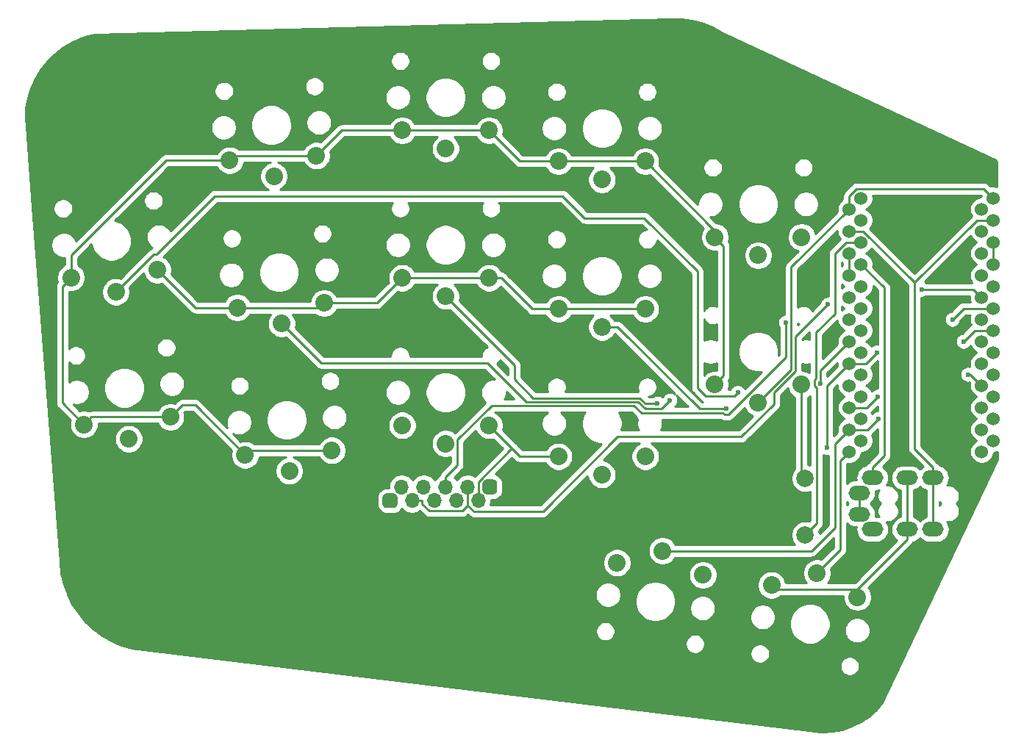
<source format=gbl>
G04 #@! TF.GenerationSoftware,KiCad,Pcbnew,5.1.8*
G04 #@! TF.CreationDate,2020-11-23T10:56:14+00:00*
G04 #@! TF.ProjectId,cradio,63726164-696f-42e6-9b69-6361645f7063,2.1*
G04 #@! TF.SameCoordinates,Original*
G04 #@! TF.FileFunction,Copper,L2,Bot*
G04 #@! TF.FilePolarity,Positive*
%FSLAX46Y46*%
G04 Gerber Fmt 4.6, Leading zero omitted, Abs format (unit mm)*
G04 Created by KiCad (PCBNEW 5.1.8) date 2020-11-23 10:56:14*
%MOMM*%
%LPD*%
G01*
G04 APERTURE LIST*
G04 #@! TA.AperFunction,ComponentPad*
%ADD10O,1.700000X1.700000*%
G04 #@! TD*
G04 #@! TA.AperFunction,ComponentPad*
%ADD11C,1.524000*%
G04 #@! TD*
G04 #@! TA.AperFunction,ComponentPad*
%ADD12C,2.032000*%
G04 #@! TD*
G04 #@! TA.AperFunction,ComponentPad*
%ADD13C,2.000000*%
G04 #@! TD*
G04 #@! TA.AperFunction,ComponentPad*
%ADD14O,2.500000X1.700000*%
G04 #@! TD*
G04 #@! TA.AperFunction,ViaPad*
%ADD15C,0.600000*%
G04 #@! TD*
G04 #@! TA.AperFunction,Conductor*
%ADD16C,0.250000*%
G04 #@! TD*
G04 #@! TA.AperFunction,NonConductor*
%ADD17C,0.254000*%
G04 #@! TD*
G04 #@! TA.AperFunction,NonConductor*
%ADD18C,0.150000*%
G04 #@! TD*
G04 APERTURE END LIST*
D10*
X81210000Y-71450000D03*
X83750000Y-71450000D03*
G04 #@! TA.AperFunction,ComponentPad*
G36*
G01*
X73165000Y-70600000D02*
X74015000Y-70600000D01*
G75*
G02*
X74440000Y-71025000I0J-425000D01*
G01*
X74440000Y-71875000D01*
G75*
G02*
X74015000Y-72300000I-425000J0D01*
G01*
X73165000Y-72300000D01*
G75*
G02*
X72740000Y-71875000I0J425000D01*
G01*
X72740000Y-71025000D01*
G75*
G02*
X73165000Y-70600000I425000J0D01*
G01*
G37*
G04 #@! TD.AperFunction*
X76130000Y-71450000D03*
X78670000Y-71450000D03*
X74930000Y-69850000D03*
X77470000Y-69850000D03*
X80010000Y-69850000D03*
X82550000Y-69850000D03*
G04 #@! TA.AperFunction,ComponentPad*
G36*
G01*
X84665000Y-69000000D02*
X85515000Y-69000000D01*
G75*
G02*
X85940000Y-69425000I0J-425000D01*
G01*
X85940000Y-70275000D01*
G75*
G02*
X85515000Y-70700000I-425000J0D01*
G01*
X84665000Y-70700000D01*
G75*
G02*
X84240000Y-70275000I0J425000D01*
G01*
X84240000Y-69425000D01*
G75*
G02*
X84665000Y-69000000I425000J0D01*
G01*
G37*
G04 #@! TD.AperFunction*
D11*
X141732000Y-37846000D03*
X141732000Y-40386000D03*
X141732000Y-42926000D03*
X141732000Y-45466000D03*
X141732000Y-48006000D03*
X141732000Y-50546000D03*
X141732000Y-53086000D03*
X141732000Y-55626000D03*
X141732000Y-58166000D03*
X141732000Y-60706000D03*
X141732000Y-63246000D03*
X141732000Y-65786000D03*
X126492000Y-65786000D03*
X126492000Y-63246000D03*
X126492000Y-60706000D03*
X126492000Y-58166000D03*
X126492000Y-55626000D03*
X126492000Y-53086000D03*
X126492000Y-50546000D03*
X126492000Y-48006000D03*
X126492000Y-45466000D03*
X126492000Y-42926000D03*
X126492000Y-40386000D03*
X126492000Y-37846000D03*
X143038400Y-36576000D03*
X143038400Y-39116000D03*
X143038400Y-41656000D03*
X143038400Y-44196000D03*
X143038400Y-46736000D03*
X143038400Y-49276000D03*
X143038400Y-51816000D03*
X143038400Y-54356000D03*
X143038400Y-56896000D03*
X143038400Y-59436000D03*
X143038400Y-61976000D03*
X143038400Y-64516000D03*
X127818400Y-64516000D03*
X127818400Y-61976000D03*
X127818400Y-59436000D03*
X127818400Y-56896000D03*
X127818400Y-54356000D03*
X127818400Y-51816000D03*
X127818400Y-49276000D03*
X127818400Y-46736000D03*
X127818400Y-44196000D03*
X127818400Y-41656000D03*
X127818400Y-39116000D03*
X127818400Y-36576000D03*
D12*
X104975121Y-77220518D03*
X99731517Y-78604216D03*
X109634198Y-79995947D03*
X122778121Y-79783018D03*
X117534517Y-81166716D03*
X127437198Y-82558447D03*
X103000000Y-66345000D03*
X93000000Y-66345000D03*
X98000000Y-68445000D03*
X85000000Y-62770000D03*
X75000000Y-62770000D03*
X80000000Y-64870000D03*
X66888324Y-65654912D03*
X56902029Y-66178272D03*
X62005082Y-68013714D03*
X121000000Y-58070000D03*
X111000000Y-58070000D03*
X116000000Y-60170000D03*
X103000000Y-49340000D03*
X93000000Y-49340000D03*
X98000000Y-51440000D03*
X85000000Y-45770000D03*
X75000000Y-45770000D03*
X80000000Y-47870000D03*
X65998324Y-48673212D03*
X56012029Y-49196572D03*
X61115082Y-51032014D03*
X48300965Y-61794261D03*
X38339018Y-62665819D03*
X43503019Y-64322049D03*
X121000000Y-41070000D03*
X111000000Y-41070000D03*
X116000000Y-43170000D03*
X103000000Y-32340000D03*
X93000000Y-32340000D03*
X98000000Y-34440000D03*
X85000000Y-28780000D03*
X75000000Y-28780000D03*
X80000000Y-30880000D03*
X46819265Y-44858961D03*
X36857318Y-45730519D03*
X42021319Y-47386749D03*
X65108624Y-31696512D03*
X55122329Y-32219872D03*
X60225382Y-34055314D03*
D13*
X121412000Y-68886000D03*
X121412000Y-75386000D03*
D14*
X127646000Y-70544000D03*
X129146000Y-74744000D03*
X133146000Y-74744000D03*
X136146000Y-74744000D03*
X133146000Y-68794000D03*
X136146000Y-68794000D03*
X127646000Y-72994000D03*
X129146000Y-68794000D03*
D15*
X123174800Y-57971800D03*
X139640900Y-53086000D03*
X129639200Y-54356000D03*
X123917100Y-65312900D03*
X113653400Y-58990600D03*
X129803700Y-59436000D03*
X134847800Y-47078100D03*
X140183700Y-56896000D03*
X105842200Y-59869200D03*
X119169800Y-50901100D03*
X138364900Y-50546000D03*
X124019000Y-48825400D03*
X104403200Y-60230400D03*
X112329700Y-60870400D03*
X129874700Y-61976000D03*
D16*
X126492000Y-53086000D02*
X123174800Y-56403200D01*
X123174800Y-56403200D02*
X123174800Y-57971800D01*
X143038400Y-51816000D02*
X140910900Y-51816000D01*
X140910900Y-51816000D02*
X139640900Y-53086000D01*
X126492000Y-55626000D02*
X123917100Y-58200900D01*
X123917100Y-58200900D02*
X123917100Y-65312900D01*
X126492000Y-55626000D02*
X128369200Y-55626000D01*
X128369200Y-55626000D02*
X129639200Y-54356000D01*
X126492000Y-60706000D02*
X128533700Y-60706000D01*
X128533700Y-60706000D02*
X129803700Y-59436000D01*
X113232700Y-59411300D02*
X113653400Y-58990600D01*
X102870000Y-38862000D02*
X108990700Y-44982700D01*
X93472000Y-36322000D02*
X96012000Y-38862000D01*
X109957300Y-59411300D02*
X113232700Y-59411300D01*
X108990700Y-44982700D02*
X108990700Y-58444700D01*
X53434348Y-36322000D02*
X93472000Y-36322000D01*
X46704748Y-43051600D02*
X53434348Y-36322000D01*
X108990700Y-58444700D02*
X109957300Y-59411300D01*
X96012000Y-38862000D02*
X102870000Y-38862000D01*
X46356400Y-43051600D02*
X46704748Y-43051600D01*
X42021300Y-47386700D02*
X46356400Y-43051600D01*
X134847800Y-47078100D02*
X140804100Y-47078100D01*
X140804100Y-47078100D02*
X141732000Y-48006000D01*
X111000000Y-41340000D02*
X111000000Y-41070000D01*
X103000000Y-50070000D02*
X103000000Y-49340000D01*
X127437200Y-81628100D02*
X127437200Y-82558400D01*
X133146000Y-75919300D02*
X127437200Y-81628100D01*
X127437200Y-81628100D02*
X117995900Y-81628100D01*
X117995900Y-81628100D02*
X117534500Y-81166700D01*
X103000000Y-32340000D02*
X111000000Y-40340000D01*
X111000000Y-40340000D02*
X111000000Y-41070000D01*
X103000000Y-32340000D02*
X93000000Y-32340000D01*
X87621000Y-65391000D02*
X85000000Y-62770000D01*
X93000000Y-66345000D02*
X88575000Y-66345000D01*
X88575000Y-66345000D02*
X87621000Y-65391000D01*
X87621000Y-65391000D02*
X83750000Y-69262000D01*
X83750000Y-69262000D02*
X83750000Y-71450000D01*
X121000000Y-58070000D02*
X121000000Y-68474000D01*
X121000000Y-68474000D02*
X121412000Y-68886000D01*
X51156900Y-60433200D02*
X56902000Y-66178300D01*
X51156900Y-60433200D02*
X49662100Y-60433200D01*
X49662100Y-60433200D02*
X48301000Y-61794300D01*
X51156900Y-49196600D02*
X46819300Y-44859000D01*
X56012000Y-49196600D02*
X51156900Y-49196600D01*
X65998300Y-48673200D02*
X65474900Y-49196600D01*
X65474900Y-49196600D02*
X56012000Y-49196600D01*
X133146000Y-74744000D02*
X133146000Y-68794000D01*
X126492000Y-42926000D02*
X126492000Y-45466000D01*
X143038400Y-44196000D02*
X143038400Y-41656000D01*
X56902000Y-66178300D02*
X57425400Y-65654900D01*
X57425400Y-65654900D02*
X66888300Y-65654900D01*
X133146000Y-74744000D02*
X133146000Y-75919300D01*
X88560000Y-32340000D02*
X85000000Y-28780000D01*
X93000000Y-32340000D02*
X88560000Y-32340000D01*
X85000000Y-28780000D02*
X75000000Y-28780000D01*
X68025136Y-28780000D02*
X65108624Y-31696512D01*
X75000000Y-28780000D02*
X68025136Y-28780000D01*
X55645689Y-31696512D02*
X55122329Y-32219872D01*
X65108624Y-31696512D02*
X55645689Y-31696512D01*
X39210576Y-61794261D02*
X38339018Y-62665819D01*
X48300965Y-61794261D02*
X39210576Y-61794261D01*
X36857318Y-43140520D02*
X36857318Y-45730519D01*
X47777966Y-32219872D02*
X36857318Y-43140520D01*
X55122329Y-32219872D02*
X47777966Y-32219872D01*
X35841319Y-60168120D02*
X38339018Y-62665819D01*
X35841319Y-46746518D02*
X35841319Y-60168120D01*
X36857318Y-45730519D02*
X35841319Y-46746518D01*
X65998324Y-48673212D02*
X72096788Y-48673212D01*
X75000000Y-45770000D02*
X85000000Y-45770000D01*
X72096788Y-48673212D02*
X75000000Y-45770000D01*
X90006840Y-49340000D02*
X93000000Y-49340000D01*
X86436840Y-45770000D02*
X90006840Y-49340000D01*
X85000000Y-45770000D02*
X86436840Y-45770000D01*
X112015999Y-57054001D02*
X111000000Y-58070000D01*
X112015999Y-42085999D02*
X112015999Y-57054001D01*
X111000000Y-41070000D02*
X112015999Y-42085999D01*
X93000000Y-49340000D02*
X103000000Y-49340000D01*
X127818400Y-44196000D02*
X130500000Y-46877600D01*
X130500000Y-46877600D02*
X130500000Y-66264700D01*
X130500000Y-66264700D02*
X129146000Y-67618700D01*
X129146000Y-68794000D02*
X129146000Y-67618700D01*
X140183700Y-56896000D02*
X140462000Y-56896000D01*
X140462000Y-56896000D02*
X141732000Y-58166000D01*
X104855700Y-60855700D02*
X105842200Y-59869200D01*
X102978100Y-60855700D02*
X104855700Y-60855700D01*
X89265090Y-60055090D02*
X102177490Y-60055090D01*
X102177490Y-60055090D02*
X102978100Y-60855700D01*
X84800301Y-55590301D02*
X89265090Y-60055090D01*
X65673369Y-55590301D02*
X84800301Y-55590301D01*
X61115082Y-51032014D02*
X65673369Y-55590301D01*
X116000000Y-60170000D02*
X119809200Y-56360800D01*
X119809200Y-56360800D02*
X119809200Y-44528800D01*
X119809200Y-44528800D02*
X126492000Y-37846000D01*
X126492000Y-37846000D02*
X126492000Y-36325700D01*
X126492000Y-36325700D02*
X127331600Y-35486100D01*
X127331600Y-35486100D02*
X141948500Y-35486100D01*
X141948500Y-35486100D02*
X143038400Y-36576000D01*
X134001000Y-46295500D02*
X128091500Y-40386000D01*
X128091500Y-40386000D02*
X126492000Y-40386000D01*
X136146000Y-67618700D02*
X134001000Y-65473700D01*
X134001000Y-65473700D02*
X134001000Y-46295500D01*
X143038400Y-39116000D02*
X141180500Y-39116000D01*
X141180500Y-39116000D02*
X134001000Y-46295500D01*
X136146000Y-68794000D02*
X136146000Y-67618700D01*
X136146000Y-74744000D02*
X136146000Y-68794000D01*
X121412000Y-75386000D02*
X122751400Y-74046600D01*
X122751400Y-74046600D02*
X122751400Y-58441400D01*
X122751400Y-58441400D02*
X122508800Y-58198800D01*
X122508800Y-58198800D02*
X122508800Y-57513900D01*
X122508800Y-57513900D02*
X122676300Y-57346400D01*
X122676300Y-57346400D02*
X122676300Y-52054800D01*
X122676300Y-52054800D02*
X124848800Y-49882300D01*
X124848800Y-49882300D02*
X124848800Y-42961100D01*
X124848800Y-42961100D02*
X126153900Y-41656000D01*
X126153900Y-41656000D02*
X127818400Y-41656000D01*
X80010000Y-68674700D02*
X81374600Y-67310100D01*
X81374600Y-67310100D02*
X81374600Y-64417600D01*
X81374600Y-64417600D02*
X85287100Y-60505100D01*
X85287100Y-60505100D02*
X101688900Y-60505100D01*
X101688900Y-60505100D02*
X102552600Y-61368800D01*
X102552600Y-61368800D02*
X111943800Y-61368800D01*
X111943800Y-61368800D02*
X112070700Y-61495700D01*
X112070700Y-61495700D02*
X112588800Y-61495700D01*
X112588800Y-61495700D02*
X119169800Y-54914700D01*
X119169800Y-54914700D02*
X119169800Y-50901100D01*
X80010000Y-69850000D02*
X80010000Y-68674700D01*
X143038400Y-49276000D02*
X139634900Y-49276000D01*
X139634900Y-49276000D02*
X138364900Y-50546000D01*
X82550000Y-71964700D02*
X82550000Y-69850000D01*
X124019000Y-48825400D02*
X120317600Y-52526800D01*
X120317600Y-52526800D02*
X120317600Y-56489300D01*
X120317600Y-56489300D02*
X117829400Y-58977500D01*
X117829400Y-58977500D02*
X117829400Y-60309700D01*
X117829400Y-60309700D02*
X114055200Y-64083900D01*
X114055200Y-64083900D02*
X99820900Y-64083900D01*
X99820900Y-64083900D02*
X91223000Y-72681800D01*
X91223000Y-72681800D02*
X83267100Y-72681800D01*
X83267100Y-72681800D02*
X82550000Y-71964700D01*
X82550000Y-71964700D02*
X81889400Y-72625300D01*
X81889400Y-72625300D02*
X78113200Y-72625300D01*
X78113200Y-72625300D02*
X77305300Y-71817400D01*
X77305300Y-71817400D02*
X77305300Y-71450000D01*
X76130000Y-71450000D02*
X77305300Y-71450000D01*
X87948205Y-55818205D02*
X80000000Y-47870000D01*
X87948205Y-57468205D02*
X87948205Y-55818205D01*
X90085080Y-59605080D02*
X87948205Y-57468205D01*
X102363890Y-59605080D02*
X90085080Y-59605080D01*
X102989210Y-60230400D02*
X102363890Y-59605080D01*
X104403200Y-60230400D02*
X102989210Y-60230400D01*
X98000000Y-51440000D02*
X99806900Y-51440000D01*
X99806900Y-51440000D02*
X109237300Y-60870400D01*
X109237300Y-60870400D02*
X112329700Y-60870400D01*
X122778100Y-79783000D02*
X125448200Y-77112900D01*
X125448200Y-77112900D02*
X125448200Y-66829800D01*
X125448200Y-66829800D02*
X126492000Y-65786000D01*
X126492000Y-63246000D02*
X128604700Y-63246000D01*
X128604700Y-63246000D02*
X129874700Y-61976000D01*
X104975100Y-77220500D02*
X122123500Y-77220500D01*
X122123500Y-77220500D02*
X124817700Y-74526300D01*
X124817700Y-74526300D02*
X124817700Y-64920300D01*
X124817700Y-64920300D02*
X126492000Y-63246000D01*
X127646000Y-72994000D02*
X127646000Y-70544000D01*
D17*
X107145104Y-15958711D02*
X108323927Y-16111937D01*
X109475292Y-16407685D01*
X110582026Y-16841541D01*
X111645594Y-17416752D01*
X111685299Y-17440221D01*
X111717031Y-17454993D01*
X111717052Y-17455004D01*
X111717074Y-17455013D01*
X143370039Y-32189825D01*
X143380513Y-32202589D01*
X143431803Y-32298354D01*
X143463511Y-32402247D01*
X143477923Y-32544816D01*
X143484559Y-35248703D01*
X143445890Y-35232686D01*
X143175992Y-35179000D01*
X142900808Y-35179000D01*
X142746829Y-35209628D01*
X142512304Y-34975102D01*
X142488501Y-34946099D01*
X142372776Y-34851126D01*
X142240747Y-34780554D01*
X142097486Y-34737097D01*
X141985833Y-34726100D01*
X141985822Y-34726100D01*
X141948500Y-34722424D01*
X141911178Y-34726100D01*
X127368925Y-34726100D01*
X127331600Y-34722424D01*
X127294275Y-34726100D01*
X127294267Y-34726100D01*
X127182614Y-34737097D01*
X127039353Y-34780554D01*
X126907324Y-34851126D01*
X126791599Y-34946099D01*
X126767801Y-34975097D01*
X125980998Y-35761901D01*
X125952000Y-35785699D01*
X125928202Y-35814697D01*
X125928201Y-35814698D01*
X125857026Y-35901424D01*
X125786454Y-36033454D01*
X125761468Y-36115826D01*
X125744121Y-36173014D01*
X125742998Y-36176715D01*
X125728324Y-36325700D01*
X125732001Y-36363032D01*
X125732001Y-36673659D01*
X125601465Y-36760880D01*
X125406880Y-36955465D01*
X125253995Y-37184273D01*
X125148686Y-37438510D01*
X125095000Y-37708408D01*
X125095000Y-37983592D01*
X125125628Y-38137569D01*
X122602024Y-40661174D01*
X122587553Y-40588421D01*
X122463097Y-40287958D01*
X122282415Y-40017549D01*
X122052451Y-39787585D01*
X121782042Y-39606903D01*
X121481579Y-39482447D01*
X121162609Y-39419000D01*
X120837391Y-39419000D01*
X120518421Y-39482447D01*
X120217958Y-39606903D01*
X119947549Y-39787585D01*
X119717585Y-40017549D01*
X119536903Y-40287958D01*
X119412447Y-40588421D01*
X119349000Y-40907391D01*
X119349000Y-41232609D01*
X119412447Y-41551579D01*
X119536903Y-41852042D01*
X119717585Y-42122451D01*
X119947549Y-42352415D01*
X120217958Y-42533097D01*
X120518421Y-42657553D01*
X120591174Y-42672024D01*
X119298198Y-43965001D01*
X119269200Y-43988799D01*
X119245402Y-44017797D01*
X119245401Y-44017798D01*
X119174226Y-44104524D01*
X119103654Y-44236554D01*
X119060198Y-44379815D01*
X119045524Y-44528800D01*
X119049201Y-44566132D01*
X119049201Y-49971771D01*
X118897071Y-50002032D01*
X118726911Y-50072514D01*
X118573772Y-50174838D01*
X118443538Y-50305072D01*
X118341214Y-50458211D01*
X118270732Y-50628371D01*
X118234800Y-50809011D01*
X118234800Y-50993189D01*
X118270732Y-51173829D01*
X118341214Y-51343989D01*
X118409801Y-51446637D01*
X118409800Y-54599897D01*
X118310072Y-54699625D01*
X118349500Y-54501406D01*
X118349500Y-54038594D01*
X118259210Y-53584676D01*
X118082100Y-53157095D01*
X117824976Y-52772281D01*
X117497719Y-52445024D01*
X117112905Y-52187900D01*
X116685324Y-52010790D01*
X116231406Y-51920500D01*
X115768594Y-51920500D01*
X115314676Y-52010790D01*
X114887095Y-52187900D01*
X114502281Y-52445024D01*
X114175024Y-52772281D01*
X113917900Y-53157095D01*
X113740790Y-53584676D01*
X113650500Y-54038594D01*
X113650500Y-54501406D01*
X113740790Y-54955324D01*
X113917900Y-55382905D01*
X114175024Y-55767719D01*
X114502281Y-56094976D01*
X114887095Y-56352100D01*
X115314676Y-56529210D01*
X115768594Y-56619500D01*
X116231406Y-56619500D01*
X116429626Y-56580072D01*
X114473976Y-58535723D01*
X114379662Y-58394572D01*
X114249428Y-58264338D01*
X114096289Y-58162014D01*
X113926129Y-58091532D01*
X113745489Y-58055600D01*
X113561311Y-58055600D01*
X113380671Y-58091532D01*
X113210511Y-58162014D01*
X113057372Y-58264338D01*
X112927138Y-58394572D01*
X112824814Y-58547711D01*
X112781906Y-58651300D01*
X112546247Y-58651300D01*
X112587553Y-58551579D01*
X112651000Y-58232609D01*
X112651000Y-57907391D01*
X112587553Y-57588421D01*
X112578506Y-57566579D01*
X112650973Y-57478277D01*
X112721545Y-57346248D01*
X112765002Y-57202987D01*
X112775999Y-57091334D01*
X112779676Y-57054001D01*
X112775999Y-57016668D01*
X112775999Y-43007391D01*
X114349000Y-43007391D01*
X114349000Y-43332609D01*
X114412447Y-43651579D01*
X114536903Y-43952042D01*
X114717585Y-44222451D01*
X114947549Y-44452415D01*
X115217958Y-44633097D01*
X115518421Y-44757553D01*
X115837391Y-44821000D01*
X116162609Y-44821000D01*
X116481579Y-44757553D01*
X116782042Y-44633097D01*
X117052451Y-44452415D01*
X117282415Y-44222451D01*
X117463097Y-43952042D01*
X117587553Y-43651579D01*
X117651000Y-43332609D01*
X117651000Y-43007391D01*
X117587553Y-42688421D01*
X117463097Y-42387958D01*
X117282415Y-42117549D01*
X117052451Y-41887585D01*
X116782042Y-41706903D01*
X116481579Y-41582447D01*
X116162609Y-41519000D01*
X115837391Y-41519000D01*
X115518421Y-41582447D01*
X115217958Y-41706903D01*
X114947549Y-41887585D01*
X114717585Y-42117549D01*
X114536903Y-42387958D01*
X114412447Y-42688421D01*
X114349000Y-43007391D01*
X112775999Y-43007391D01*
X112775999Y-42123332D01*
X112779676Y-42085999D01*
X112765002Y-41937013D01*
X112721545Y-41793752D01*
X112650973Y-41661723D01*
X112579798Y-41574996D01*
X112578506Y-41573421D01*
X112587553Y-41551579D01*
X112651000Y-41232609D01*
X112651000Y-40907391D01*
X112587553Y-40588421D01*
X112463097Y-40287958D01*
X112282415Y-40017549D01*
X112052451Y-39787585D01*
X111782042Y-39606903D01*
X111481579Y-39482447D01*
X111162609Y-39419000D01*
X111153803Y-39419000D01*
X110490703Y-38755900D01*
X110646348Y-38755900D01*
X110933421Y-38698798D01*
X111203838Y-38586788D01*
X111447206Y-38424174D01*
X111654174Y-38217206D01*
X111816788Y-37973838D01*
X111928798Y-37703421D01*
X111985900Y-37416348D01*
X111985900Y-37123652D01*
X111968982Y-37038594D01*
X113650500Y-37038594D01*
X113650500Y-37501406D01*
X113740790Y-37955324D01*
X113917900Y-38382905D01*
X114175024Y-38767719D01*
X114502281Y-39094976D01*
X114887095Y-39352100D01*
X115314676Y-39529210D01*
X115768594Y-39619500D01*
X116231406Y-39619500D01*
X116685324Y-39529210D01*
X117112905Y-39352100D01*
X117497719Y-39094976D01*
X117824976Y-38767719D01*
X118082100Y-38382905D01*
X118259210Y-37955324D01*
X118349500Y-37501406D01*
X118349500Y-37123652D01*
X120014100Y-37123652D01*
X120014100Y-37416348D01*
X120071202Y-37703421D01*
X120183212Y-37973838D01*
X120345826Y-38217206D01*
X120552794Y-38424174D01*
X120796162Y-38586788D01*
X121066579Y-38698798D01*
X121353652Y-38755900D01*
X121646348Y-38755900D01*
X121933421Y-38698798D01*
X122203838Y-38586788D01*
X122447206Y-38424174D01*
X122654174Y-38217206D01*
X122816788Y-37973838D01*
X122928798Y-37703421D01*
X122985900Y-37416348D01*
X122985900Y-37123652D01*
X122928798Y-36836579D01*
X122816788Y-36566162D01*
X122654174Y-36322794D01*
X122447206Y-36115826D01*
X122203838Y-35953212D01*
X121933421Y-35841202D01*
X121646348Y-35784100D01*
X121353652Y-35784100D01*
X121066579Y-35841202D01*
X120796162Y-35953212D01*
X120552794Y-36115826D01*
X120345826Y-36322794D01*
X120183212Y-36566162D01*
X120071202Y-36836579D01*
X120014100Y-37123652D01*
X118349500Y-37123652D01*
X118349500Y-37038594D01*
X118259210Y-36584676D01*
X118082100Y-36157095D01*
X117824976Y-35772281D01*
X117497719Y-35445024D01*
X117112905Y-35187900D01*
X116685324Y-35010790D01*
X116231406Y-34920500D01*
X115768594Y-34920500D01*
X115314676Y-35010790D01*
X114887095Y-35187900D01*
X114502281Y-35445024D01*
X114175024Y-35772281D01*
X113917900Y-36157095D01*
X113740790Y-36584676D01*
X113650500Y-37038594D01*
X111968982Y-37038594D01*
X111928798Y-36836579D01*
X111816788Y-36566162D01*
X111654174Y-36322794D01*
X111447206Y-36115826D01*
X111203838Y-35953212D01*
X110933421Y-35841202D01*
X110646348Y-35784100D01*
X110353652Y-35784100D01*
X110066579Y-35841202D01*
X109796162Y-35953212D01*
X109552794Y-36115826D01*
X109345826Y-36322794D01*
X109183212Y-36566162D01*
X109071202Y-36836579D01*
X109014100Y-37123652D01*
X109014100Y-37279298D01*
X104693477Y-32958675D01*
X109649700Y-32958675D01*
X109649700Y-33181325D01*
X109693137Y-33399696D01*
X109778341Y-33605398D01*
X109902039Y-33790524D01*
X110059476Y-33947961D01*
X110244602Y-34071659D01*
X110450304Y-34156863D01*
X110668675Y-34200300D01*
X110891325Y-34200300D01*
X111109696Y-34156863D01*
X111315398Y-34071659D01*
X111500524Y-33947961D01*
X111657961Y-33790524D01*
X111781659Y-33605398D01*
X111866863Y-33399696D01*
X111910300Y-33181325D01*
X111910300Y-32958675D01*
X120089700Y-32958675D01*
X120089700Y-33181325D01*
X120133137Y-33399696D01*
X120218341Y-33605398D01*
X120342039Y-33790524D01*
X120499476Y-33947961D01*
X120684602Y-34071659D01*
X120890304Y-34156863D01*
X121108675Y-34200300D01*
X121331325Y-34200300D01*
X121549696Y-34156863D01*
X121755398Y-34071659D01*
X121940524Y-33947961D01*
X122097961Y-33790524D01*
X122221659Y-33605398D01*
X122306863Y-33399696D01*
X122350300Y-33181325D01*
X122350300Y-32958675D01*
X122306863Y-32740304D01*
X122221659Y-32534602D01*
X122097961Y-32349476D01*
X121940524Y-32192039D01*
X121755398Y-32068341D01*
X121549696Y-31983137D01*
X121331325Y-31939700D01*
X121108675Y-31939700D01*
X120890304Y-31983137D01*
X120684602Y-32068341D01*
X120499476Y-32192039D01*
X120342039Y-32349476D01*
X120218341Y-32534602D01*
X120133137Y-32740304D01*
X120089700Y-32958675D01*
X111910300Y-32958675D01*
X111866863Y-32740304D01*
X111781659Y-32534602D01*
X111657961Y-32349476D01*
X111500524Y-32192039D01*
X111315398Y-32068341D01*
X111109696Y-31983137D01*
X110891325Y-31939700D01*
X110668675Y-31939700D01*
X110450304Y-31983137D01*
X110244602Y-32068341D01*
X110059476Y-32192039D01*
X109902039Y-32349476D01*
X109778341Y-32534602D01*
X109693137Y-32740304D01*
X109649700Y-32958675D01*
X104693477Y-32958675D01*
X104578423Y-32843621D01*
X104587553Y-32821579D01*
X104651000Y-32502609D01*
X104651000Y-32177391D01*
X104587553Y-31858421D01*
X104463097Y-31557958D01*
X104282415Y-31287549D01*
X104052451Y-31057585D01*
X103782042Y-30876903D01*
X103481579Y-30752447D01*
X103162609Y-30689000D01*
X102837391Y-30689000D01*
X102518421Y-30752447D01*
X102217958Y-30876903D01*
X101947549Y-31057585D01*
X101717585Y-31287549D01*
X101536903Y-31557958D01*
X101527773Y-31580000D01*
X94472227Y-31580000D01*
X94463097Y-31557958D01*
X94282415Y-31287549D01*
X94052451Y-31057585D01*
X93782042Y-30876903D01*
X93481579Y-30752447D01*
X93162609Y-30689000D01*
X92837391Y-30689000D01*
X92518421Y-30752447D01*
X92217958Y-30876903D01*
X91947549Y-31057585D01*
X91717585Y-31287549D01*
X91536903Y-31557958D01*
X91527773Y-31580000D01*
X88874802Y-31580000D01*
X86578423Y-29283621D01*
X86587553Y-29261579D01*
X86651000Y-28942609D01*
X86651000Y-28617391D01*
X86606496Y-28393652D01*
X91014100Y-28393652D01*
X91014100Y-28686348D01*
X91071202Y-28973421D01*
X91183212Y-29243838D01*
X91345826Y-29487206D01*
X91552794Y-29694174D01*
X91796162Y-29856788D01*
X92066579Y-29968798D01*
X92353652Y-30025900D01*
X92646348Y-30025900D01*
X92933421Y-29968798D01*
X93203838Y-29856788D01*
X93447206Y-29694174D01*
X93654174Y-29487206D01*
X93816788Y-29243838D01*
X93928798Y-28973421D01*
X93985900Y-28686348D01*
X93985900Y-28393652D01*
X93968982Y-28308594D01*
X95650500Y-28308594D01*
X95650500Y-28771406D01*
X95740790Y-29225324D01*
X95917900Y-29652905D01*
X96175024Y-30037719D01*
X96502281Y-30364976D01*
X96887095Y-30622100D01*
X97314676Y-30799210D01*
X97768594Y-30889500D01*
X98231406Y-30889500D01*
X98685324Y-30799210D01*
X99112905Y-30622100D01*
X99497719Y-30364976D01*
X99824976Y-30037719D01*
X100082100Y-29652905D01*
X100259210Y-29225324D01*
X100349500Y-28771406D01*
X100349500Y-28393652D01*
X102014100Y-28393652D01*
X102014100Y-28686348D01*
X102071202Y-28973421D01*
X102183212Y-29243838D01*
X102345826Y-29487206D01*
X102552794Y-29694174D01*
X102796162Y-29856788D01*
X103066579Y-29968798D01*
X103353652Y-30025900D01*
X103646348Y-30025900D01*
X103933421Y-29968798D01*
X104203838Y-29856788D01*
X104447206Y-29694174D01*
X104654174Y-29487206D01*
X104816788Y-29243838D01*
X104928798Y-28973421D01*
X104985900Y-28686348D01*
X104985900Y-28393652D01*
X104928798Y-28106579D01*
X104816788Y-27836162D01*
X104654174Y-27592794D01*
X104447206Y-27385826D01*
X104203838Y-27223212D01*
X103933421Y-27111202D01*
X103646348Y-27054100D01*
X103353652Y-27054100D01*
X103066579Y-27111202D01*
X102796162Y-27223212D01*
X102552794Y-27385826D01*
X102345826Y-27592794D01*
X102183212Y-27836162D01*
X102071202Y-28106579D01*
X102014100Y-28393652D01*
X100349500Y-28393652D01*
X100349500Y-28308594D01*
X100259210Y-27854676D01*
X100082100Y-27427095D01*
X99824976Y-27042281D01*
X99497719Y-26715024D01*
X99112905Y-26457900D01*
X98685324Y-26280790D01*
X98231406Y-26190500D01*
X97768594Y-26190500D01*
X97314676Y-26280790D01*
X96887095Y-26457900D01*
X96502281Y-26715024D01*
X96175024Y-27042281D01*
X95917900Y-27427095D01*
X95740790Y-27854676D01*
X95650500Y-28308594D01*
X93968982Y-28308594D01*
X93928798Y-28106579D01*
X93816788Y-27836162D01*
X93654174Y-27592794D01*
X93447206Y-27385826D01*
X93203838Y-27223212D01*
X92933421Y-27111202D01*
X92646348Y-27054100D01*
X92353652Y-27054100D01*
X92066579Y-27111202D01*
X91796162Y-27223212D01*
X91552794Y-27385826D01*
X91345826Y-27592794D01*
X91183212Y-27836162D01*
X91071202Y-28106579D01*
X91014100Y-28393652D01*
X86606496Y-28393652D01*
X86587553Y-28298421D01*
X86463097Y-27997958D01*
X86282415Y-27727549D01*
X86052451Y-27497585D01*
X85782042Y-27316903D01*
X85481579Y-27192447D01*
X85162609Y-27129000D01*
X84837391Y-27129000D01*
X84518421Y-27192447D01*
X84217958Y-27316903D01*
X83947549Y-27497585D01*
X83717585Y-27727549D01*
X83536903Y-27997958D01*
X83527773Y-28020000D01*
X76472227Y-28020000D01*
X76463097Y-27997958D01*
X76282415Y-27727549D01*
X76052451Y-27497585D01*
X75782042Y-27316903D01*
X75481579Y-27192447D01*
X75162609Y-27129000D01*
X74837391Y-27129000D01*
X74518421Y-27192447D01*
X74217958Y-27316903D01*
X73947549Y-27497585D01*
X73717585Y-27727549D01*
X73536903Y-27997958D01*
X73527773Y-28020000D01*
X68062459Y-28020000D01*
X68025136Y-28016324D01*
X67987813Y-28020000D01*
X67987803Y-28020000D01*
X67876150Y-28030997D01*
X67732889Y-28074454D01*
X67600860Y-28145026D01*
X67485135Y-28239999D01*
X67461337Y-28268997D01*
X65612245Y-30118089D01*
X65590203Y-30108959D01*
X65271233Y-30045512D01*
X64946015Y-30045512D01*
X64627045Y-30108959D01*
X64326582Y-30233415D01*
X64056173Y-30414097D01*
X63826209Y-30644061D01*
X63645527Y-30914470D01*
X63636397Y-30936512D01*
X56173366Y-30936512D01*
X55904371Y-30756775D01*
X55603908Y-30632319D01*
X55284938Y-30568872D01*
X54959720Y-30568872D01*
X54640750Y-30632319D01*
X54340287Y-30756775D01*
X54069878Y-30937457D01*
X53839914Y-31167421D01*
X53659232Y-31437830D01*
X53650102Y-31459872D01*
X47815299Y-31459872D01*
X47777966Y-31456195D01*
X47740633Y-31459872D01*
X47628980Y-31470869D01*
X47485719Y-31514326D01*
X47353690Y-31584898D01*
X47237965Y-31679871D01*
X47214167Y-31708869D01*
X37430781Y-41492256D01*
X37344817Y-41284719D01*
X37182203Y-41041351D01*
X36975235Y-40834383D01*
X36731867Y-40671769D01*
X36461450Y-40559759D01*
X36174377Y-40502657D01*
X35881681Y-40502657D01*
X35594608Y-40559759D01*
X35324191Y-40671769D01*
X35080823Y-40834383D01*
X34873855Y-41041351D01*
X34711241Y-41284719D01*
X34599231Y-41555136D01*
X34542129Y-41842209D01*
X34542129Y-42134905D01*
X34599231Y-42421978D01*
X34711241Y-42692395D01*
X34873855Y-42935763D01*
X35080823Y-43142731D01*
X35324191Y-43305345D01*
X35594608Y-43417355D01*
X35881681Y-43474457D01*
X36097318Y-43474457D01*
X36097318Y-44258292D01*
X36075276Y-44267422D01*
X35804867Y-44448104D01*
X35574903Y-44678068D01*
X35394221Y-44948477D01*
X35269765Y-45248940D01*
X35206318Y-45567910D01*
X35206318Y-45893128D01*
X35269765Y-46212098D01*
X35278812Y-46233940D01*
X35248793Y-46270520D01*
X35206345Y-46322242D01*
X35145505Y-46436065D01*
X35135773Y-46454272D01*
X35092316Y-46597533D01*
X35081319Y-46709186D01*
X35081319Y-46709196D01*
X35077643Y-46746518D01*
X35081319Y-46783840D01*
X35081320Y-60130788D01*
X35077643Y-60168120D01*
X35081320Y-60205453D01*
X35092317Y-60317106D01*
X35103534Y-60354083D01*
X35135773Y-60460366D01*
X35206345Y-60592396D01*
X35272733Y-60673289D01*
X35301319Y-60708121D01*
X35330317Y-60731919D01*
X36760595Y-62162198D01*
X36751465Y-62184240D01*
X36688018Y-62503210D01*
X36688018Y-62828428D01*
X36751465Y-63147398D01*
X36875921Y-63447861D01*
X37056603Y-63718270D01*
X37286567Y-63948234D01*
X37556976Y-64128916D01*
X37857439Y-64253372D01*
X38176409Y-64316819D01*
X38501627Y-64316819D01*
X38820597Y-64253372D01*
X39047368Y-64159440D01*
X41852019Y-64159440D01*
X41852019Y-64484658D01*
X41915466Y-64803628D01*
X42039922Y-65104091D01*
X42220604Y-65374500D01*
X42450568Y-65604464D01*
X42720977Y-65785146D01*
X43021440Y-65909602D01*
X43340410Y-65973049D01*
X43665628Y-65973049D01*
X43984598Y-65909602D01*
X44285061Y-65785146D01*
X44555470Y-65604464D01*
X44785434Y-65374500D01*
X44966116Y-65104091D01*
X45090572Y-64803628D01*
X45154019Y-64484658D01*
X45154019Y-64159440D01*
X45090572Y-63840470D01*
X44966116Y-63540007D01*
X44785434Y-63269598D01*
X44555470Y-63039634D01*
X44285061Y-62858952D01*
X43984598Y-62734496D01*
X43665628Y-62671049D01*
X43340410Y-62671049D01*
X43021440Y-62734496D01*
X42720977Y-62858952D01*
X42450568Y-63039634D01*
X42220604Y-63269598D01*
X42039922Y-63540007D01*
X41915466Y-63840470D01*
X41852019Y-64159440D01*
X39047368Y-64159440D01*
X39121060Y-64128916D01*
X39391469Y-63948234D01*
X39621433Y-63718270D01*
X39802115Y-63447861D01*
X39926571Y-63147398D01*
X39990018Y-62828428D01*
X39990018Y-62554261D01*
X46828738Y-62554261D01*
X46837868Y-62576303D01*
X47018550Y-62846712D01*
X47248514Y-63076676D01*
X47518923Y-63257358D01*
X47819386Y-63381814D01*
X48138356Y-63445261D01*
X48463574Y-63445261D01*
X48782544Y-63381814D01*
X49083007Y-63257358D01*
X49353416Y-63076676D01*
X49583380Y-62846712D01*
X49764062Y-62576303D01*
X49888518Y-62275840D01*
X49951965Y-61956870D01*
X49951965Y-61631652D01*
X49888518Y-61312682D01*
X49879410Y-61290692D01*
X49976902Y-61193200D01*
X50842099Y-61193200D01*
X55323589Y-65674691D01*
X55314476Y-65696693D01*
X55251029Y-66015663D01*
X55251029Y-66340881D01*
X55314476Y-66659851D01*
X55438932Y-66960314D01*
X55619614Y-67230723D01*
X55849578Y-67460687D01*
X56119987Y-67641369D01*
X56420450Y-67765825D01*
X56739420Y-67829272D01*
X57064638Y-67829272D01*
X57383608Y-67765825D01*
X57684071Y-67641369D01*
X57954480Y-67460687D01*
X58184444Y-67230723D01*
X58365126Y-66960314D01*
X58489582Y-66659851D01*
X58538306Y-66414900D01*
X61580116Y-66414900D01*
X61523503Y-66426161D01*
X61223040Y-66550617D01*
X60952631Y-66731299D01*
X60722667Y-66961263D01*
X60541985Y-67231672D01*
X60417529Y-67532135D01*
X60354082Y-67851105D01*
X60354082Y-68176323D01*
X60417529Y-68495293D01*
X60541985Y-68795756D01*
X60722667Y-69066165D01*
X60952631Y-69296129D01*
X61223040Y-69476811D01*
X61523503Y-69601267D01*
X61842473Y-69664714D01*
X62167691Y-69664714D01*
X62486661Y-69601267D01*
X62787124Y-69476811D01*
X63057533Y-69296129D01*
X63287497Y-69066165D01*
X63468179Y-68795756D01*
X63592635Y-68495293D01*
X63656082Y-68176323D01*
X63656082Y-67851105D01*
X63592635Y-67532135D01*
X63468179Y-67231672D01*
X63287497Y-66961263D01*
X63057533Y-66731299D01*
X62787124Y-66550617D01*
X62486661Y-66426161D01*
X62430048Y-66414900D01*
X65416092Y-66414900D01*
X65425227Y-66436954D01*
X65605909Y-66707363D01*
X65835873Y-66937327D01*
X66106282Y-67118009D01*
X66406745Y-67242465D01*
X66725715Y-67305912D01*
X67050933Y-67305912D01*
X67369903Y-67242465D01*
X67670366Y-67118009D01*
X67940775Y-66937327D01*
X68170739Y-66707363D01*
X68351421Y-66436954D01*
X68475877Y-66136491D01*
X68539324Y-65817521D01*
X68539324Y-65492303D01*
X68475877Y-65173333D01*
X68351421Y-64872870D01*
X68170739Y-64602461D01*
X67940775Y-64372497D01*
X67670366Y-64191815D01*
X67369903Y-64067359D01*
X67050933Y-64003912D01*
X66725715Y-64003912D01*
X66406745Y-64067359D01*
X66106282Y-64191815D01*
X65835873Y-64372497D01*
X65605909Y-64602461D01*
X65425227Y-64872870D01*
X65416102Y-64894900D01*
X57953048Y-64894900D01*
X57684071Y-64715175D01*
X57383608Y-64590719D01*
X57064638Y-64527272D01*
X56739420Y-64527272D01*
X56420450Y-64590719D01*
X56398368Y-64599866D01*
X55542571Y-63744069D01*
X55770417Y-63838446D01*
X56057490Y-63895548D01*
X56350186Y-63895548D01*
X56637259Y-63838446D01*
X56907676Y-63726436D01*
X57151044Y-63563822D01*
X57358012Y-63356854D01*
X57520626Y-63113486D01*
X57632636Y-62843069D01*
X57689738Y-62555996D01*
X57689738Y-62263300D01*
X57632636Y-61976227D01*
X57597083Y-61890394D01*
X59346800Y-61890394D01*
X59346800Y-62353206D01*
X59437090Y-62807124D01*
X59614200Y-63234705D01*
X59871324Y-63619519D01*
X60198581Y-63946776D01*
X60583395Y-64203900D01*
X61010976Y-64381010D01*
X61464894Y-64471300D01*
X61927706Y-64471300D01*
X62381624Y-64381010D01*
X62809205Y-64203900D01*
X63194019Y-63946776D01*
X63521276Y-63619519D01*
X63778400Y-63234705D01*
X63955510Y-62807124D01*
X64045800Y-62353206D01*
X64045800Y-61890394D01*
X64005463Y-61687604D01*
X65702862Y-61687604D01*
X65702862Y-61980300D01*
X65759964Y-62267373D01*
X65871974Y-62537790D01*
X66034588Y-62781158D01*
X66241556Y-62988126D01*
X66484924Y-63150740D01*
X66755341Y-63262750D01*
X67042414Y-63319852D01*
X67335110Y-63319852D01*
X67622183Y-63262750D01*
X67892600Y-63150740D01*
X68135968Y-62988126D01*
X68342936Y-62781158D01*
X68459043Y-62607391D01*
X73349000Y-62607391D01*
X73349000Y-62932609D01*
X73412447Y-63251579D01*
X73536903Y-63552042D01*
X73717585Y-63822451D01*
X73947549Y-64052415D01*
X74217958Y-64233097D01*
X74518421Y-64357553D01*
X74837391Y-64421000D01*
X75162609Y-64421000D01*
X75481579Y-64357553D01*
X75782042Y-64233097D01*
X76052451Y-64052415D01*
X76282415Y-63822451D01*
X76463097Y-63552042D01*
X76587553Y-63251579D01*
X76651000Y-62932609D01*
X76651000Y-62607391D01*
X76587553Y-62288421D01*
X76463097Y-61987958D01*
X76282415Y-61717549D01*
X76052451Y-61487585D01*
X75782042Y-61306903D01*
X75481579Y-61182447D01*
X75162609Y-61119000D01*
X74837391Y-61119000D01*
X74518421Y-61182447D01*
X74217958Y-61306903D01*
X73947549Y-61487585D01*
X73717585Y-61717549D01*
X73536903Y-61987958D01*
X73412447Y-62288421D01*
X73349000Y-62607391D01*
X68459043Y-62607391D01*
X68505550Y-62537790D01*
X68617560Y-62267373D01*
X68674662Y-61980300D01*
X68674662Y-61687604D01*
X68617560Y-61400531D01*
X68505550Y-61130114D01*
X68342936Y-60886746D01*
X68135968Y-60679778D01*
X67892600Y-60517164D01*
X67622183Y-60405154D01*
X67335110Y-60348052D01*
X67042414Y-60348052D01*
X66755341Y-60405154D01*
X66484924Y-60517164D01*
X66241556Y-60679778D01*
X66034588Y-60886746D01*
X65871974Y-61130114D01*
X65759964Y-61400531D01*
X65702862Y-61687604D01*
X64005463Y-61687604D01*
X63955510Y-61436476D01*
X63778400Y-61008895D01*
X63521276Y-60624081D01*
X63194019Y-60296824D01*
X62809205Y-60039700D01*
X62381624Y-59862590D01*
X61927706Y-59772300D01*
X61464894Y-59772300D01*
X61010976Y-59862590D01*
X60583395Y-60039700D01*
X60198581Y-60296824D01*
X59871324Y-60624081D01*
X59614200Y-61008895D01*
X59437090Y-61436476D01*
X59346800Y-61890394D01*
X57597083Y-61890394D01*
X57520626Y-61705810D01*
X57358012Y-61462442D01*
X57151044Y-61255474D01*
X56907676Y-61092860D01*
X56637259Y-60980850D01*
X56350186Y-60923748D01*
X56057490Y-60923748D01*
X55770417Y-60980850D01*
X55500000Y-61092860D01*
X55256632Y-61255474D01*
X55049664Y-61462442D01*
X54887050Y-61705810D01*
X54775040Y-61976227D01*
X54717938Y-62263300D01*
X54717938Y-62555996D01*
X54775040Y-62843069D01*
X54869417Y-63070915D01*
X51720704Y-59922203D01*
X51696901Y-59893199D01*
X51581176Y-59798226D01*
X51449147Y-59727654D01*
X51305886Y-59684197D01*
X51194233Y-59673200D01*
X51194222Y-59673200D01*
X51156900Y-59669524D01*
X51119578Y-59673200D01*
X49699422Y-59673200D01*
X49662099Y-59669524D01*
X49624776Y-59673200D01*
X49624767Y-59673200D01*
X49513114Y-59684197D01*
X49394380Y-59720214D01*
X49369853Y-59727654D01*
X49237823Y-59798226D01*
X49159396Y-59862590D01*
X49122099Y-59893199D01*
X49098301Y-59922197D01*
X48804638Y-60215860D01*
X48782544Y-60206708D01*
X48463574Y-60143261D01*
X48138356Y-60143261D01*
X47819386Y-60206708D01*
X47518923Y-60331164D01*
X47248514Y-60511846D01*
X47018550Y-60741810D01*
X46837868Y-61012219D01*
X46828738Y-61034261D01*
X39247898Y-61034261D01*
X39210575Y-61030585D01*
X39173252Y-61034261D01*
X39173243Y-61034261D01*
X39061590Y-61045258D01*
X38929043Y-61085465D01*
X38918329Y-61088715D01*
X38886673Y-61105636D01*
X38820597Y-61078266D01*
X38501627Y-61014819D01*
X38176409Y-61014819D01*
X37857439Y-61078266D01*
X37835397Y-61087396D01*
X37106701Y-60358700D01*
X37363381Y-60409757D01*
X37656077Y-60409757D01*
X37943150Y-60352655D01*
X38213567Y-60240645D01*
X38456935Y-60078031D01*
X38663903Y-59871063D01*
X38826517Y-59627695D01*
X38938527Y-59357278D01*
X38995629Y-59070205D01*
X38995629Y-58777509D01*
X38938527Y-58490436D01*
X38826517Y-58220019D01*
X38821890Y-58213094D01*
X40639300Y-58213094D01*
X40639300Y-58675906D01*
X40729590Y-59129824D01*
X40906700Y-59557405D01*
X41163824Y-59942219D01*
X41491081Y-60269476D01*
X41875895Y-60526600D01*
X42303476Y-60703710D01*
X42757394Y-60794000D01*
X43220206Y-60794000D01*
X43674124Y-60703710D01*
X44101705Y-60526600D01*
X44486519Y-60269476D01*
X44813776Y-59942219D01*
X45070900Y-59557405D01*
X45248010Y-59129824D01*
X45338300Y-58675906D01*
X45338300Y-58213094D01*
X45259869Y-57818795D01*
X46981971Y-57818795D01*
X46981971Y-58111491D01*
X47039073Y-58398564D01*
X47151083Y-58668981D01*
X47313697Y-58912349D01*
X47520665Y-59119317D01*
X47764033Y-59281931D01*
X48034450Y-59393941D01*
X48321523Y-59451043D01*
X48614219Y-59451043D01*
X48901292Y-59393941D01*
X49171709Y-59281931D01*
X49415077Y-59119317D01*
X49622045Y-58912349D01*
X49784659Y-58668981D01*
X49896669Y-58398564D01*
X49953771Y-58111491D01*
X49953771Y-58089425D01*
X55133343Y-58089425D01*
X55133343Y-58312075D01*
X55176780Y-58530446D01*
X55261984Y-58736148D01*
X55385682Y-58921274D01*
X55543119Y-59078711D01*
X55728245Y-59202409D01*
X55933947Y-59287613D01*
X56152318Y-59331050D01*
X56374968Y-59331050D01*
X56593339Y-59287613D01*
X56799041Y-59202409D01*
X56984167Y-59078711D01*
X57141604Y-58921274D01*
X57206833Y-58823652D01*
X73014100Y-58823652D01*
X73014100Y-59116348D01*
X73071202Y-59403421D01*
X73183212Y-59673838D01*
X73345826Y-59917206D01*
X73552794Y-60124174D01*
X73796162Y-60286788D01*
X74066579Y-60398798D01*
X74353652Y-60455900D01*
X74646348Y-60455900D01*
X74933421Y-60398798D01*
X75203838Y-60286788D01*
X75447206Y-60124174D01*
X75654174Y-59917206D01*
X75816788Y-59673838D01*
X75928798Y-59403421D01*
X75985900Y-59116348D01*
X75985900Y-58823652D01*
X75968982Y-58738594D01*
X77650500Y-58738594D01*
X77650500Y-59201406D01*
X77740790Y-59655324D01*
X77917900Y-60082905D01*
X78175024Y-60467719D01*
X78502281Y-60794976D01*
X78887095Y-61052100D01*
X79314676Y-61229210D01*
X79768594Y-61319500D01*
X80231406Y-61319500D01*
X80685324Y-61229210D01*
X81112905Y-61052100D01*
X81497719Y-60794976D01*
X81824976Y-60467719D01*
X82082100Y-60082905D01*
X82259210Y-59655324D01*
X82349500Y-59201406D01*
X82349500Y-58738594D01*
X82259210Y-58284676D01*
X82082100Y-57857095D01*
X81824976Y-57472281D01*
X81497719Y-57145024D01*
X81112905Y-56887900D01*
X80685324Y-56710790D01*
X80231406Y-56620500D01*
X79768594Y-56620500D01*
X79314676Y-56710790D01*
X78887095Y-56887900D01*
X78502281Y-57145024D01*
X78175024Y-57472281D01*
X77917900Y-57857095D01*
X77740790Y-58284676D01*
X77650500Y-58738594D01*
X75968982Y-58738594D01*
X75928798Y-58536579D01*
X75816788Y-58266162D01*
X75654174Y-58022794D01*
X75447206Y-57815826D01*
X75203838Y-57653212D01*
X74933421Y-57541202D01*
X74646348Y-57484100D01*
X74353652Y-57484100D01*
X74066579Y-57541202D01*
X73796162Y-57653212D01*
X73552794Y-57815826D01*
X73345826Y-58022794D01*
X73183212Y-58266162D01*
X73071202Y-58536579D01*
X73014100Y-58823652D01*
X57206833Y-58823652D01*
X57265302Y-58736148D01*
X57350506Y-58530446D01*
X57393943Y-58312075D01*
X57393943Y-58089425D01*
X57350506Y-57871054D01*
X57265302Y-57665352D01*
X57183574Y-57543037D01*
X65559035Y-57543037D01*
X65559035Y-57765687D01*
X65602472Y-57984058D01*
X65687676Y-58189760D01*
X65811374Y-58374886D01*
X65968811Y-58532323D01*
X66153937Y-58656021D01*
X66359639Y-58741225D01*
X66578010Y-58784662D01*
X66800660Y-58784662D01*
X67019031Y-58741225D01*
X67224733Y-58656021D01*
X67409859Y-58532323D01*
X67567296Y-58374886D01*
X67690994Y-58189760D01*
X67776198Y-57984058D01*
X67819635Y-57765687D01*
X67819635Y-57543037D01*
X67776198Y-57324666D01*
X67690994Y-57118964D01*
X67567296Y-56933838D01*
X67409859Y-56776401D01*
X67224733Y-56652703D01*
X67019031Y-56567499D01*
X66800660Y-56524062D01*
X66578010Y-56524062D01*
X66359639Y-56567499D01*
X66153937Y-56652703D01*
X65968811Y-56776401D01*
X65811374Y-56933838D01*
X65687676Y-57118964D01*
X65602472Y-57324666D01*
X65559035Y-57543037D01*
X57183574Y-57543037D01*
X57141604Y-57480226D01*
X56984167Y-57322789D01*
X56799041Y-57199091D01*
X56593339Y-57113887D01*
X56374968Y-57070450D01*
X56152318Y-57070450D01*
X55933947Y-57113887D01*
X55728245Y-57199091D01*
X55543119Y-57322789D01*
X55385682Y-57480226D01*
X55261984Y-57665352D01*
X55176780Y-57871054D01*
X55133343Y-58089425D01*
X49953771Y-58089425D01*
X49953771Y-57818795D01*
X49896669Y-57531722D01*
X49784659Y-57261305D01*
X49622045Y-57017937D01*
X49415077Y-56810969D01*
X49171709Y-56648355D01*
X48901292Y-56536345D01*
X48614219Y-56479243D01*
X48321523Y-56479243D01*
X48034450Y-56536345D01*
X47764033Y-56648355D01*
X47520665Y-56810969D01*
X47313697Y-57017937D01*
X47151083Y-57261305D01*
X47039073Y-57531722D01*
X46981971Y-57818795D01*
X45259869Y-57818795D01*
X45248010Y-57759176D01*
X45070900Y-57331595D01*
X44813776Y-56946781D01*
X44486519Y-56619524D01*
X44101705Y-56362400D01*
X43674124Y-56185290D01*
X43220206Y-56095000D01*
X42757394Y-56095000D01*
X42303476Y-56185290D01*
X41875895Y-56362400D01*
X41491081Y-56619524D01*
X41163824Y-56946781D01*
X40906700Y-57331595D01*
X40729590Y-57759176D01*
X40639300Y-58213094D01*
X38821890Y-58213094D01*
X38663903Y-57976651D01*
X38456935Y-57769683D01*
X38213567Y-57607069D01*
X37943150Y-57495059D01*
X37656077Y-57437957D01*
X37363381Y-57437957D01*
X37076308Y-57495059D01*
X36805891Y-57607069D01*
X36601319Y-57743760D01*
X36601319Y-55492629D01*
X36702086Y-55593396D01*
X36887212Y-55717094D01*
X37092914Y-55802298D01*
X37311285Y-55845735D01*
X37533935Y-55845735D01*
X37752306Y-55802298D01*
X37958008Y-55717094D01*
X38143134Y-55593396D01*
X38300571Y-55435959D01*
X38424269Y-55250833D01*
X38509473Y-55045131D01*
X38552910Y-54826760D01*
X38552910Y-54604110D01*
X38509473Y-54385739D01*
X38424269Y-54180037D01*
X38300571Y-53994911D01*
X38143134Y-53837474D01*
X37958008Y-53713776D01*
X37910757Y-53694204D01*
X46692582Y-53694204D01*
X46692582Y-53916854D01*
X46736019Y-54135225D01*
X46821223Y-54340927D01*
X46944921Y-54526053D01*
X47102358Y-54683490D01*
X47287484Y-54807188D01*
X47493186Y-54892392D01*
X47711557Y-54935829D01*
X47934207Y-54935829D01*
X48152578Y-54892392D01*
X48358280Y-54807188D01*
X48543406Y-54683490D01*
X48700843Y-54526053D01*
X48824541Y-54340927D01*
X48909745Y-54135225D01*
X48953182Y-53916854D01*
X48953182Y-53694204D01*
X48909745Y-53475833D01*
X48824541Y-53270131D01*
X48700843Y-53085005D01*
X48543406Y-52927568D01*
X48358280Y-52803870D01*
X48152578Y-52718666D01*
X47934207Y-52675229D01*
X47711557Y-52675229D01*
X47493186Y-52718666D01*
X47287484Y-52803870D01*
X47102358Y-52927568D01*
X46944921Y-53085005D01*
X46821223Y-53270131D01*
X46736019Y-53475833D01*
X46692582Y-53694204D01*
X37910757Y-53694204D01*
X37752306Y-53628572D01*
X37533935Y-53585135D01*
X37311285Y-53585135D01*
X37092914Y-53628572D01*
X36887212Y-53713776D01*
X36702086Y-53837474D01*
X36601319Y-53938241D01*
X36601319Y-47362943D01*
X36694709Y-47381519D01*
X37019927Y-47381519D01*
X37338897Y-47318072D01*
X37639360Y-47193616D01*
X37909769Y-47012934D01*
X38139733Y-46782970D01*
X38320415Y-46512561D01*
X38444871Y-46212098D01*
X38508318Y-45893128D01*
X38508318Y-45567910D01*
X38444871Y-45248940D01*
X38320415Y-44948477D01*
X38139733Y-44678068D01*
X37909769Y-44448104D01*
X37639360Y-44267422D01*
X37617318Y-44258292D01*
X37617318Y-43455321D01*
X39186540Y-41886099D01*
X39247890Y-42194524D01*
X39425000Y-42622105D01*
X39682124Y-43006919D01*
X40009381Y-43334176D01*
X40394195Y-43591300D01*
X40821776Y-43768410D01*
X41275694Y-43858700D01*
X41738506Y-43858700D01*
X42192424Y-43768410D01*
X42620005Y-43591300D01*
X43004819Y-43334176D01*
X43332076Y-43006919D01*
X43589200Y-42622105D01*
X43766310Y-42194524D01*
X43856600Y-41740606D01*
X43856600Y-41277794D01*
X43766310Y-40823876D01*
X43589200Y-40396295D01*
X43332076Y-40011481D01*
X43004819Y-39684224D01*
X42620005Y-39427100D01*
X42192424Y-39249990D01*
X41883999Y-39188640D01*
X44313735Y-36758904D01*
X45210882Y-36758904D01*
X45210882Y-36981554D01*
X45254319Y-37199925D01*
X45339523Y-37405627D01*
X45463221Y-37590753D01*
X45620658Y-37748190D01*
X45805784Y-37871888D01*
X46011486Y-37957092D01*
X46229857Y-38000529D01*
X46452507Y-38000529D01*
X46670878Y-37957092D01*
X46876580Y-37871888D01*
X47061706Y-37748190D01*
X47219143Y-37590753D01*
X47342841Y-37405627D01*
X47428045Y-37199925D01*
X47471482Y-36981554D01*
X47471482Y-36758904D01*
X47428045Y-36540533D01*
X47342841Y-36334831D01*
X47219143Y-36149705D01*
X47061706Y-35992268D01*
X46876580Y-35868570D01*
X46670878Y-35783366D01*
X46452507Y-35739929D01*
X46229857Y-35739929D01*
X46011486Y-35783366D01*
X45805784Y-35868570D01*
X45620658Y-35992268D01*
X45463221Y-36149705D01*
X45339523Y-36334831D01*
X45254319Y-36540533D01*
X45210882Y-36758904D01*
X44313735Y-36758904D01*
X48092768Y-32979872D01*
X53650102Y-32979872D01*
X53659232Y-33001914D01*
X53839914Y-33272323D01*
X54069878Y-33502287D01*
X54340287Y-33682969D01*
X54640750Y-33807425D01*
X54959720Y-33870872D01*
X55284938Y-33870872D01*
X55603908Y-33807425D01*
X55904371Y-33682969D01*
X56174780Y-33502287D01*
X56404744Y-33272323D01*
X56585426Y-33001914D01*
X56709882Y-32701451D01*
X56758603Y-32456512D01*
X59800356Y-32456512D01*
X59743803Y-32467761D01*
X59443340Y-32592217D01*
X59172931Y-32772899D01*
X58942967Y-33002863D01*
X58762285Y-33273272D01*
X58637829Y-33573735D01*
X58574382Y-33892705D01*
X58574382Y-34217923D01*
X58637829Y-34536893D01*
X58762285Y-34837356D01*
X58942967Y-35107765D01*
X59172931Y-35337729D01*
X59443340Y-35518411D01*
X59548573Y-35562000D01*
X53471681Y-35562000D01*
X53434348Y-35558323D01*
X53397015Y-35562000D01*
X53285362Y-35572997D01*
X53142101Y-35616454D01*
X53010072Y-35687026D01*
X52894347Y-35781999D01*
X52870549Y-35810997D01*
X48318360Y-40363187D01*
X48302959Y-40326005D01*
X48140345Y-40082637D01*
X47933377Y-39875669D01*
X47690009Y-39713055D01*
X47419592Y-39601045D01*
X47132519Y-39543943D01*
X46839823Y-39543943D01*
X46552750Y-39601045D01*
X46282333Y-39713055D01*
X46038965Y-39875669D01*
X45831997Y-40082637D01*
X45669383Y-40326005D01*
X45557373Y-40596422D01*
X45500271Y-40883495D01*
X45500271Y-41176191D01*
X45557373Y-41463264D01*
X45669383Y-41733681D01*
X45831997Y-41977049D01*
X46038965Y-42184017D01*
X46215273Y-42301823D01*
X46207414Y-42302597D01*
X46064153Y-42346054D01*
X45932124Y-42416626D01*
X45816399Y-42511599D01*
X45792601Y-42540597D01*
X42524892Y-45808306D01*
X42502898Y-45799196D01*
X42183928Y-45735749D01*
X41858710Y-45735749D01*
X41539740Y-45799196D01*
X41239277Y-45923652D01*
X40968868Y-46104334D01*
X40738904Y-46334298D01*
X40558222Y-46604707D01*
X40433766Y-46905170D01*
X40370319Y-47224140D01*
X40370319Y-47549358D01*
X40433766Y-47868328D01*
X40558222Y-48168791D01*
X40738904Y-48439200D01*
X40968868Y-48669164D01*
X41239277Y-48849846D01*
X41539740Y-48974302D01*
X41858710Y-49037749D01*
X42183928Y-49037749D01*
X42502898Y-48974302D01*
X42803361Y-48849846D01*
X43073770Y-48669164D01*
X43303734Y-48439200D01*
X43484416Y-48168791D01*
X43608872Y-47868328D01*
X43672319Y-47549358D01*
X43672319Y-47224140D01*
X43608872Y-46905170D01*
X43599722Y-46883079D01*
X45216871Y-45265930D01*
X45231712Y-45340540D01*
X45356168Y-45641003D01*
X45536850Y-45911412D01*
X45766814Y-46141376D01*
X46037223Y-46322058D01*
X46337686Y-46446514D01*
X46656656Y-46509961D01*
X46981874Y-46509961D01*
X47300844Y-46446514D01*
X47322884Y-46437385D01*
X50593101Y-49707603D01*
X50616899Y-49736601D01*
X50732624Y-49831574D01*
X50864653Y-49902146D01*
X51007914Y-49945603D01*
X51119567Y-49956600D01*
X51119575Y-49956600D01*
X51156900Y-49960276D01*
X51194225Y-49956600D01*
X54539813Y-49956600D01*
X54548932Y-49978614D01*
X54729614Y-50249023D01*
X54959578Y-50478987D01*
X55229987Y-50659669D01*
X55530450Y-50784125D01*
X55849420Y-50847572D01*
X56174638Y-50847572D01*
X56493608Y-50784125D01*
X56794071Y-50659669D01*
X57064480Y-50478987D01*
X57294444Y-50249023D01*
X57475126Y-49978614D01*
X57484245Y-49956600D01*
X59855630Y-49956600D01*
X59832667Y-49979563D01*
X59651985Y-50249972D01*
X59527529Y-50550435D01*
X59464082Y-50869405D01*
X59464082Y-51194623D01*
X59527529Y-51513593D01*
X59651985Y-51814056D01*
X59832667Y-52084465D01*
X60062631Y-52314429D01*
X60333040Y-52495111D01*
X60633503Y-52619567D01*
X60952473Y-52683014D01*
X61277691Y-52683014D01*
X61596661Y-52619567D01*
X61618703Y-52610437D01*
X65109569Y-56101303D01*
X65133368Y-56130302D01*
X65249093Y-56225275D01*
X65381122Y-56295847D01*
X65524383Y-56339304D01*
X65636036Y-56350301D01*
X65636045Y-56350301D01*
X65673368Y-56353977D01*
X65710691Y-56350301D01*
X84485500Y-56350301D01*
X85619299Y-57484100D01*
X85353652Y-57484100D01*
X85066579Y-57541202D01*
X84796162Y-57653212D01*
X84552794Y-57815826D01*
X84345826Y-58022794D01*
X84183212Y-58266162D01*
X84071202Y-58536579D01*
X84014100Y-58823652D01*
X84014100Y-59116348D01*
X84071202Y-59403421D01*
X84183212Y-59673838D01*
X84345826Y-59917206D01*
X84552794Y-60124174D01*
X84577030Y-60140368D01*
X81091132Y-63626266D01*
X81052451Y-63587585D01*
X80782042Y-63406903D01*
X80481579Y-63282447D01*
X80162609Y-63219000D01*
X79837391Y-63219000D01*
X79518421Y-63282447D01*
X79217958Y-63406903D01*
X78947549Y-63587585D01*
X78717585Y-63817549D01*
X78536903Y-64087958D01*
X78412447Y-64388421D01*
X78349000Y-64707391D01*
X78349000Y-65032609D01*
X78412447Y-65351579D01*
X78536903Y-65652042D01*
X78717585Y-65922451D01*
X78947549Y-66152415D01*
X79217958Y-66333097D01*
X79518421Y-66457553D01*
X79837391Y-66521000D01*
X80162609Y-66521000D01*
X80481579Y-66457553D01*
X80614600Y-66402454D01*
X80614600Y-66995298D01*
X79498998Y-68110901D01*
X79470000Y-68134699D01*
X79446202Y-68163697D01*
X79446201Y-68163698D01*
X79375026Y-68250424D01*
X79304454Y-68382454D01*
X79292438Y-68422068D01*
X79265361Y-68511333D01*
X79260998Y-68525715D01*
X79256912Y-68567203D01*
X79063368Y-68696525D01*
X78856525Y-68903368D01*
X78740000Y-69077760D01*
X78623475Y-68903368D01*
X78416632Y-68696525D01*
X78173411Y-68534010D01*
X77903158Y-68422068D01*
X77616260Y-68365000D01*
X77323740Y-68365000D01*
X77036842Y-68422068D01*
X76766589Y-68534010D01*
X76523368Y-68696525D01*
X76316525Y-68903368D01*
X76200000Y-69077760D01*
X76083475Y-68903368D01*
X75876632Y-68696525D01*
X75633411Y-68534010D01*
X75363158Y-68422068D01*
X75076260Y-68365000D01*
X74783740Y-68365000D01*
X74496842Y-68422068D01*
X74226589Y-68534010D01*
X73983368Y-68696525D01*
X73776525Y-68903368D01*
X73614010Y-69146589D01*
X73502068Y-69416842D01*
X73445000Y-69703740D01*
X73445000Y-69961928D01*
X73165000Y-69961928D01*
X72957605Y-69982355D01*
X72758180Y-70042850D01*
X72574389Y-70141088D01*
X72413295Y-70273295D01*
X72281088Y-70434389D01*
X72182850Y-70618180D01*
X72122355Y-70817605D01*
X72101928Y-71025000D01*
X72101928Y-71875000D01*
X72122355Y-72082395D01*
X72182850Y-72281820D01*
X72281088Y-72465611D01*
X72413295Y-72626705D01*
X72574389Y-72758912D01*
X72758180Y-72857150D01*
X72957605Y-72917645D01*
X73165000Y-72938072D01*
X74015000Y-72938072D01*
X74222395Y-72917645D01*
X74421820Y-72857150D01*
X74605611Y-72758912D01*
X74766705Y-72626705D01*
X74898912Y-72465611D01*
X74953889Y-72362755D01*
X74976525Y-72396632D01*
X75183368Y-72603475D01*
X75426589Y-72765990D01*
X75696842Y-72877932D01*
X75983740Y-72935000D01*
X76276260Y-72935000D01*
X76563158Y-72877932D01*
X76833411Y-72765990D01*
X77040630Y-72627531D01*
X77549401Y-73136302D01*
X77573199Y-73165301D01*
X77602197Y-73189099D01*
X77688923Y-73260274D01*
X77820953Y-73330846D01*
X77964214Y-73374303D01*
X78075867Y-73385300D01*
X78075876Y-73385300D01*
X78113199Y-73388976D01*
X78150522Y-73385300D01*
X81852078Y-73385300D01*
X81889400Y-73388976D01*
X81926722Y-73385300D01*
X81926733Y-73385300D01*
X82038386Y-73374303D01*
X82181647Y-73330846D01*
X82313676Y-73260274D01*
X82429401Y-73165301D01*
X82453203Y-73136298D01*
X82550000Y-73039502D01*
X82703301Y-73192802D01*
X82727099Y-73221801D01*
X82756097Y-73245599D01*
X82842824Y-73316774D01*
X82974853Y-73387346D01*
X83118114Y-73430803D01*
X83267100Y-73445477D01*
X83304433Y-73441800D01*
X91185678Y-73441800D01*
X91223000Y-73445476D01*
X91260322Y-73441800D01*
X91260333Y-73441800D01*
X91371986Y-73430803D01*
X91515247Y-73387346D01*
X91647276Y-73316774D01*
X91763001Y-73221801D01*
X91786804Y-73192797D01*
X96352815Y-68626787D01*
X96412447Y-68926579D01*
X96536903Y-69227042D01*
X96717585Y-69497451D01*
X96947549Y-69727415D01*
X97217958Y-69908097D01*
X97518421Y-70032553D01*
X97837391Y-70096000D01*
X98162609Y-70096000D01*
X98481579Y-70032553D01*
X98782042Y-69908097D01*
X99052451Y-69727415D01*
X99282415Y-69497451D01*
X99463097Y-69227042D01*
X99587553Y-68926579D01*
X99651000Y-68607609D01*
X99651000Y-68282391D01*
X99587553Y-67963421D01*
X99463097Y-67662958D01*
X99282415Y-67392549D01*
X99052451Y-67162585D01*
X98782042Y-66981903D01*
X98481579Y-66857447D01*
X98181787Y-66797815D01*
X100135702Y-64843900D01*
X102309705Y-64843900D01*
X102217958Y-64881903D01*
X101947549Y-65062585D01*
X101717585Y-65292549D01*
X101536903Y-65562958D01*
X101412447Y-65863421D01*
X101349000Y-66182391D01*
X101349000Y-66507609D01*
X101412447Y-66826579D01*
X101536903Y-67127042D01*
X101717585Y-67397451D01*
X101947549Y-67627415D01*
X102217958Y-67808097D01*
X102518421Y-67932553D01*
X102837391Y-67996000D01*
X103162609Y-67996000D01*
X103481579Y-67932553D01*
X103782042Y-67808097D01*
X104052451Y-67627415D01*
X104282415Y-67397451D01*
X104463097Y-67127042D01*
X104587553Y-66826579D01*
X104651000Y-66507609D01*
X104651000Y-66182391D01*
X104587553Y-65863421D01*
X104463097Y-65562958D01*
X104282415Y-65292549D01*
X104052451Y-65062585D01*
X103782042Y-64881903D01*
X103690295Y-64843900D01*
X114017878Y-64843900D01*
X114055200Y-64847576D01*
X114092522Y-64843900D01*
X114092533Y-64843900D01*
X114204186Y-64832903D01*
X114347447Y-64789446D01*
X114479476Y-64718874D01*
X114595201Y-64623901D01*
X114619004Y-64594897D01*
X118340403Y-60873499D01*
X118369401Y-60849701D01*
X118464374Y-60733976D01*
X118534946Y-60601947D01*
X118578403Y-60458686D01*
X118589400Y-60347033D01*
X118589400Y-60347023D01*
X118593076Y-60309700D01*
X118589400Y-60272377D01*
X118589400Y-59292301D01*
X119398788Y-58482913D01*
X119412447Y-58551579D01*
X119536903Y-58852042D01*
X119717585Y-59122451D01*
X119947549Y-59352415D01*
X120217958Y-59533097D01*
X120240000Y-59542227D01*
X120240001Y-67745760D01*
X120142013Y-67843748D01*
X119963082Y-68111537D01*
X119839832Y-68409088D01*
X119777000Y-68724967D01*
X119777000Y-69047033D01*
X119839832Y-69362912D01*
X119963082Y-69660463D01*
X120142013Y-69928252D01*
X120369748Y-70155987D01*
X120637537Y-70334918D01*
X120935088Y-70458168D01*
X121250967Y-70521000D01*
X121573033Y-70521000D01*
X121888912Y-70458168D01*
X121991400Y-70415716D01*
X121991400Y-73731798D01*
X121903375Y-73819823D01*
X121888912Y-73813832D01*
X121573033Y-73751000D01*
X121250967Y-73751000D01*
X120935088Y-73813832D01*
X120637537Y-73937082D01*
X120369748Y-74116013D01*
X120142013Y-74343748D01*
X119963082Y-74611537D01*
X119839832Y-74909088D01*
X119777000Y-75224967D01*
X119777000Y-75547033D01*
X119839832Y-75862912D01*
X119963082Y-76160463D01*
X120142013Y-76428252D01*
X120174261Y-76460500D01*
X106447341Y-76460500D01*
X106438218Y-76438476D01*
X106257536Y-76168067D01*
X106027572Y-75938103D01*
X105757163Y-75757421D01*
X105456700Y-75632965D01*
X105137730Y-75569518D01*
X104812512Y-75569518D01*
X104493542Y-75632965D01*
X104193079Y-75757421D01*
X103922670Y-75938103D01*
X103692706Y-76168067D01*
X103512024Y-76438476D01*
X103387568Y-76738939D01*
X103324121Y-77057909D01*
X103324121Y-77383127D01*
X103387568Y-77702097D01*
X103512024Y-78002560D01*
X103692706Y-78272969D01*
X103922670Y-78502933D01*
X104193079Y-78683615D01*
X104493542Y-78808071D01*
X104812512Y-78871518D01*
X105137730Y-78871518D01*
X105456700Y-78808071D01*
X105757163Y-78683615D01*
X106027572Y-78502933D01*
X106257536Y-78272969D01*
X106438218Y-78002560D01*
X106447356Y-77980500D01*
X122086178Y-77980500D01*
X122123500Y-77984176D01*
X122160822Y-77980500D01*
X122160833Y-77980500D01*
X122272486Y-77969503D01*
X122415747Y-77926046D01*
X122547776Y-77855474D01*
X122663501Y-77760501D01*
X122687304Y-77731497D01*
X124688200Y-75730602D01*
X124688200Y-76798098D01*
X123281715Y-78204584D01*
X123259700Y-78195465D01*
X122940730Y-78132018D01*
X122615512Y-78132018D01*
X122296542Y-78195465D01*
X121996079Y-78319921D01*
X121725670Y-78500603D01*
X121495706Y-78730567D01*
X121315024Y-79000976D01*
X121190568Y-79301439D01*
X121127121Y-79620409D01*
X121127121Y-79945627D01*
X121190568Y-80264597D01*
X121315024Y-80565060D01*
X121495706Y-80835469D01*
X121528337Y-80868100D01*
X119158464Y-80868100D01*
X119122070Y-80685137D01*
X118997614Y-80384674D01*
X118816932Y-80114265D01*
X118586968Y-79884301D01*
X118316559Y-79703619D01*
X118016096Y-79579163D01*
X117697126Y-79515716D01*
X117371908Y-79515716D01*
X117052938Y-79579163D01*
X116752475Y-79703619D01*
X116482066Y-79884301D01*
X116252102Y-80114265D01*
X116071420Y-80384674D01*
X115946964Y-80685137D01*
X115883517Y-81004107D01*
X115883517Y-81329325D01*
X115946964Y-81648295D01*
X116071420Y-81948758D01*
X116252102Y-82219167D01*
X116482066Y-82449131D01*
X116752475Y-82629813D01*
X117052938Y-82754269D01*
X117371908Y-82817716D01*
X117697126Y-82817716D01*
X118016096Y-82754269D01*
X118316559Y-82629813D01*
X118586968Y-82449131D01*
X118647999Y-82388100D01*
X125787737Y-82388100D01*
X125786198Y-82395838D01*
X125786198Y-82721056D01*
X125849645Y-83040026D01*
X125974101Y-83340489D01*
X126154783Y-83610898D01*
X126384747Y-83840862D01*
X126655156Y-84021544D01*
X126955619Y-84146000D01*
X127274589Y-84209447D01*
X127599807Y-84209447D01*
X127918777Y-84146000D01*
X128219240Y-84021544D01*
X128489649Y-83840862D01*
X128719613Y-83610898D01*
X128900295Y-83340489D01*
X129024751Y-83040026D01*
X129088198Y-82721056D01*
X129088198Y-82395838D01*
X129024751Y-82076868D01*
X128900295Y-81776405D01*
X128719613Y-81505996D01*
X128676859Y-81463242D01*
X133657008Y-76483095D01*
X133686001Y-76459301D01*
X133709795Y-76430308D01*
X133709799Y-76430304D01*
X133780973Y-76343577D01*
X133780974Y-76343576D01*
X133851546Y-76211547D01*
X133854357Y-76202282D01*
X134117034Y-76122599D01*
X134375014Y-75984706D01*
X134601134Y-75799134D01*
X134646000Y-75744465D01*
X134690866Y-75799134D01*
X134916986Y-75984706D01*
X135174966Y-76122599D01*
X135454889Y-76207513D01*
X135673050Y-76229000D01*
X136618950Y-76229000D01*
X136837111Y-76207513D01*
X137117034Y-76122599D01*
X137375014Y-75984706D01*
X137601134Y-75799134D01*
X137786706Y-75573014D01*
X137924599Y-75315034D01*
X138009513Y-75035111D01*
X138038185Y-74744000D01*
X138009513Y-74452889D01*
X137924599Y-74172966D01*
X137786706Y-73914986D01*
X137744065Y-73863028D01*
X137824363Y-73879000D01*
X138067637Y-73879000D01*
X138306236Y-73831540D01*
X138530992Y-73738443D01*
X138733267Y-73603287D01*
X138905287Y-73431267D01*
X139040443Y-73228992D01*
X139133540Y-73004236D01*
X139181000Y-72765637D01*
X139181000Y-72522363D01*
X139133540Y-72283764D01*
X139040443Y-72059008D01*
X138905287Y-71856733D01*
X138817554Y-71769000D01*
X138905287Y-71681267D01*
X139040443Y-71478992D01*
X139133540Y-71254236D01*
X139181000Y-71015637D01*
X139181000Y-70772363D01*
X139133540Y-70533764D01*
X139040443Y-70309008D01*
X138905287Y-70106733D01*
X138733267Y-69934713D01*
X138530992Y-69799557D01*
X138306236Y-69706460D01*
X138067637Y-69659000D01*
X137824363Y-69659000D01*
X137744065Y-69674972D01*
X137786706Y-69623014D01*
X137924599Y-69365034D01*
X138009513Y-69085111D01*
X138038185Y-68794000D01*
X138009513Y-68502889D01*
X137924599Y-68222966D01*
X137786706Y-67964986D01*
X137601134Y-67738866D01*
X137375014Y-67553294D01*
X137117034Y-67415401D01*
X136854357Y-67335718D01*
X136851546Y-67326453D01*
X136841528Y-67307711D01*
X136780974Y-67194423D01*
X136709799Y-67107697D01*
X136686001Y-67078699D01*
X136657003Y-67054901D01*
X134761000Y-65158899D01*
X134761000Y-48013100D01*
X134939889Y-48013100D01*
X135120529Y-47977168D01*
X135290689Y-47906686D01*
X135393335Y-47838100D01*
X140341029Y-47838100D01*
X140335000Y-47868408D01*
X140335000Y-48143592D01*
X140388686Y-48413490D01*
X140431147Y-48516000D01*
X139672222Y-48516000D01*
X139634899Y-48512324D01*
X139597576Y-48516000D01*
X139597567Y-48516000D01*
X139485914Y-48526997D01*
X139342653Y-48570454D01*
X139210624Y-48641026D01*
X139094899Y-48735999D01*
X139071101Y-48764997D01*
X138213251Y-49622847D01*
X138092171Y-49646932D01*
X137922011Y-49717414D01*
X137768872Y-49819738D01*
X137638638Y-49949972D01*
X137536314Y-50103111D01*
X137465832Y-50273271D01*
X137429900Y-50453911D01*
X137429900Y-50638089D01*
X137465832Y-50818729D01*
X137536314Y-50988889D01*
X137638638Y-51142028D01*
X137768872Y-51272262D01*
X137922011Y-51374586D01*
X138092171Y-51445068D01*
X138272811Y-51481000D01*
X138456989Y-51481000D01*
X138637629Y-51445068D01*
X138807789Y-51374586D01*
X138960928Y-51272262D01*
X139091162Y-51142028D01*
X139193486Y-50988889D01*
X139263968Y-50818729D01*
X139288053Y-50697649D01*
X139949702Y-50036000D01*
X140431147Y-50036000D01*
X140388686Y-50138510D01*
X140335000Y-50408408D01*
X140335000Y-50683592D01*
X140388686Y-50953490D01*
X140483871Y-51183285D01*
X140370899Y-51275999D01*
X140347101Y-51304997D01*
X139489251Y-52162847D01*
X139368171Y-52186932D01*
X139198011Y-52257414D01*
X139044872Y-52359738D01*
X138914638Y-52489972D01*
X138812314Y-52643111D01*
X138741832Y-52813271D01*
X138705900Y-52993911D01*
X138705900Y-53178089D01*
X138741832Y-53358729D01*
X138812314Y-53528889D01*
X138914638Y-53682028D01*
X139044872Y-53812262D01*
X139198011Y-53914586D01*
X139368171Y-53985068D01*
X139548811Y-54021000D01*
X139732989Y-54021000D01*
X139913629Y-53985068D01*
X140083789Y-53914586D01*
X140236928Y-53812262D01*
X140367162Y-53682028D01*
X140428659Y-53589992D01*
X140493995Y-53747727D01*
X140646880Y-53976535D01*
X140841465Y-54171120D01*
X141070273Y-54324005D01*
X141147515Y-54356000D01*
X141070273Y-54387995D01*
X140841465Y-54540880D01*
X140646880Y-54735465D01*
X140493995Y-54964273D01*
X140388686Y-55218510D01*
X140335000Y-55488408D01*
X140335000Y-55763592D01*
X140378324Y-55981396D01*
X140275789Y-55961000D01*
X140091611Y-55961000D01*
X139910971Y-55996932D01*
X139740811Y-56067414D01*
X139587672Y-56169738D01*
X139457438Y-56299972D01*
X139355114Y-56453111D01*
X139284632Y-56623271D01*
X139248700Y-56803911D01*
X139248700Y-56988089D01*
X139284632Y-57168729D01*
X139355114Y-57338889D01*
X139457438Y-57492028D01*
X139587672Y-57622262D01*
X139740811Y-57724586D01*
X139910971Y-57795068D01*
X140091611Y-57831000D01*
X140275789Y-57831000D01*
X140314499Y-57823300D01*
X140365628Y-57874430D01*
X140335000Y-58028408D01*
X140335000Y-58303592D01*
X140388686Y-58573490D01*
X140493995Y-58827727D01*
X140646880Y-59056535D01*
X140841465Y-59251120D01*
X141070273Y-59404005D01*
X141147515Y-59436000D01*
X141070273Y-59467995D01*
X140841465Y-59620880D01*
X140646880Y-59815465D01*
X140493995Y-60044273D01*
X140388686Y-60298510D01*
X140335000Y-60568408D01*
X140335000Y-60843592D01*
X140388686Y-61113490D01*
X140493995Y-61367727D01*
X140646880Y-61596535D01*
X140841465Y-61791120D01*
X141070273Y-61944005D01*
X141147515Y-61976000D01*
X141070273Y-62007995D01*
X140841465Y-62160880D01*
X140646880Y-62355465D01*
X140493995Y-62584273D01*
X140388686Y-62838510D01*
X140335000Y-63108408D01*
X140335000Y-63383592D01*
X140388686Y-63653490D01*
X140493995Y-63907727D01*
X140646880Y-64136535D01*
X140841465Y-64331120D01*
X141070273Y-64484005D01*
X141147515Y-64516000D01*
X141070273Y-64547995D01*
X140841465Y-64700880D01*
X140646880Y-64895465D01*
X140493995Y-65124273D01*
X140388686Y-65378510D01*
X140335000Y-65648408D01*
X140335000Y-65923592D01*
X140388686Y-66193490D01*
X140493995Y-66447727D01*
X140646880Y-66676535D01*
X140841465Y-66871120D01*
X141070273Y-67024005D01*
X141324510Y-67129314D01*
X141594408Y-67183000D01*
X141869592Y-67183000D01*
X142139490Y-67129314D01*
X142393727Y-67024005D01*
X142622535Y-66871120D01*
X142817120Y-66676535D01*
X142970005Y-66447727D01*
X143075314Y-66193490D01*
X143129000Y-65923592D01*
X143129000Y-65913000D01*
X143175992Y-65913000D01*
X143445890Y-65859314D01*
X143559569Y-65812226D01*
X143561609Y-66643548D01*
X130314380Y-94683187D01*
X129594517Y-95508902D01*
X128734092Y-96267946D01*
X127781942Y-96908196D01*
X126754374Y-97418684D01*
X125668962Y-97790683D01*
X124544279Y-98017825D01*
X123380289Y-98097542D01*
X123235857Y-98096353D01*
X59841249Y-90399884D01*
X125411372Y-90399884D01*
X125411372Y-90622534D01*
X125454809Y-90840905D01*
X125540013Y-91046607D01*
X125663711Y-91231733D01*
X125821148Y-91389170D01*
X126006274Y-91512868D01*
X126211976Y-91598072D01*
X126430347Y-91641509D01*
X126652997Y-91641509D01*
X126871368Y-91598072D01*
X127077070Y-91512868D01*
X127262196Y-91389170D01*
X127419633Y-91231733D01*
X127543331Y-91046607D01*
X127628535Y-90840905D01*
X127671972Y-90622534D01*
X127671972Y-90399884D01*
X127628535Y-90181513D01*
X127543331Y-89975811D01*
X127419633Y-89790685D01*
X127262196Y-89633248D01*
X127077070Y-89509550D01*
X126871368Y-89424346D01*
X126652997Y-89380909D01*
X126430347Y-89380909D01*
X126211976Y-89424346D01*
X126006274Y-89509550D01*
X125821148Y-89633248D01*
X125663711Y-89790685D01*
X125540013Y-89975811D01*
X125454809Y-90181513D01*
X125411372Y-90399884D01*
X59841249Y-90399884D01*
X43835942Y-88456748D01*
X42657261Y-88095573D01*
X42067308Y-87837384D01*
X107608372Y-87837384D01*
X107608372Y-88060034D01*
X107651809Y-88278405D01*
X107737013Y-88484107D01*
X107860711Y-88669233D01*
X108018148Y-88826670D01*
X108203274Y-88950368D01*
X108408976Y-89035572D01*
X108627347Y-89079009D01*
X108849997Y-89079009D01*
X109068368Y-89035572D01*
X109274070Y-88950368D01*
X109279234Y-88946917D01*
X115072974Y-88946917D01*
X115072974Y-89169567D01*
X115116411Y-89387938D01*
X115201615Y-89593640D01*
X115325313Y-89778766D01*
X115482750Y-89936203D01*
X115667876Y-90059901D01*
X115873578Y-90145105D01*
X116091949Y-90188542D01*
X116314599Y-90188542D01*
X116532970Y-90145105D01*
X116738672Y-90059901D01*
X116923798Y-89936203D01*
X117081235Y-89778766D01*
X117204933Y-89593640D01*
X117290137Y-89387938D01*
X117333574Y-89169567D01*
X117333574Y-88946917D01*
X117290137Y-88728546D01*
X117204933Y-88522844D01*
X117081235Y-88337718D01*
X116923798Y-88180281D01*
X116738672Y-88056583D01*
X116532970Y-87971379D01*
X116314599Y-87927942D01*
X116091949Y-87927942D01*
X115873578Y-87971379D01*
X115667876Y-88056583D01*
X115482750Y-88180281D01*
X115325313Y-88337718D01*
X115201615Y-88522844D01*
X115116411Y-88728546D01*
X115072974Y-88946917D01*
X109279234Y-88946917D01*
X109459196Y-88826670D01*
X109616633Y-88669233D01*
X109740331Y-88484107D01*
X109825535Y-88278405D01*
X109868972Y-88060034D01*
X109868972Y-87837384D01*
X109825535Y-87619013D01*
X109740331Y-87413311D01*
X109616633Y-87228185D01*
X109459196Y-87070748D01*
X109274070Y-86947050D01*
X109068368Y-86861846D01*
X108849997Y-86818409D01*
X108627347Y-86818409D01*
X108408976Y-86861846D01*
X108203274Y-86947050D01*
X108018148Y-87070748D01*
X107860711Y-87228185D01*
X107737013Y-87413311D01*
X107651809Y-87619013D01*
X107608372Y-87837384D01*
X42067308Y-87837384D01*
X41507843Y-87592538D01*
X40423866Y-86960731D01*
X39654509Y-86384417D01*
X97269974Y-86384417D01*
X97269974Y-86607067D01*
X97313411Y-86825438D01*
X97398615Y-87031140D01*
X97522313Y-87216266D01*
X97679750Y-87373703D01*
X97864876Y-87497401D01*
X98070578Y-87582605D01*
X98288949Y-87626042D01*
X98511599Y-87626042D01*
X98729970Y-87582605D01*
X98935672Y-87497401D01*
X99120798Y-87373703D01*
X99278235Y-87216266D01*
X99401933Y-87031140D01*
X99487137Y-86825438D01*
X99530574Y-86607067D01*
X99530574Y-86384417D01*
X99487137Y-86166046D01*
X99401933Y-85960344D01*
X99278235Y-85775218D01*
X99120798Y-85617781D01*
X98935672Y-85494083D01*
X98729970Y-85408879D01*
X98511599Y-85365442D01*
X98288949Y-85365442D01*
X98070578Y-85408879D01*
X97864876Y-85494083D01*
X97679750Y-85617781D01*
X97522313Y-85775218D01*
X97398615Y-85960344D01*
X97313411Y-86166046D01*
X97269974Y-86384417D01*
X39654509Y-86384417D01*
X39419680Y-86208511D01*
X38508622Y-85345874D01*
X37702744Y-84384230D01*
X37012735Y-83336335D01*
X36447739Y-82216069D01*
X36423956Y-82151300D01*
X97221626Y-82151300D01*
X97221626Y-82443996D01*
X97278728Y-82731069D01*
X97390738Y-83001486D01*
X97553352Y-83244854D01*
X97760320Y-83451822D01*
X98003688Y-83614436D01*
X98274105Y-83726446D01*
X98561178Y-83783548D01*
X98853874Y-83783548D01*
X99140947Y-83726446D01*
X99411364Y-83614436D01*
X99654732Y-83451822D01*
X99861700Y-83244854D01*
X100024314Y-83001486D01*
X100094643Y-82831694D01*
X101804500Y-82831694D01*
X101804500Y-83294506D01*
X101894790Y-83748424D01*
X102071900Y-84176005D01*
X102329024Y-84560819D01*
X102656281Y-84888076D01*
X103041095Y-85145200D01*
X103468676Y-85322310D01*
X103922594Y-85412600D01*
X104385406Y-85412600D01*
X104839324Y-85322310D01*
X105266905Y-85145200D01*
X105651719Y-84888076D01*
X105978976Y-84560819D01*
X106236100Y-84176005D01*
X106413210Y-83748424D01*
X106426381Y-83682204D01*
X108114574Y-83682204D01*
X108114574Y-83974900D01*
X108171676Y-84261973D01*
X108283686Y-84532390D01*
X108446300Y-84775758D01*
X108653268Y-84982726D01*
X108896636Y-85145340D01*
X109167053Y-85257350D01*
X109454126Y-85314452D01*
X109746822Y-85314452D01*
X110033895Y-85257350D01*
X110304312Y-85145340D01*
X110547680Y-84982726D01*
X110754648Y-84775758D01*
X110796047Y-84713800D01*
X115024626Y-84713800D01*
X115024626Y-85006496D01*
X115081728Y-85293569D01*
X115193738Y-85563986D01*
X115356352Y-85807354D01*
X115563320Y-86014322D01*
X115806688Y-86176936D01*
X116077105Y-86288946D01*
X116364178Y-86346048D01*
X116656874Y-86346048D01*
X116943947Y-86288946D01*
X117214364Y-86176936D01*
X117457732Y-86014322D01*
X117664700Y-85807354D01*
X117827314Y-85563986D01*
X117897643Y-85394194D01*
X119607500Y-85394194D01*
X119607500Y-85857006D01*
X119697790Y-86310924D01*
X119874900Y-86738505D01*
X120132024Y-87123319D01*
X120459281Y-87450576D01*
X120844095Y-87707700D01*
X121271676Y-87884810D01*
X121725594Y-87975100D01*
X122188406Y-87975100D01*
X122642324Y-87884810D01*
X123069905Y-87707700D01*
X123454719Y-87450576D01*
X123781976Y-87123319D01*
X124039100Y-86738505D01*
X124216210Y-86310924D01*
X124229381Y-86244704D01*
X125917574Y-86244704D01*
X125917574Y-86537400D01*
X125974676Y-86824473D01*
X126086686Y-87094890D01*
X126249300Y-87338258D01*
X126456268Y-87545226D01*
X126699636Y-87707840D01*
X126970053Y-87819850D01*
X127257126Y-87876952D01*
X127549822Y-87876952D01*
X127836895Y-87819850D01*
X128107312Y-87707840D01*
X128350680Y-87545226D01*
X128557648Y-87338258D01*
X128720262Y-87094890D01*
X128832272Y-86824473D01*
X128889374Y-86537400D01*
X128889374Y-86244704D01*
X128832272Y-85957631D01*
X128720262Y-85687214D01*
X128557648Y-85443846D01*
X128350680Y-85236878D01*
X128107312Y-85074264D01*
X127836895Y-84962254D01*
X127549822Y-84905152D01*
X127257126Y-84905152D01*
X126970053Y-84962254D01*
X126699636Y-85074264D01*
X126456268Y-85236878D01*
X126249300Y-85443846D01*
X126086686Y-85687214D01*
X125974676Y-85957631D01*
X125917574Y-86244704D01*
X124229381Y-86244704D01*
X124306500Y-85857006D01*
X124306500Y-85394194D01*
X124216210Y-84940276D01*
X124039100Y-84512695D01*
X123781976Y-84127881D01*
X123454719Y-83800624D01*
X123069905Y-83543500D01*
X122642324Y-83366390D01*
X122188406Y-83276100D01*
X121725594Y-83276100D01*
X121271676Y-83366390D01*
X120844095Y-83543500D01*
X120459281Y-83800624D01*
X120132024Y-84127881D01*
X119874900Y-84512695D01*
X119697790Y-84940276D01*
X119607500Y-85394194D01*
X117897643Y-85394194D01*
X117939324Y-85293569D01*
X117996426Y-85006496D01*
X117996426Y-84713800D01*
X117939324Y-84426727D01*
X117827314Y-84156310D01*
X117664700Y-83912942D01*
X117457732Y-83705974D01*
X117214364Y-83543360D01*
X116943947Y-83431350D01*
X116656874Y-83374248D01*
X116364178Y-83374248D01*
X116077105Y-83431350D01*
X115806688Y-83543360D01*
X115563320Y-83705974D01*
X115356352Y-83912942D01*
X115193738Y-84156310D01*
X115081728Y-84426727D01*
X115024626Y-84713800D01*
X110796047Y-84713800D01*
X110917262Y-84532390D01*
X111029272Y-84261973D01*
X111086374Y-83974900D01*
X111086374Y-83682204D01*
X111029272Y-83395131D01*
X110917262Y-83124714D01*
X110754648Y-82881346D01*
X110547680Y-82674378D01*
X110304312Y-82511764D01*
X110033895Y-82399754D01*
X109746822Y-82342652D01*
X109454126Y-82342652D01*
X109167053Y-82399754D01*
X108896636Y-82511764D01*
X108653268Y-82674378D01*
X108446300Y-82881346D01*
X108283686Y-83124714D01*
X108171676Y-83395131D01*
X108114574Y-83682204D01*
X106426381Y-83682204D01*
X106503500Y-83294506D01*
X106503500Y-82831694D01*
X106413210Y-82377776D01*
X106236100Y-81950195D01*
X105978976Y-81565381D01*
X105651719Y-81238124D01*
X105266905Y-80981000D01*
X104839324Y-80803890D01*
X104385406Y-80713600D01*
X103922594Y-80713600D01*
X103468676Y-80803890D01*
X103041095Y-80981000D01*
X102656281Y-81238124D01*
X102329024Y-81565381D01*
X102071900Y-81950195D01*
X101894790Y-82377776D01*
X101804500Y-82831694D01*
X100094643Y-82831694D01*
X100136324Y-82731069D01*
X100193426Y-82443996D01*
X100193426Y-82151300D01*
X100136324Y-81864227D01*
X100024314Y-81593810D01*
X99861700Y-81350442D01*
X99654732Y-81143474D01*
X99411364Y-80980860D01*
X99140947Y-80868850D01*
X98853874Y-80811748D01*
X98561178Y-80811748D01*
X98274105Y-80868850D01*
X98003688Y-80980860D01*
X97760320Y-81143474D01*
X97553352Y-81350442D01*
X97390738Y-81593810D01*
X97278728Y-81864227D01*
X97221626Y-82151300D01*
X36423956Y-82151300D01*
X36015252Y-81038304D01*
X35719152Y-79810982D01*
X35611802Y-78441607D01*
X98080517Y-78441607D01*
X98080517Y-78766825D01*
X98143964Y-79085795D01*
X98268420Y-79386258D01*
X98449102Y-79656667D01*
X98679066Y-79886631D01*
X98949475Y-80067313D01*
X99249938Y-80191769D01*
X99568908Y-80255216D01*
X99894126Y-80255216D01*
X100213096Y-80191769D01*
X100513559Y-80067313D01*
X100783968Y-79886631D01*
X100837261Y-79833338D01*
X107983198Y-79833338D01*
X107983198Y-80158556D01*
X108046645Y-80477526D01*
X108171101Y-80777989D01*
X108351783Y-81048398D01*
X108581747Y-81278362D01*
X108852156Y-81459044D01*
X109152619Y-81583500D01*
X109471589Y-81646947D01*
X109796807Y-81646947D01*
X110115777Y-81583500D01*
X110416240Y-81459044D01*
X110686649Y-81278362D01*
X110916613Y-81048398D01*
X111097295Y-80777989D01*
X111221751Y-80477526D01*
X111285198Y-80158556D01*
X111285198Y-79833338D01*
X111221751Y-79514368D01*
X111097295Y-79213905D01*
X110916613Y-78943496D01*
X110686649Y-78713532D01*
X110416240Y-78532850D01*
X110115777Y-78408394D01*
X109796807Y-78344947D01*
X109471589Y-78344947D01*
X109152619Y-78408394D01*
X108852156Y-78532850D01*
X108581747Y-78713532D01*
X108351783Y-78943496D01*
X108171101Y-79213905D01*
X108046645Y-79514368D01*
X107983198Y-79833338D01*
X100837261Y-79833338D01*
X101013932Y-79656667D01*
X101194614Y-79386258D01*
X101319070Y-79085795D01*
X101382517Y-78766825D01*
X101382517Y-78441607D01*
X101319070Y-78122637D01*
X101194614Y-77822174D01*
X101013932Y-77551765D01*
X100783968Y-77321801D01*
X100513559Y-77141119D01*
X100213096Y-77016663D01*
X99894126Y-76953216D01*
X99568908Y-76953216D01*
X99249938Y-77016663D01*
X98949475Y-77141119D01*
X98679066Y-77321801D01*
X98449102Y-77551765D01*
X98268420Y-77822174D01*
X98143964Y-78122637D01*
X98080517Y-78441607D01*
X35611802Y-78441607D01*
X32415476Y-37668810D01*
X34810610Y-37668810D01*
X34810610Y-37891460D01*
X34854047Y-38109831D01*
X34939251Y-38315533D01*
X35062949Y-38500659D01*
X35220386Y-38658096D01*
X35405512Y-38781794D01*
X35611214Y-38866998D01*
X35829585Y-38910435D01*
X36052235Y-38910435D01*
X36270606Y-38866998D01*
X36476308Y-38781794D01*
X36661434Y-38658096D01*
X36818871Y-38500659D01*
X36942569Y-38315533D01*
X37027773Y-38109831D01*
X37071210Y-37891460D01*
X37071210Y-37668810D01*
X37027773Y-37450439D01*
X36942569Y-37244737D01*
X36818871Y-37059611D01*
X36661434Y-36902174D01*
X36476308Y-36778476D01*
X36270606Y-36693272D01*
X36052235Y-36649835D01*
X35829585Y-36649835D01*
X35611214Y-36693272D01*
X35405512Y-36778476D01*
X35220386Y-36902174D01*
X35062949Y-37059611D01*
X34939251Y-37244737D01*
X34854047Y-37450439D01*
X34810610Y-37668810D01*
X32415476Y-37668810D01*
X31681405Y-28304900D01*
X52938238Y-28304900D01*
X52938238Y-28597596D01*
X52995340Y-28884669D01*
X53107350Y-29155086D01*
X53269964Y-29398454D01*
X53476932Y-29605422D01*
X53720300Y-29768036D01*
X53990717Y-29880046D01*
X54277790Y-29937148D01*
X54570486Y-29937148D01*
X54857559Y-29880046D01*
X55127976Y-29768036D01*
X55371344Y-29605422D01*
X55578312Y-29398454D01*
X55740926Y-29155086D01*
X55852936Y-28884669D01*
X55910038Y-28597596D01*
X55910038Y-28304900D01*
X55852936Y-28017827D01*
X55817383Y-27931994D01*
X57567100Y-27931994D01*
X57567100Y-28394806D01*
X57657390Y-28848724D01*
X57834500Y-29276305D01*
X58091624Y-29661119D01*
X58418881Y-29988376D01*
X58803695Y-30245500D01*
X59231276Y-30422610D01*
X59685194Y-30512900D01*
X60148006Y-30512900D01*
X60601924Y-30422610D01*
X61029505Y-30245500D01*
X61414319Y-29988376D01*
X61741576Y-29661119D01*
X61998700Y-29276305D01*
X62175810Y-28848724D01*
X62266100Y-28394806D01*
X62266100Y-27931994D01*
X62225763Y-27729204D01*
X63923162Y-27729204D01*
X63923162Y-28021900D01*
X63980264Y-28308973D01*
X64092274Y-28579390D01*
X64254888Y-28822758D01*
X64461856Y-29029726D01*
X64705224Y-29192340D01*
X64975641Y-29304350D01*
X65262714Y-29361452D01*
X65555410Y-29361452D01*
X65842483Y-29304350D01*
X66112900Y-29192340D01*
X66356268Y-29029726D01*
X66563236Y-28822758D01*
X66725850Y-28579390D01*
X66837860Y-28308973D01*
X66894962Y-28021900D01*
X66894962Y-27729204D01*
X66837860Y-27442131D01*
X66725850Y-27171714D01*
X66563236Y-26928346D01*
X66356268Y-26721378D01*
X66112900Y-26558764D01*
X65842483Y-26446754D01*
X65555410Y-26389652D01*
X65262714Y-26389652D01*
X64975641Y-26446754D01*
X64705224Y-26558764D01*
X64461856Y-26721378D01*
X64254888Y-26928346D01*
X64092274Y-27171714D01*
X63980264Y-27442131D01*
X63923162Y-27729204D01*
X62225763Y-27729204D01*
X62175810Y-27478076D01*
X61998700Y-27050495D01*
X61741576Y-26665681D01*
X61414319Y-26338424D01*
X61029505Y-26081300D01*
X60601924Y-25904190D01*
X60148006Y-25813900D01*
X59685194Y-25813900D01*
X59231276Y-25904190D01*
X58803695Y-26081300D01*
X58418881Y-26338424D01*
X58091624Y-26665681D01*
X57834500Y-27050495D01*
X57657390Y-27478076D01*
X57567100Y-27931994D01*
X55817383Y-27931994D01*
X55740926Y-27747410D01*
X55578312Y-27504042D01*
X55371344Y-27297074D01*
X55127976Y-27134460D01*
X54857559Y-27022450D01*
X54570486Y-26965348D01*
X54277790Y-26965348D01*
X53990717Y-27022450D01*
X53720300Y-27134460D01*
X53476932Y-27297074D01*
X53269964Y-27504042D01*
X53107350Y-27747410D01*
X52995340Y-28017827D01*
X52938238Y-28304900D01*
X31681405Y-28304900D01*
X31609180Y-27383592D01*
X31675547Y-26198792D01*
X31886566Y-25026713D01*
X32163932Y-24131025D01*
X53353643Y-24131025D01*
X53353643Y-24353675D01*
X53397080Y-24572046D01*
X53482284Y-24777748D01*
X53605982Y-24962874D01*
X53763419Y-25120311D01*
X53948545Y-25244009D01*
X54154247Y-25329213D01*
X54372618Y-25372650D01*
X54595268Y-25372650D01*
X54813639Y-25329213D01*
X55019341Y-25244009D01*
X55204467Y-25120311D01*
X55361904Y-24962874D01*
X55448247Y-24833652D01*
X73014100Y-24833652D01*
X73014100Y-25126348D01*
X73071202Y-25413421D01*
X73183212Y-25683838D01*
X73345826Y-25927206D01*
X73552794Y-26134174D01*
X73796162Y-26296788D01*
X74066579Y-26408798D01*
X74353652Y-26465900D01*
X74646348Y-26465900D01*
X74933421Y-26408798D01*
X75203838Y-26296788D01*
X75447206Y-26134174D01*
X75654174Y-25927206D01*
X75816788Y-25683838D01*
X75928798Y-25413421D01*
X75985900Y-25126348D01*
X75985900Y-24833652D01*
X75968982Y-24748594D01*
X77650500Y-24748594D01*
X77650500Y-25211406D01*
X77740790Y-25665324D01*
X77917900Y-26092905D01*
X78175024Y-26477719D01*
X78502281Y-26804976D01*
X78887095Y-27062100D01*
X79314676Y-27239210D01*
X79768594Y-27329500D01*
X80231406Y-27329500D01*
X80685324Y-27239210D01*
X81112905Y-27062100D01*
X81497719Y-26804976D01*
X81824976Y-26477719D01*
X82082100Y-26092905D01*
X82259210Y-25665324D01*
X82349500Y-25211406D01*
X82349500Y-24833652D01*
X84014100Y-24833652D01*
X84014100Y-25126348D01*
X84071202Y-25413421D01*
X84183212Y-25683838D01*
X84345826Y-25927206D01*
X84552794Y-26134174D01*
X84796162Y-26296788D01*
X85066579Y-26408798D01*
X85353652Y-26465900D01*
X85646348Y-26465900D01*
X85933421Y-26408798D01*
X86203838Y-26296788D01*
X86447206Y-26134174D01*
X86654174Y-25927206D01*
X86816788Y-25683838D01*
X86928798Y-25413421D01*
X86985900Y-25126348D01*
X86985900Y-24833652D01*
X86928798Y-24546579D01*
X86816788Y-24276162D01*
X86785059Y-24228675D01*
X91649700Y-24228675D01*
X91649700Y-24451325D01*
X91693137Y-24669696D01*
X91778341Y-24875398D01*
X91902039Y-25060524D01*
X92059476Y-25217961D01*
X92244602Y-25341659D01*
X92450304Y-25426863D01*
X92668675Y-25470300D01*
X92891325Y-25470300D01*
X93109696Y-25426863D01*
X93315398Y-25341659D01*
X93500524Y-25217961D01*
X93657961Y-25060524D01*
X93781659Y-24875398D01*
X93866863Y-24669696D01*
X93910300Y-24451325D01*
X93910300Y-24228675D01*
X102089700Y-24228675D01*
X102089700Y-24451325D01*
X102133137Y-24669696D01*
X102218341Y-24875398D01*
X102342039Y-25060524D01*
X102499476Y-25217961D01*
X102684602Y-25341659D01*
X102890304Y-25426863D01*
X103108675Y-25470300D01*
X103331325Y-25470300D01*
X103549696Y-25426863D01*
X103755398Y-25341659D01*
X103940524Y-25217961D01*
X104097961Y-25060524D01*
X104221659Y-24875398D01*
X104306863Y-24669696D01*
X104350300Y-24451325D01*
X104350300Y-24228675D01*
X104306863Y-24010304D01*
X104221659Y-23804602D01*
X104097961Y-23619476D01*
X103940524Y-23462039D01*
X103755398Y-23338341D01*
X103549696Y-23253137D01*
X103331325Y-23209700D01*
X103108675Y-23209700D01*
X102890304Y-23253137D01*
X102684602Y-23338341D01*
X102499476Y-23462039D01*
X102342039Y-23619476D01*
X102218341Y-23804602D01*
X102133137Y-24010304D01*
X102089700Y-24228675D01*
X93910300Y-24228675D01*
X93866863Y-24010304D01*
X93781659Y-23804602D01*
X93657961Y-23619476D01*
X93500524Y-23462039D01*
X93315398Y-23338341D01*
X93109696Y-23253137D01*
X92891325Y-23209700D01*
X92668675Y-23209700D01*
X92450304Y-23253137D01*
X92244602Y-23338341D01*
X92059476Y-23462039D01*
X91902039Y-23619476D01*
X91778341Y-23804602D01*
X91693137Y-24010304D01*
X91649700Y-24228675D01*
X86785059Y-24228675D01*
X86654174Y-24032794D01*
X86447206Y-23825826D01*
X86203838Y-23663212D01*
X85933421Y-23551202D01*
X85646348Y-23494100D01*
X85353652Y-23494100D01*
X85066579Y-23551202D01*
X84796162Y-23663212D01*
X84552794Y-23825826D01*
X84345826Y-24032794D01*
X84183212Y-24276162D01*
X84071202Y-24546579D01*
X84014100Y-24833652D01*
X82349500Y-24833652D01*
X82349500Y-24748594D01*
X82259210Y-24294676D01*
X82082100Y-23867095D01*
X81824976Y-23482281D01*
X81497719Y-23155024D01*
X81112905Y-22897900D01*
X80685324Y-22720790D01*
X80231406Y-22630500D01*
X79768594Y-22630500D01*
X79314676Y-22720790D01*
X78887095Y-22897900D01*
X78502281Y-23155024D01*
X78175024Y-23482281D01*
X77917900Y-23867095D01*
X77740790Y-24294676D01*
X77650500Y-24748594D01*
X75968982Y-24748594D01*
X75928798Y-24546579D01*
X75816788Y-24276162D01*
X75654174Y-24032794D01*
X75447206Y-23825826D01*
X75203838Y-23663212D01*
X74933421Y-23551202D01*
X74646348Y-23494100D01*
X74353652Y-23494100D01*
X74066579Y-23551202D01*
X73796162Y-23663212D01*
X73552794Y-23825826D01*
X73345826Y-24032794D01*
X73183212Y-24276162D01*
X73071202Y-24546579D01*
X73014100Y-24833652D01*
X55448247Y-24833652D01*
X55485602Y-24777748D01*
X55570806Y-24572046D01*
X55614243Y-24353675D01*
X55614243Y-24131025D01*
X55570806Y-23912654D01*
X55485602Y-23706952D01*
X55403874Y-23584637D01*
X63779335Y-23584637D01*
X63779335Y-23807287D01*
X63822772Y-24025658D01*
X63907976Y-24231360D01*
X64031674Y-24416486D01*
X64189111Y-24573923D01*
X64374237Y-24697621D01*
X64579939Y-24782825D01*
X64798310Y-24826262D01*
X65020960Y-24826262D01*
X65239331Y-24782825D01*
X65445033Y-24697621D01*
X65630159Y-24573923D01*
X65787596Y-24416486D01*
X65911294Y-24231360D01*
X65996498Y-24025658D01*
X66039935Y-23807287D01*
X66039935Y-23584637D01*
X65996498Y-23366266D01*
X65911294Y-23160564D01*
X65787596Y-22975438D01*
X65630159Y-22818001D01*
X65445033Y-22694303D01*
X65239331Y-22609099D01*
X65020960Y-22565662D01*
X64798310Y-22565662D01*
X64579939Y-22609099D01*
X64374237Y-22694303D01*
X64189111Y-22818001D01*
X64031674Y-22975438D01*
X63907976Y-23160564D01*
X63822772Y-23366266D01*
X63779335Y-23584637D01*
X55403874Y-23584637D01*
X55361904Y-23521826D01*
X55204467Y-23364389D01*
X55019341Y-23240691D01*
X54813639Y-23155487D01*
X54595268Y-23112050D01*
X54372618Y-23112050D01*
X54154247Y-23155487D01*
X53948545Y-23240691D01*
X53763419Y-23364389D01*
X53605982Y-23521826D01*
X53482284Y-23706952D01*
X53397080Y-23912654D01*
X53353643Y-24131025D01*
X32163932Y-24131025D01*
X32238854Y-23889083D01*
X32727159Y-22802865D01*
X33344206Y-21784244D01*
X34080784Y-20848424D01*
X34261830Y-20668675D01*
X73649700Y-20668675D01*
X73649700Y-20891325D01*
X73693137Y-21109696D01*
X73778341Y-21315398D01*
X73902039Y-21500524D01*
X74059476Y-21657961D01*
X74244602Y-21781659D01*
X74450304Y-21866863D01*
X74668675Y-21910300D01*
X74891325Y-21910300D01*
X75109696Y-21866863D01*
X75315398Y-21781659D01*
X75500524Y-21657961D01*
X75657961Y-21500524D01*
X75781659Y-21315398D01*
X75866863Y-21109696D01*
X75910300Y-20891325D01*
X75910300Y-20668675D01*
X84089700Y-20668675D01*
X84089700Y-20891325D01*
X84133137Y-21109696D01*
X84218341Y-21315398D01*
X84342039Y-21500524D01*
X84499476Y-21657961D01*
X84684602Y-21781659D01*
X84890304Y-21866863D01*
X85108675Y-21910300D01*
X85331325Y-21910300D01*
X85549696Y-21866863D01*
X85755398Y-21781659D01*
X85940524Y-21657961D01*
X86097961Y-21500524D01*
X86221659Y-21315398D01*
X86306863Y-21109696D01*
X86350300Y-20891325D01*
X86350300Y-20668675D01*
X86306863Y-20450304D01*
X86221659Y-20244602D01*
X86097961Y-20059476D01*
X85940524Y-19902039D01*
X85755398Y-19778341D01*
X85549696Y-19693137D01*
X85331325Y-19649700D01*
X85108675Y-19649700D01*
X84890304Y-19693137D01*
X84684602Y-19778341D01*
X84499476Y-19902039D01*
X84342039Y-20059476D01*
X84218341Y-20244602D01*
X84133137Y-20450304D01*
X84089700Y-20668675D01*
X75910300Y-20668675D01*
X75866863Y-20450304D01*
X75781659Y-20244602D01*
X75657961Y-20059476D01*
X75500524Y-19902039D01*
X75315398Y-19778341D01*
X75109696Y-19693137D01*
X74891325Y-19649700D01*
X74668675Y-19649700D01*
X74450304Y-19693137D01*
X74244602Y-19778341D01*
X74059476Y-19902039D01*
X73902039Y-20059476D01*
X73778341Y-20244602D01*
X73693137Y-20450304D01*
X73649700Y-20668675D01*
X34261830Y-20668675D01*
X34925919Y-20009347D01*
X35867021Y-19279515D01*
X36890045Y-18669817D01*
X37979749Y-18189339D01*
X39129614Y-17842308D01*
X39704465Y-17726096D01*
X105925018Y-15950067D01*
X107145104Y-15958711D01*
G04 #@! TA.AperFunction,NonConductor*
D18*
G36*
X107145104Y-15958711D02*
G01*
X108323927Y-16111937D01*
X109475292Y-16407685D01*
X110582026Y-16841541D01*
X111645594Y-17416752D01*
X111685299Y-17440221D01*
X111717031Y-17454993D01*
X111717052Y-17455004D01*
X111717074Y-17455013D01*
X143370039Y-32189825D01*
X143380513Y-32202589D01*
X143431803Y-32298354D01*
X143463511Y-32402247D01*
X143477923Y-32544816D01*
X143484559Y-35248703D01*
X143445890Y-35232686D01*
X143175992Y-35179000D01*
X142900808Y-35179000D01*
X142746829Y-35209628D01*
X142512304Y-34975102D01*
X142488501Y-34946099D01*
X142372776Y-34851126D01*
X142240747Y-34780554D01*
X142097486Y-34737097D01*
X141985833Y-34726100D01*
X141985822Y-34726100D01*
X141948500Y-34722424D01*
X141911178Y-34726100D01*
X127368925Y-34726100D01*
X127331600Y-34722424D01*
X127294275Y-34726100D01*
X127294267Y-34726100D01*
X127182614Y-34737097D01*
X127039353Y-34780554D01*
X126907324Y-34851126D01*
X126791599Y-34946099D01*
X126767801Y-34975097D01*
X125980998Y-35761901D01*
X125952000Y-35785699D01*
X125928202Y-35814697D01*
X125928201Y-35814698D01*
X125857026Y-35901424D01*
X125786454Y-36033454D01*
X125761468Y-36115826D01*
X125744121Y-36173014D01*
X125742998Y-36176715D01*
X125728324Y-36325700D01*
X125732001Y-36363032D01*
X125732001Y-36673659D01*
X125601465Y-36760880D01*
X125406880Y-36955465D01*
X125253995Y-37184273D01*
X125148686Y-37438510D01*
X125095000Y-37708408D01*
X125095000Y-37983592D01*
X125125628Y-38137569D01*
X122602024Y-40661174D01*
X122587553Y-40588421D01*
X122463097Y-40287958D01*
X122282415Y-40017549D01*
X122052451Y-39787585D01*
X121782042Y-39606903D01*
X121481579Y-39482447D01*
X121162609Y-39419000D01*
X120837391Y-39419000D01*
X120518421Y-39482447D01*
X120217958Y-39606903D01*
X119947549Y-39787585D01*
X119717585Y-40017549D01*
X119536903Y-40287958D01*
X119412447Y-40588421D01*
X119349000Y-40907391D01*
X119349000Y-41232609D01*
X119412447Y-41551579D01*
X119536903Y-41852042D01*
X119717585Y-42122451D01*
X119947549Y-42352415D01*
X120217958Y-42533097D01*
X120518421Y-42657553D01*
X120591174Y-42672024D01*
X119298198Y-43965001D01*
X119269200Y-43988799D01*
X119245402Y-44017797D01*
X119245401Y-44017798D01*
X119174226Y-44104524D01*
X119103654Y-44236554D01*
X119060198Y-44379815D01*
X119045524Y-44528800D01*
X119049201Y-44566132D01*
X119049201Y-49971771D01*
X118897071Y-50002032D01*
X118726911Y-50072514D01*
X118573772Y-50174838D01*
X118443538Y-50305072D01*
X118341214Y-50458211D01*
X118270732Y-50628371D01*
X118234800Y-50809011D01*
X118234800Y-50993189D01*
X118270732Y-51173829D01*
X118341214Y-51343989D01*
X118409801Y-51446637D01*
X118409800Y-54599897D01*
X118310072Y-54699625D01*
X118349500Y-54501406D01*
X118349500Y-54038594D01*
X118259210Y-53584676D01*
X118082100Y-53157095D01*
X117824976Y-52772281D01*
X117497719Y-52445024D01*
X117112905Y-52187900D01*
X116685324Y-52010790D01*
X116231406Y-51920500D01*
X115768594Y-51920500D01*
X115314676Y-52010790D01*
X114887095Y-52187900D01*
X114502281Y-52445024D01*
X114175024Y-52772281D01*
X113917900Y-53157095D01*
X113740790Y-53584676D01*
X113650500Y-54038594D01*
X113650500Y-54501406D01*
X113740790Y-54955324D01*
X113917900Y-55382905D01*
X114175024Y-55767719D01*
X114502281Y-56094976D01*
X114887095Y-56352100D01*
X115314676Y-56529210D01*
X115768594Y-56619500D01*
X116231406Y-56619500D01*
X116429626Y-56580072D01*
X114473976Y-58535723D01*
X114379662Y-58394572D01*
X114249428Y-58264338D01*
X114096289Y-58162014D01*
X113926129Y-58091532D01*
X113745489Y-58055600D01*
X113561311Y-58055600D01*
X113380671Y-58091532D01*
X113210511Y-58162014D01*
X113057372Y-58264338D01*
X112927138Y-58394572D01*
X112824814Y-58547711D01*
X112781906Y-58651300D01*
X112546247Y-58651300D01*
X112587553Y-58551579D01*
X112651000Y-58232609D01*
X112651000Y-57907391D01*
X112587553Y-57588421D01*
X112578506Y-57566579D01*
X112650973Y-57478277D01*
X112721545Y-57346248D01*
X112765002Y-57202987D01*
X112775999Y-57091334D01*
X112779676Y-57054001D01*
X112775999Y-57016668D01*
X112775999Y-43007391D01*
X114349000Y-43007391D01*
X114349000Y-43332609D01*
X114412447Y-43651579D01*
X114536903Y-43952042D01*
X114717585Y-44222451D01*
X114947549Y-44452415D01*
X115217958Y-44633097D01*
X115518421Y-44757553D01*
X115837391Y-44821000D01*
X116162609Y-44821000D01*
X116481579Y-44757553D01*
X116782042Y-44633097D01*
X117052451Y-44452415D01*
X117282415Y-44222451D01*
X117463097Y-43952042D01*
X117587553Y-43651579D01*
X117651000Y-43332609D01*
X117651000Y-43007391D01*
X117587553Y-42688421D01*
X117463097Y-42387958D01*
X117282415Y-42117549D01*
X117052451Y-41887585D01*
X116782042Y-41706903D01*
X116481579Y-41582447D01*
X116162609Y-41519000D01*
X115837391Y-41519000D01*
X115518421Y-41582447D01*
X115217958Y-41706903D01*
X114947549Y-41887585D01*
X114717585Y-42117549D01*
X114536903Y-42387958D01*
X114412447Y-42688421D01*
X114349000Y-43007391D01*
X112775999Y-43007391D01*
X112775999Y-42123332D01*
X112779676Y-42085999D01*
X112765002Y-41937013D01*
X112721545Y-41793752D01*
X112650973Y-41661723D01*
X112579798Y-41574996D01*
X112578506Y-41573421D01*
X112587553Y-41551579D01*
X112651000Y-41232609D01*
X112651000Y-40907391D01*
X112587553Y-40588421D01*
X112463097Y-40287958D01*
X112282415Y-40017549D01*
X112052451Y-39787585D01*
X111782042Y-39606903D01*
X111481579Y-39482447D01*
X111162609Y-39419000D01*
X111153803Y-39419000D01*
X110490703Y-38755900D01*
X110646348Y-38755900D01*
X110933421Y-38698798D01*
X111203838Y-38586788D01*
X111447206Y-38424174D01*
X111654174Y-38217206D01*
X111816788Y-37973838D01*
X111928798Y-37703421D01*
X111985900Y-37416348D01*
X111985900Y-37123652D01*
X111968982Y-37038594D01*
X113650500Y-37038594D01*
X113650500Y-37501406D01*
X113740790Y-37955324D01*
X113917900Y-38382905D01*
X114175024Y-38767719D01*
X114502281Y-39094976D01*
X114887095Y-39352100D01*
X115314676Y-39529210D01*
X115768594Y-39619500D01*
X116231406Y-39619500D01*
X116685324Y-39529210D01*
X117112905Y-39352100D01*
X117497719Y-39094976D01*
X117824976Y-38767719D01*
X118082100Y-38382905D01*
X118259210Y-37955324D01*
X118349500Y-37501406D01*
X118349500Y-37123652D01*
X120014100Y-37123652D01*
X120014100Y-37416348D01*
X120071202Y-37703421D01*
X120183212Y-37973838D01*
X120345826Y-38217206D01*
X120552794Y-38424174D01*
X120796162Y-38586788D01*
X121066579Y-38698798D01*
X121353652Y-38755900D01*
X121646348Y-38755900D01*
X121933421Y-38698798D01*
X122203838Y-38586788D01*
X122447206Y-38424174D01*
X122654174Y-38217206D01*
X122816788Y-37973838D01*
X122928798Y-37703421D01*
X122985900Y-37416348D01*
X122985900Y-37123652D01*
X122928798Y-36836579D01*
X122816788Y-36566162D01*
X122654174Y-36322794D01*
X122447206Y-36115826D01*
X122203838Y-35953212D01*
X121933421Y-35841202D01*
X121646348Y-35784100D01*
X121353652Y-35784100D01*
X121066579Y-35841202D01*
X120796162Y-35953212D01*
X120552794Y-36115826D01*
X120345826Y-36322794D01*
X120183212Y-36566162D01*
X120071202Y-36836579D01*
X120014100Y-37123652D01*
X118349500Y-37123652D01*
X118349500Y-37038594D01*
X118259210Y-36584676D01*
X118082100Y-36157095D01*
X117824976Y-35772281D01*
X117497719Y-35445024D01*
X117112905Y-35187900D01*
X116685324Y-35010790D01*
X116231406Y-34920500D01*
X115768594Y-34920500D01*
X115314676Y-35010790D01*
X114887095Y-35187900D01*
X114502281Y-35445024D01*
X114175024Y-35772281D01*
X113917900Y-36157095D01*
X113740790Y-36584676D01*
X113650500Y-37038594D01*
X111968982Y-37038594D01*
X111928798Y-36836579D01*
X111816788Y-36566162D01*
X111654174Y-36322794D01*
X111447206Y-36115826D01*
X111203838Y-35953212D01*
X110933421Y-35841202D01*
X110646348Y-35784100D01*
X110353652Y-35784100D01*
X110066579Y-35841202D01*
X109796162Y-35953212D01*
X109552794Y-36115826D01*
X109345826Y-36322794D01*
X109183212Y-36566162D01*
X109071202Y-36836579D01*
X109014100Y-37123652D01*
X109014100Y-37279298D01*
X104693477Y-32958675D01*
X109649700Y-32958675D01*
X109649700Y-33181325D01*
X109693137Y-33399696D01*
X109778341Y-33605398D01*
X109902039Y-33790524D01*
X110059476Y-33947961D01*
X110244602Y-34071659D01*
X110450304Y-34156863D01*
X110668675Y-34200300D01*
X110891325Y-34200300D01*
X111109696Y-34156863D01*
X111315398Y-34071659D01*
X111500524Y-33947961D01*
X111657961Y-33790524D01*
X111781659Y-33605398D01*
X111866863Y-33399696D01*
X111910300Y-33181325D01*
X111910300Y-32958675D01*
X120089700Y-32958675D01*
X120089700Y-33181325D01*
X120133137Y-33399696D01*
X120218341Y-33605398D01*
X120342039Y-33790524D01*
X120499476Y-33947961D01*
X120684602Y-34071659D01*
X120890304Y-34156863D01*
X121108675Y-34200300D01*
X121331325Y-34200300D01*
X121549696Y-34156863D01*
X121755398Y-34071659D01*
X121940524Y-33947961D01*
X122097961Y-33790524D01*
X122221659Y-33605398D01*
X122306863Y-33399696D01*
X122350300Y-33181325D01*
X122350300Y-32958675D01*
X122306863Y-32740304D01*
X122221659Y-32534602D01*
X122097961Y-32349476D01*
X121940524Y-32192039D01*
X121755398Y-32068341D01*
X121549696Y-31983137D01*
X121331325Y-31939700D01*
X121108675Y-31939700D01*
X120890304Y-31983137D01*
X120684602Y-32068341D01*
X120499476Y-32192039D01*
X120342039Y-32349476D01*
X120218341Y-32534602D01*
X120133137Y-32740304D01*
X120089700Y-32958675D01*
X111910300Y-32958675D01*
X111866863Y-32740304D01*
X111781659Y-32534602D01*
X111657961Y-32349476D01*
X111500524Y-32192039D01*
X111315398Y-32068341D01*
X111109696Y-31983137D01*
X110891325Y-31939700D01*
X110668675Y-31939700D01*
X110450304Y-31983137D01*
X110244602Y-32068341D01*
X110059476Y-32192039D01*
X109902039Y-32349476D01*
X109778341Y-32534602D01*
X109693137Y-32740304D01*
X109649700Y-32958675D01*
X104693477Y-32958675D01*
X104578423Y-32843621D01*
X104587553Y-32821579D01*
X104651000Y-32502609D01*
X104651000Y-32177391D01*
X104587553Y-31858421D01*
X104463097Y-31557958D01*
X104282415Y-31287549D01*
X104052451Y-31057585D01*
X103782042Y-30876903D01*
X103481579Y-30752447D01*
X103162609Y-30689000D01*
X102837391Y-30689000D01*
X102518421Y-30752447D01*
X102217958Y-30876903D01*
X101947549Y-31057585D01*
X101717585Y-31287549D01*
X101536903Y-31557958D01*
X101527773Y-31580000D01*
X94472227Y-31580000D01*
X94463097Y-31557958D01*
X94282415Y-31287549D01*
X94052451Y-31057585D01*
X93782042Y-30876903D01*
X93481579Y-30752447D01*
X93162609Y-30689000D01*
X92837391Y-30689000D01*
X92518421Y-30752447D01*
X92217958Y-30876903D01*
X91947549Y-31057585D01*
X91717585Y-31287549D01*
X91536903Y-31557958D01*
X91527773Y-31580000D01*
X88874802Y-31580000D01*
X86578423Y-29283621D01*
X86587553Y-29261579D01*
X86651000Y-28942609D01*
X86651000Y-28617391D01*
X86606496Y-28393652D01*
X91014100Y-28393652D01*
X91014100Y-28686348D01*
X91071202Y-28973421D01*
X91183212Y-29243838D01*
X91345826Y-29487206D01*
X91552794Y-29694174D01*
X91796162Y-29856788D01*
X92066579Y-29968798D01*
X92353652Y-30025900D01*
X92646348Y-30025900D01*
X92933421Y-29968798D01*
X93203838Y-29856788D01*
X93447206Y-29694174D01*
X93654174Y-29487206D01*
X93816788Y-29243838D01*
X93928798Y-28973421D01*
X93985900Y-28686348D01*
X93985900Y-28393652D01*
X93968982Y-28308594D01*
X95650500Y-28308594D01*
X95650500Y-28771406D01*
X95740790Y-29225324D01*
X95917900Y-29652905D01*
X96175024Y-30037719D01*
X96502281Y-30364976D01*
X96887095Y-30622100D01*
X97314676Y-30799210D01*
X97768594Y-30889500D01*
X98231406Y-30889500D01*
X98685324Y-30799210D01*
X99112905Y-30622100D01*
X99497719Y-30364976D01*
X99824976Y-30037719D01*
X100082100Y-29652905D01*
X100259210Y-29225324D01*
X100349500Y-28771406D01*
X100349500Y-28393652D01*
X102014100Y-28393652D01*
X102014100Y-28686348D01*
X102071202Y-28973421D01*
X102183212Y-29243838D01*
X102345826Y-29487206D01*
X102552794Y-29694174D01*
X102796162Y-29856788D01*
X103066579Y-29968798D01*
X103353652Y-30025900D01*
X103646348Y-30025900D01*
X103933421Y-29968798D01*
X104203838Y-29856788D01*
X104447206Y-29694174D01*
X104654174Y-29487206D01*
X104816788Y-29243838D01*
X104928798Y-28973421D01*
X104985900Y-28686348D01*
X104985900Y-28393652D01*
X104928798Y-28106579D01*
X104816788Y-27836162D01*
X104654174Y-27592794D01*
X104447206Y-27385826D01*
X104203838Y-27223212D01*
X103933421Y-27111202D01*
X103646348Y-27054100D01*
X103353652Y-27054100D01*
X103066579Y-27111202D01*
X102796162Y-27223212D01*
X102552794Y-27385826D01*
X102345826Y-27592794D01*
X102183212Y-27836162D01*
X102071202Y-28106579D01*
X102014100Y-28393652D01*
X100349500Y-28393652D01*
X100349500Y-28308594D01*
X100259210Y-27854676D01*
X100082100Y-27427095D01*
X99824976Y-27042281D01*
X99497719Y-26715024D01*
X99112905Y-26457900D01*
X98685324Y-26280790D01*
X98231406Y-26190500D01*
X97768594Y-26190500D01*
X97314676Y-26280790D01*
X96887095Y-26457900D01*
X96502281Y-26715024D01*
X96175024Y-27042281D01*
X95917900Y-27427095D01*
X95740790Y-27854676D01*
X95650500Y-28308594D01*
X93968982Y-28308594D01*
X93928798Y-28106579D01*
X93816788Y-27836162D01*
X93654174Y-27592794D01*
X93447206Y-27385826D01*
X93203838Y-27223212D01*
X92933421Y-27111202D01*
X92646348Y-27054100D01*
X92353652Y-27054100D01*
X92066579Y-27111202D01*
X91796162Y-27223212D01*
X91552794Y-27385826D01*
X91345826Y-27592794D01*
X91183212Y-27836162D01*
X91071202Y-28106579D01*
X91014100Y-28393652D01*
X86606496Y-28393652D01*
X86587553Y-28298421D01*
X86463097Y-27997958D01*
X86282415Y-27727549D01*
X86052451Y-27497585D01*
X85782042Y-27316903D01*
X85481579Y-27192447D01*
X85162609Y-27129000D01*
X84837391Y-27129000D01*
X84518421Y-27192447D01*
X84217958Y-27316903D01*
X83947549Y-27497585D01*
X83717585Y-27727549D01*
X83536903Y-27997958D01*
X83527773Y-28020000D01*
X76472227Y-28020000D01*
X76463097Y-27997958D01*
X76282415Y-27727549D01*
X76052451Y-27497585D01*
X75782042Y-27316903D01*
X75481579Y-27192447D01*
X75162609Y-27129000D01*
X74837391Y-27129000D01*
X74518421Y-27192447D01*
X74217958Y-27316903D01*
X73947549Y-27497585D01*
X73717585Y-27727549D01*
X73536903Y-27997958D01*
X73527773Y-28020000D01*
X68062459Y-28020000D01*
X68025136Y-28016324D01*
X67987813Y-28020000D01*
X67987803Y-28020000D01*
X67876150Y-28030997D01*
X67732889Y-28074454D01*
X67600860Y-28145026D01*
X67485135Y-28239999D01*
X67461337Y-28268997D01*
X65612245Y-30118089D01*
X65590203Y-30108959D01*
X65271233Y-30045512D01*
X64946015Y-30045512D01*
X64627045Y-30108959D01*
X64326582Y-30233415D01*
X64056173Y-30414097D01*
X63826209Y-30644061D01*
X63645527Y-30914470D01*
X63636397Y-30936512D01*
X56173366Y-30936512D01*
X55904371Y-30756775D01*
X55603908Y-30632319D01*
X55284938Y-30568872D01*
X54959720Y-30568872D01*
X54640750Y-30632319D01*
X54340287Y-30756775D01*
X54069878Y-30937457D01*
X53839914Y-31167421D01*
X53659232Y-31437830D01*
X53650102Y-31459872D01*
X47815299Y-31459872D01*
X47777966Y-31456195D01*
X47740633Y-31459872D01*
X47628980Y-31470869D01*
X47485719Y-31514326D01*
X47353690Y-31584898D01*
X47237965Y-31679871D01*
X47214167Y-31708869D01*
X37430781Y-41492256D01*
X37344817Y-41284719D01*
X37182203Y-41041351D01*
X36975235Y-40834383D01*
X36731867Y-40671769D01*
X36461450Y-40559759D01*
X36174377Y-40502657D01*
X35881681Y-40502657D01*
X35594608Y-40559759D01*
X35324191Y-40671769D01*
X35080823Y-40834383D01*
X34873855Y-41041351D01*
X34711241Y-41284719D01*
X34599231Y-41555136D01*
X34542129Y-41842209D01*
X34542129Y-42134905D01*
X34599231Y-42421978D01*
X34711241Y-42692395D01*
X34873855Y-42935763D01*
X35080823Y-43142731D01*
X35324191Y-43305345D01*
X35594608Y-43417355D01*
X35881681Y-43474457D01*
X36097318Y-43474457D01*
X36097318Y-44258292D01*
X36075276Y-44267422D01*
X35804867Y-44448104D01*
X35574903Y-44678068D01*
X35394221Y-44948477D01*
X35269765Y-45248940D01*
X35206318Y-45567910D01*
X35206318Y-45893128D01*
X35269765Y-46212098D01*
X35278812Y-46233940D01*
X35248793Y-46270520D01*
X35206345Y-46322242D01*
X35145505Y-46436065D01*
X35135773Y-46454272D01*
X35092316Y-46597533D01*
X35081319Y-46709186D01*
X35081319Y-46709196D01*
X35077643Y-46746518D01*
X35081319Y-46783840D01*
X35081320Y-60130788D01*
X35077643Y-60168120D01*
X35081320Y-60205453D01*
X35092317Y-60317106D01*
X35103534Y-60354083D01*
X35135773Y-60460366D01*
X35206345Y-60592396D01*
X35272733Y-60673289D01*
X35301319Y-60708121D01*
X35330317Y-60731919D01*
X36760595Y-62162198D01*
X36751465Y-62184240D01*
X36688018Y-62503210D01*
X36688018Y-62828428D01*
X36751465Y-63147398D01*
X36875921Y-63447861D01*
X37056603Y-63718270D01*
X37286567Y-63948234D01*
X37556976Y-64128916D01*
X37857439Y-64253372D01*
X38176409Y-64316819D01*
X38501627Y-64316819D01*
X38820597Y-64253372D01*
X39047368Y-64159440D01*
X41852019Y-64159440D01*
X41852019Y-64484658D01*
X41915466Y-64803628D01*
X42039922Y-65104091D01*
X42220604Y-65374500D01*
X42450568Y-65604464D01*
X42720977Y-65785146D01*
X43021440Y-65909602D01*
X43340410Y-65973049D01*
X43665628Y-65973049D01*
X43984598Y-65909602D01*
X44285061Y-65785146D01*
X44555470Y-65604464D01*
X44785434Y-65374500D01*
X44966116Y-65104091D01*
X45090572Y-64803628D01*
X45154019Y-64484658D01*
X45154019Y-64159440D01*
X45090572Y-63840470D01*
X44966116Y-63540007D01*
X44785434Y-63269598D01*
X44555470Y-63039634D01*
X44285061Y-62858952D01*
X43984598Y-62734496D01*
X43665628Y-62671049D01*
X43340410Y-62671049D01*
X43021440Y-62734496D01*
X42720977Y-62858952D01*
X42450568Y-63039634D01*
X42220604Y-63269598D01*
X42039922Y-63540007D01*
X41915466Y-63840470D01*
X41852019Y-64159440D01*
X39047368Y-64159440D01*
X39121060Y-64128916D01*
X39391469Y-63948234D01*
X39621433Y-63718270D01*
X39802115Y-63447861D01*
X39926571Y-63147398D01*
X39990018Y-62828428D01*
X39990018Y-62554261D01*
X46828738Y-62554261D01*
X46837868Y-62576303D01*
X47018550Y-62846712D01*
X47248514Y-63076676D01*
X47518923Y-63257358D01*
X47819386Y-63381814D01*
X48138356Y-63445261D01*
X48463574Y-63445261D01*
X48782544Y-63381814D01*
X49083007Y-63257358D01*
X49353416Y-63076676D01*
X49583380Y-62846712D01*
X49764062Y-62576303D01*
X49888518Y-62275840D01*
X49951965Y-61956870D01*
X49951965Y-61631652D01*
X49888518Y-61312682D01*
X49879410Y-61290692D01*
X49976902Y-61193200D01*
X50842099Y-61193200D01*
X55323589Y-65674691D01*
X55314476Y-65696693D01*
X55251029Y-66015663D01*
X55251029Y-66340881D01*
X55314476Y-66659851D01*
X55438932Y-66960314D01*
X55619614Y-67230723D01*
X55849578Y-67460687D01*
X56119987Y-67641369D01*
X56420450Y-67765825D01*
X56739420Y-67829272D01*
X57064638Y-67829272D01*
X57383608Y-67765825D01*
X57684071Y-67641369D01*
X57954480Y-67460687D01*
X58184444Y-67230723D01*
X58365126Y-66960314D01*
X58489582Y-66659851D01*
X58538306Y-66414900D01*
X61580116Y-66414900D01*
X61523503Y-66426161D01*
X61223040Y-66550617D01*
X60952631Y-66731299D01*
X60722667Y-66961263D01*
X60541985Y-67231672D01*
X60417529Y-67532135D01*
X60354082Y-67851105D01*
X60354082Y-68176323D01*
X60417529Y-68495293D01*
X60541985Y-68795756D01*
X60722667Y-69066165D01*
X60952631Y-69296129D01*
X61223040Y-69476811D01*
X61523503Y-69601267D01*
X61842473Y-69664714D01*
X62167691Y-69664714D01*
X62486661Y-69601267D01*
X62787124Y-69476811D01*
X63057533Y-69296129D01*
X63287497Y-69066165D01*
X63468179Y-68795756D01*
X63592635Y-68495293D01*
X63656082Y-68176323D01*
X63656082Y-67851105D01*
X63592635Y-67532135D01*
X63468179Y-67231672D01*
X63287497Y-66961263D01*
X63057533Y-66731299D01*
X62787124Y-66550617D01*
X62486661Y-66426161D01*
X62430048Y-66414900D01*
X65416092Y-66414900D01*
X65425227Y-66436954D01*
X65605909Y-66707363D01*
X65835873Y-66937327D01*
X66106282Y-67118009D01*
X66406745Y-67242465D01*
X66725715Y-67305912D01*
X67050933Y-67305912D01*
X67369903Y-67242465D01*
X67670366Y-67118009D01*
X67940775Y-66937327D01*
X68170739Y-66707363D01*
X68351421Y-66436954D01*
X68475877Y-66136491D01*
X68539324Y-65817521D01*
X68539324Y-65492303D01*
X68475877Y-65173333D01*
X68351421Y-64872870D01*
X68170739Y-64602461D01*
X67940775Y-64372497D01*
X67670366Y-64191815D01*
X67369903Y-64067359D01*
X67050933Y-64003912D01*
X66725715Y-64003912D01*
X66406745Y-64067359D01*
X66106282Y-64191815D01*
X65835873Y-64372497D01*
X65605909Y-64602461D01*
X65425227Y-64872870D01*
X65416102Y-64894900D01*
X57953048Y-64894900D01*
X57684071Y-64715175D01*
X57383608Y-64590719D01*
X57064638Y-64527272D01*
X56739420Y-64527272D01*
X56420450Y-64590719D01*
X56398368Y-64599866D01*
X55542571Y-63744069D01*
X55770417Y-63838446D01*
X56057490Y-63895548D01*
X56350186Y-63895548D01*
X56637259Y-63838446D01*
X56907676Y-63726436D01*
X57151044Y-63563822D01*
X57358012Y-63356854D01*
X57520626Y-63113486D01*
X57632636Y-62843069D01*
X57689738Y-62555996D01*
X57689738Y-62263300D01*
X57632636Y-61976227D01*
X57597083Y-61890394D01*
X59346800Y-61890394D01*
X59346800Y-62353206D01*
X59437090Y-62807124D01*
X59614200Y-63234705D01*
X59871324Y-63619519D01*
X60198581Y-63946776D01*
X60583395Y-64203900D01*
X61010976Y-64381010D01*
X61464894Y-64471300D01*
X61927706Y-64471300D01*
X62381624Y-64381010D01*
X62809205Y-64203900D01*
X63194019Y-63946776D01*
X63521276Y-63619519D01*
X63778400Y-63234705D01*
X63955510Y-62807124D01*
X64045800Y-62353206D01*
X64045800Y-61890394D01*
X64005463Y-61687604D01*
X65702862Y-61687604D01*
X65702862Y-61980300D01*
X65759964Y-62267373D01*
X65871974Y-62537790D01*
X66034588Y-62781158D01*
X66241556Y-62988126D01*
X66484924Y-63150740D01*
X66755341Y-63262750D01*
X67042414Y-63319852D01*
X67335110Y-63319852D01*
X67622183Y-63262750D01*
X67892600Y-63150740D01*
X68135968Y-62988126D01*
X68342936Y-62781158D01*
X68459043Y-62607391D01*
X73349000Y-62607391D01*
X73349000Y-62932609D01*
X73412447Y-63251579D01*
X73536903Y-63552042D01*
X73717585Y-63822451D01*
X73947549Y-64052415D01*
X74217958Y-64233097D01*
X74518421Y-64357553D01*
X74837391Y-64421000D01*
X75162609Y-64421000D01*
X75481579Y-64357553D01*
X75782042Y-64233097D01*
X76052451Y-64052415D01*
X76282415Y-63822451D01*
X76463097Y-63552042D01*
X76587553Y-63251579D01*
X76651000Y-62932609D01*
X76651000Y-62607391D01*
X76587553Y-62288421D01*
X76463097Y-61987958D01*
X76282415Y-61717549D01*
X76052451Y-61487585D01*
X75782042Y-61306903D01*
X75481579Y-61182447D01*
X75162609Y-61119000D01*
X74837391Y-61119000D01*
X74518421Y-61182447D01*
X74217958Y-61306903D01*
X73947549Y-61487585D01*
X73717585Y-61717549D01*
X73536903Y-61987958D01*
X73412447Y-62288421D01*
X73349000Y-62607391D01*
X68459043Y-62607391D01*
X68505550Y-62537790D01*
X68617560Y-62267373D01*
X68674662Y-61980300D01*
X68674662Y-61687604D01*
X68617560Y-61400531D01*
X68505550Y-61130114D01*
X68342936Y-60886746D01*
X68135968Y-60679778D01*
X67892600Y-60517164D01*
X67622183Y-60405154D01*
X67335110Y-60348052D01*
X67042414Y-60348052D01*
X66755341Y-60405154D01*
X66484924Y-60517164D01*
X66241556Y-60679778D01*
X66034588Y-60886746D01*
X65871974Y-61130114D01*
X65759964Y-61400531D01*
X65702862Y-61687604D01*
X64005463Y-61687604D01*
X63955510Y-61436476D01*
X63778400Y-61008895D01*
X63521276Y-60624081D01*
X63194019Y-60296824D01*
X62809205Y-60039700D01*
X62381624Y-59862590D01*
X61927706Y-59772300D01*
X61464894Y-59772300D01*
X61010976Y-59862590D01*
X60583395Y-60039700D01*
X60198581Y-60296824D01*
X59871324Y-60624081D01*
X59614200Y-61008895D01*
X59437090Y-61436476D01*
X59346800Y-61890394D01*
X57597083Y-61890394D01*
X57520626Y-61705810D01*
X57358012Y-61462442D01*
X57151044Y-61255474D01*
X56907676Y-61092860D01*
X56637259Y-60980850D01*
X56350186Y-60923748D01*
X56057490Y-60923748D01*
X55770417Y-60980850D01*
X55500000Y-61092860D01*
X55256632Y-61255474D01*
X55049664Y-61462442D01*
X54887050Y-61705810D01*
X54775040Y-61976227D01*
X54717938Y-62263300D01*
X54717938Y-62555996D01*
X54775040Y-62843069D01*
X54869417Y-63070915D01*
X51720704Y-59922203D01*
X51696901Y-59893199D01*
X51581176Y-59798226D01*
X51449147Y-59727654D01*
X51305886Y-59684197D01*
X51194233Y-59673200D01*
X51194222Y-59673200D01*
X51156900Y-59669524D01*
X51119578Y-59673200D01*
X49699422Y-59673200D01*
X49662099Y-59669524D01*
X49624776Y-59673200D01*
X49624767Y-59673200D01*
X49513114Y-59684197D01*
X49394380Y-59720214D01*
X49369853Y-59727654D01*
X49237823Y-59798226D01*
X49159396Y-59862590D01*
X49122099Y-59893199D01*
X49098301Y-59922197D01*
X48804638Y-60215860D01*
X48782544Y-60206708D01*
X48463574Y-60143261D01*
X48138356Y-60143261D01*
X47819386Y-60206708D01*
X47518923Y-60331164D01*
X47248514Y-60511846D01*
X47018550Y-60741810D01*
X46837868Y-61012219D01*
X46828738Y-61034261D01*
X39247898Y-61034261D01*
X39210575Y-61030585D01*
X39173252Y-61034261D01*
X39173243Y-61034261D01*
X39061590Y-61045258D01*
X38929043Y-61085465D01*
X38918329Y-61088715D01*
X38886673Y-61105636D01*
X38820597Y-61078266D01*
X38501627Y-61014819D01*
X38176409Y-61014819D01*
X37857439Y-61078266D01*
X37835397Y-61087396D01*
X37106701Y-60358700D01*
X37363381Y-60409757D01*
X37656077Y-60409757D01*
X37943150Y-60352655D01*
X38213567Y-60240645D01*
X38456935Y-60078031D01*
X38663903Y-59871063D01*
X38826517Y-59627695D01*
X38938527Y-59357278D01*
X38995629Y-59070205D01*
X38995629Y-58777509D01*
X38938527Y-58490436D01*
X38826517Y-58220019D01*
X38821890Y-58213094D01*
X40639300Y-58213094D01*
X40639300Y-58675906D01*
X40729590Y-59129824D01*
X40906700Y-59557405D01*
X41163824Y-59942219D01*
X41491081Y-60269476D01*
X41875895Y-60526600D01*
X42303476Y-60703710D01*
X42757394Y-60794000D01*
X43220206Y-60794000D01*
X43674124Y-60703710D01*
X44101705Y-60526600D01*
X44486519Y-60269476D01*
X44813776Y-59942219D01*
X45070900Y-59557405D01*
X45248010Y-59129824D01*
X45338300Y-58675906D01*
X45338300Y-58213094D01*
X45259869Y-57818795D01*
X46981971Y-57818795D01*
X46981971Y-58111491D01*
X47039073Y-58398564D01*
X47151083Y-58668981D01*
X47313697Y-58912349D01*
X47520665Y-59119317D01*
X47764033Y-59281931D01*
X48034450Y-59393941D01*
X48321523Y-59451043D01*
X48614219Y-59451043D01*
X48901292Y-59393941D01*
X49171709Y-59281931D01*
X49415077Y-59119317D01*
X49622045Y-58912349D01*
X49784659Y-58668981D01*
X49896669Y-58398564D01*
X49953771Y-58111491D01*
X49953771Y-58089425D01*
X55133343Y-58089425D01*
X55133343Y-58312075D01*
X55176780Y-58530446D01*
X55261984Y-58736148D01*
X55385682Y-58921274D01*
X55543119Y-59078711D01*
X55728245Y-59202409D01*
X55933947Y-59287613D01*
X56152318Y-59331050D01*
X56374968Y-59331050D01*
X56593339Y-59287613D01*
X56799041Y-59202409D01*
X56984167Y-59078711D01*
X57141604Y-58921274D01*
X57206833Y-58823652D01*
X73014100Y-58823652D01*
X73014100Y-59116348D01*
X73071202Y-59403421D01*
X73183212Y-59673838D01*
X73345826Y-59917206D01*
X73552794Y-60124174D01*
X73796162Y-60286788D01*
X74066579Y-60398798D01*
X74353652Y-60455900D01*
X74646348Y-60455900D01*
X74933421Y-60398798D01*
X75203838Y-60286788D01*
X75447206Y-60124174D01*
X75654174Y-59917206D01*
X75816788Y-59673838D01*
X75928798Y-59403421D01*
X75985900Y-59116348D01*
X75985900Y-58823652D01*
X75968982Y-58738594D01*
X77650500Y-58738594D01*
X77650500Y-59201406D01*
X77740790Y-59655324D01*
X77917900Y-60082905D01*
X78175024Y-60467719D01*
X78502281Y-60794976D01*
X78887095Y-61052100D01*
X79314676Y-61229210D01*
X79768594Y-61319500D01*
X80231406Y-61319500D01*
X80685324Y-61229210D01*
X81112905Y-61052100D01*
X81497719Y-60794976D01*
X81824976Y-60467719D01*
X82082100Y-60082905D01*
X82259210Y-59655324D01*
X82349500Y-59201406D01*
X82349500Y-58738594D01*
X82259210Y-58284676D01*
X82082100Y-57857095D01*
X81824976Y-57472281D01*
X81497719Y-57145024D01*
X81112905Y-56887900D01*
X80685324Y-56710790D01*
X80231406Y-56620500D01*
X79768594Y-56620500D01*
X79314676Y-56710790D01*
X78887095Y-56887900D01*
X78502281Y-57145024D01*
X78175024Y-57472281D01*
X77917900Y-57857095D01*
X77740790Y-58284676D01*
X77650500Y-58738594D01*
X75968982Y-58738594D01*
X75928798Y-58536579D01*
X75816788Y-58266162D01*
X75654174Y-58022794D01*
X75447206Y-57815826D01*
X75203838Y-57653212D01*
X74933421Y-57541202D01*
X74646348Y-57484100D01*
X74353652Y-57484100D01*
X74066579Y-57541202D01*
X73796162Y-57653212D01*
X73552794Y-57815826D01*
X73345826Y-58022794D01*
X73183212Y-58266162D01*
X73071202Y-58536579D01*
X73014100Y-58823652D01*
X57206833Y-58823652D01*
X57265302Y-58736148D01*
X57350506Y-58530446D01*
X57393943Y-58312075D01*
X57393943Y-58089425D01*
X57350506Y-57871054D01*
X57265302Y-57665352D01*
X57183574Y-57543037D01*
X65559035Y-57543037D01*
X65559035Y-57765687D01*
X65602472Y-57984058D01*
X65687676Y-58189760D01*
X65811374Y-58374886D01*
X65968811Y-58532323D01*
X66153937Y-58656021D01*
X66359639Y-58741225D01*
X66578010Y-58784662D01*
X66800660Y-58784662D01*
X67019031Y-58741225D01*
X67224733Y-58656021D01*
X67409859Y-58532323D01*
X67567296Y-58374886D01*
X67690994Y-58189760D01*
X67776198Y-57984058D01*
X67819635Y-57765687D01*
X67819635Y-57543037D01*
X67776198Y-57324666D01*
X67690994Y-57118964D01*
X67567296Y-56933838D01*
X67409859Y-56776401D01*
X67224733Y-56652703D01*
X67019031Y-56567499D01*
X66800660Y-56524062D01*
X66578010Y-56524062D01*
X66359639Y-56567499D01*
X66153937Y-56652703D01*
X65968811Y-56776401D01*
X65811374Y-56933838D01*
X65687676Y-57118964D01*
X65602472Y-57324666D01*
X65559035Y-57543037D01*
X57183574Y-57543037D01*
X57141604Y-57480226D01*
X56984167Y-57322789D01*
X56799041Y-57199091D01*
X56593339Y-57113887D01*
X56374968Y-57070450D01*
X56152318Y-57070450D01*
X55933947Y-57113887D01*
X55728245Y-57199091D01*
X55543119Y-57322789D01*
X55385682Y-57480226D01*
X55261984Y-57665352D01*
X55176780Y-57871054D01*
X55133343Y-58089425D01*
X49953771Y-58089425D01*
X49953771Y-57818795D01*
X49896669Y-57531722D01*
X49784659Y-57261305D01*
X49622045Y-57017937D01*
X49415077Y-56810969D01*
X49171709Y-56648355D01*
X48901292Y-56536345D01*
X48614219Y-56479243D01*
X48321523Y-56479243D01*
X48034450Y-56536345D01*
X47764033Y-56648355D01*
X47520665Y-56810969D01*
X47313697Y-57017937D01*
X47151083Y-57261305D01*
X47039073Y-57531722D01*
X46981971Y-57818795D01*
X45259869Y-57818795D01*
X45248010Y-57759176D01*
X45070900Y-57331595D01*
X44813776Y-56946781D01*
X44486519Y-56619524D01*
X44101705Y-56362400D01*
X43674124Y-56185290D01*
X43220206Y-56095000D01*
X42757394Y-56095000D01*
X42303476Y-56185290D01*
X41875895Y-56362400D01*
X41491081Y-56619524D01*
X41163824Y-56946781D01*
X40906700Y-57331595D01*
X40729590Y-57759176D01*
X40639300Y-58213094D01*
X38821890Y-58213094D01*
X38663903Y-57976651D01*
X38456935Y-57769683D01*
X38213567Y-57607069D01*
X37943150Y-57495059D01*
X37656077Y-57437957D01*
X37363381Y-57437957D01*
X37076308Y-57495059D01*
X36805891Y-57607069D01*
X36601319Y-57743760D01*
X36601319Y-55492629D01*
X36702086Y-55593396D01*
X36887212Y-55717094D01*
X37092914Y-55802298D01*
X37311285Y-55845735D01*
X37533935Y-55845735D01*
X37752306Y-55802298D01*
X37958008Y-55717094D01*
X38143134Y-55593396D01*
X38300571Y-55435959D01*
X38424269Y-55250833D01*
X38509473Y-55045131D01*
X38552910Y-54826760D01*
X38552910Y-54604110D01*
X38509473Y-54385739D01*
X38424269Y-54180037D01*
X38300571Y-53994911D01*
X38143134Y-53837474D01*
X37958008Y-53713776D01*
X37910757Y-53694204D01*
X46692582Y-53694204D01*
X46692582Y-53916854D01*
X46736019Y-54135225D01*
X46821223Y-54340927D01*
X46944921Y-54526053D01*
X47102358Y-54683490D01*
X47287484Y-54807188D01*
X47493186Y-54892392D01*
X47711557Y-54935829D01*
X47934207Y-54935829D01*
X48152578Y-54892392D01*
X48358280Y-54807188D01*
X48543406Y-54683490D01*
X48700843Y-54526053D01*
X48824541Y-54340927D01*
X48909745Y-54135225D01*
X48953182Y-53916854D01*
X48953182Y-53694204D01*
X48909745Y-53475833D01*
X48824541Y-53270131D01*
X48700843Y-53085005D01*
X48543406Y-52927568D01*
X48358280Y-52803870D01*
X48152578Y-52718666D01*
X47934207Y-52675229D01*
X47711557Y-52675229D01*
X47493186Y-52718666D01*
X47287484Y-52803870D01*
X47102358Y-52927568D01*
X46944921Y-53085005D01*
X46821223Y-53270131D01*
X46736019Y-53475833D01*
X46692582Y-53694204D01*
X37910757Y-53694204D01*
X37752306Y-53628572D01*
X37533935Y-53585135D01*
X37311285Y-53585135D01*
X37092914Y-53628572D01*
X36887212Y-53713776D01*
X36702086Y-53837474D01*
X36601319Y-53938241D01*
X36601319Y-47362943D01*
X36694709Y-47381519D01*
X37019927Y-47381519D01*
X37338897Y-47318072D01*
X37639360Y-47193616D01*
X37909769Y-47012934D01*
X38139733Y-46782970D01*
X38320415Y-46512561D01*
X38444871Y-46212098D01*
X38508318Y-45893128D01*
X38508318Y-45567910D01*
X38444871Y-45248940D01*
X38320415Y-44948477D01*
X38139733Y-44678068D01*
X37909769Y-44448104D01*
X37639360Y-44267422D01*
X37617318Y-44258292D01*
X37617318Y-43455321D01*
X39186540Y-41886099D01*
X39247890Y-42194524D01*
X39425000Y-42622105D01*
X39682124Y-43006919D01*
X40009381Y-43334176D01*
X40394195Y-43591300D01*
X40821776Y-43768410D01*
X41275694Y-43858700D01*
X41738506Y-43858700D01*
X42192424Y-43768410D01*
X42620005Y-43591300D01*
X43004819Y-43334176D01*
X43332076Y-43006919D01*
X43589200Y-42622105D01*
X43766310Y-42194524D01*
X43856600Y-41740606D01*
X43856600Y-41277794D01*
X43766310Y-40823876D01*
X43589200Y-40396295D01*
X43332076Y-40011481D01*
X43004819Y-39684224D01*
X42620005Y-39427100D01*
X42192424Y-39249990D01*
X41883999Y-39188640D01*
X44313735Y-36758904D01*
X45210882Y-36758904D01*
X45210882Y-36981554D01*
X45254319Y-37199925D01*
X45339523Y-37405627D01*
X45463221Y-37590753D01*
X45620658Y-37748190D01*
X45805784Y-37871888D01*
X46011486Y-37957092D01*
X46229857Y-38000529D01*
X46452507Y-38000529D01*
X46670878Y-37957092D01*
X46876580Y-37871888D01*
X47061706Y-37748190D01*
X47219143Y-37590753D01*
X47342841Y-37405627D01*
X47428045Y-37199925D01*
X47471482Y-36981554D01*
X47471482Y-36758904D01*
X47428045Y-36540533D01*
X47342841Y-36334831D01*
X47219143Y-36149705D01*
X47061706Y-35992268D01*
X46876580Y-35868570D01*
X46670878Y-35783366D01*
X46452507Y-35739929D01*
X46229857Y-35739929D01*
X46011486Y-35783366D01*
X45805784Y-35868570D01*
X45620658Y-35992268D01*
X45463221Y-36149705D01*
X45339523Y-36334831D01*
X45254319Y-36540533D01*
X45210882Y-36758904D01*
X44313735Y-36758904D01*
X48092768Y-32979872D01*
X53650102Y-32979872D01*
X53659232Y-33001914D01*
X53839914Y-33272323D01*
X54069878Y-33502287D01*
X54340287Y-33682969D01*
X54640750Y-33807425D01*
X54959720Y-33870872D01*
X55284938Y-33870872D01*
X55603908Y-33807425D01*
X55904371Y-33682969D01*
X56174780Y-33502287D01*
X56404744Y-33272323D01*
X56585426Y-33001914D01*
X56709882Y-32701451D01*
X56758603Y-32456512D01*
X59800356Y-32456512D01*
X59743803Y-32467761D01*
X59443340Y-32592217D01*
X59172931Y-32772899D01*
X58942967Y-33002863D01*
X58762285Y-33273272D01*
X58637829Y-33573735D01*
X58574382Y-33892705D01*
X58574382Y-34217923D01*
X58637829Y-34536893D01*
X58762285Y-34837356D01*
X58942967Y-35107765D01*
X59172931Y-35337729D01*
X59443340Y-35518411D01*
X59548573Y-35562000D01*
X53471681Y-35562000D01*
X53434348Y-35558323D01*
X53397015Y-35562000D01*
X53285362Y-35572997D01*
X53142101Y-35616454D01*
X53010072Y-35687026D01*
X52894347Y-35781999D01*
X52870549Y-35810997D01*
X48318360Y-40363187D01*
X48302959Y-40326005D01*
X48140345Y-40082637D01*
X47933377Y-39875669D01*
X47690009Y-39713055D01*
X47419592Y-39601045D01*
X47132519Y-39543943D01*
X46839823Y-39543943D01*
X46552750Y-39601045D01*
X46282333Y-39713055D01*
X46038965Y-39875669D01*
X45831997Y-40082637D01*
X45669383Y-40326005D01*
X45557373Y-40596422D01*
X45500271Y-40883495D01*
X45500271Y-41176191D01*
X45557373Y-41463264D01*
X45669383Y-41733681D01*
X45831997Y-41977049D01*
X46038965Y-42184017D01*
X46215273Y-42301823D01*
X46207414Y-42302597D01*
X46064153Y-42346054D01*
X45932124Y-42416626D01*
X45816399Y-42511599D01*
X45792601Y-42540597D01*
X42524892Y-45808306D01*
X42502898Y-45799196D01*
X42183928Y-45735749D01*
X41858710Y-45735749D01*
X41539740Y-45799196D01*
X41239277Y-45923652D01*
X40968868Y-46104334D01*
X40738904Y-46334298D01*
X40558222Y-46604707D01*
X40433766Y-46905170D01*
X40370319Y-47224140D01*
X40370319Y-47549358D01*
X40433766Y-47868328D01*
X40558222Y-48168791D01*
X40738904Y-48439200D01*
X40968868Y-48669164D01*
X41239277Y-48849846D01*
X41539740Y-48974302D01*
X41858710Y-49037749D01*
X42183928Y-49037749D01*
X42502898Y-48974302D01*
X42803361Y-48849846D01*
X43073770Y-48669164D01*
X43303734Y-48439200D01*
X43484416Y-48168791D01*
X43608872Y-47868328D01*
X43672319Y-47549358D01*
X43672319Y-47224140D01*
X43608872Y-46905170D01*
X43599722Y-46883079D01*
X45216871Y-45265930D01*
X45231712Y-45340540D01*
X45356168Y-45641003D01*
X45536850Y-45911412D01*
X45766814Y-46141376D01*
X46037223Y-46322058D01*
X46337686Y-46446514D01*
X46656656Y-46509961D01*
X46981874Y-46509961D01*
X47300844Y-46446514D01*
X47322884Y-46437385D01*
X50593101Y-49707603D01*
X50616899Y-49736601D01*
X50732624Y-49831574D01*
X50864653Y-49902146D01*
X51007914Y-49945603D01*
X51119567Y-49956600D01*
X51119575Y-49956600D01*
X51156900Y-49960276D01*
X51194225Y-49956600D01*
X54539813Y-49956600D01*
X54548932Y-49978614D01*
X54729614Y-50249023D01*
X54959578Y-50478987D01*
X55229987Y-50659669D01*
X55530450Y-50784125D01*
X55849420Y-50847572D01*
X56174638Y-50847572D01*
X56493608Y-50784125D01*
X56794071Y-50659669D01*
X57064480Y-50478987D01*
X57294444Y-50249023D01*
X57475126Y-49978614D01*
X57484245Y-49956600D01*
X59855630Y-49956600D01*
X59832667Y-49979563D01*
X59651985Y-50249972D01*
X59527529Y-50550435D01*
X59464082Y-50869405D01*
X59464082Y-51194623D01*
X59527529Y-51513593D01*
X59651985Y-51814056D01*
X59832667Y-52084465D01*
X60062631Y-52314429D01*
X60333040Y-52495111D01*
X60633503Y-52619567D01*
X60952473Y-52683014D01*
X61277691Y-52683014D01*
X61596661Y-52619567D01*
X61618703Y-52610437D01*
X65109569Y-56101303D01*
X65133368Y-56130302D01*
X65249093Y-56225275D01*
X65381122Y-56295847D01*
X65524383Y-56339304D01*
X65636036Y-56350301D01*
X65636045Y-56350301D01*
X65673368Y-56353977D01*
X65710691Y-56350301D01*
X84485500Y-56350301D01*
X85619299Y-57484100D01*
X85353652Y-57484100D01*
X85066579Y-57541202D01*
X84796162Y-57653212D01*
X84552794Y-57815826D01*
X84345826Y-58022794D01*
X84183212Y-58266162D01*
X84071202Y-58536579D01*
X84014100Y-58823652D01*
X84014100Y-59116348D01*
X84071202Y-59403421D01*
X84183212Y-59673838D01*
X84345826Y-59917206D01*
X84552794Y-60124174D01*
X84577030Y-60140368D01*
X81091132Y-63626266D01*
X81052451Y-63587585D01*
X80782042Y-63406903D01*
X80481579Y-63282447D01*
X80162609Y-63219000D01*
X79837391Y-63219000D01*
X79518421Y-63282447D01*
X79217958Y-63406903D01*
X78947549Y-63587585D01*
X78717585Y-63817549D01*
X78536903Y-64087958D01*
X78412447Y-64388421D01*
X78349000Y-64707391D01*
X78349000Y-65032609D01*
X78412447Y-65351579D01*
X78536903Y-65652042D01*
X78717585Y-65922451D01*
X78947549Y-66152415D01*
X79217958Y-66333097D01*
X79518421Y-66457553D01*
X79837391Y-66521000D01*
X80162609Y-66521000D01*
X80481579Y-66457553D01*
X80614600Y-66402454D01*
X80614600Y-66995298D01*
X79498998Y-68110901D01*
X79470000Y-68134699D01*
X79446202Y-68163697D01*
X79446201Y-68163698D01*
X79375026Y-68250424D01*
X79304454Y-68382454D01*
X79292438Y-68422068D01*
X79265361Y-68511333D01*
X79260998Y-68525715D01*
X79256912Y-68567203D01*
X79063368Y-68696525D01*
X78856525Y-68903368D01*
X78740000Y-69077760D01*
X78623475Y-68903368D01*
X78416632Y-68696525D01*
X78173411Y-68534010D01*
X77903158Y-68422068D01*
X77616260Y-68365000D01*
X77323740Y-68365000D01*
X77036842Y-68422068D01*
X76766589Y-68534010D01*
X76523368Y-68696525D01*
X76316525Y-68903368D01*
X76200000Y-69077760D01*
X76083475Y-68903368D01*
X75876632Y-68696525D01*
X75633411Y-68534010D01*
X75363158Y-68422068D01*
X75076260Y-68365000D01*
X74783740Y-68365000D01*
X74496842Y-68422068D01*
X74226589Y-68534010D01*
X73983368Y-68696525D01*
X73776525Y-68903368D01*
X73614010Y-69146589D01*
X73502068Y-69416842D01*
X73445000Y-69703740D01*
X73445000Y-69961928D01*
X73165000Y-69961928D01*
X72957605Y-69982355D01*
X72758180Y-70042850D01*
X72574389Y-70141088D01*
X72413295Y-70273295D01*
X72281088Y-70434389D01*
X72182850Y-70618180D01*
X72122355Y-70817605D01*
X72101928Y-71025000D01*
X72101928Y-71875000D01*
X72122355Y-72082395D01*
X72182850Y-72281820D01*
X72281088Y-72465611D01*
X72413295Y-72626705D01*
X72574389Y-72758912D01*
X72758180Y-72857150D01*
X72957605Y-72917645D01*
X73165000Y-72938072D01*
X74015000Y-72938072D01*
X74222395Y-72917645D01*
X74421820Y-72857150D01*
X74605611Y-72758912D01*
X74766705Y-72626705D01*
X74898912Y-72465611D01*
X74953889Y-72362755D01*
X74976525Y-72396632D01*
X75183368Y-72603475D01*
X75426589Y-72765990D01*
X75696842Y-72877932D01*
X75983740Y-72935000D01*
X76276260Y-72935000D01*
X76563158Y-72877932D01*
X76833411Y-72765990D01*
X77040630Y-72627531D01*
X77549401Y-73136302D01*
X77573199Y-73165301D01*
X77602197Y-73189099D01*
X77688923Y-73260274D01*
X77820953Y-73330846D01*
X77964214Y-73374303D01*
X78075867Y-73385300D01*
X78075876Y-73385300D01*
X78113199Y-73388976D01*
X78150522Y-73385300D01*
X81852078Y-73385300D01*
X81889400Y-73388976D01*
X81926722Y-73385300D01*
X81926733Y-73385300D01*
X82038386Y-73374303D01*
X82181647Y-73330846D01*
X82313676Y-73260274D01*
X82429401Y-73165301D01*
X82453203Y-73136298D01*
X82550000Y-73039502D01*
X82703301Y-73192802D01*
X82727099Y-73221801D01*
X82756097Y-73245599D01*
X82842824Y-73316774D01*
X82974853Y-73387346D01*
X83118114Y-73430803D01*
X83267100Y-73445477D01*
X83304433Y-73441800D01*
X91185678Y-73441800D01*
X91223000Y-73445476D01*
X91260322Y-73441800D01*
X91260333Y-73441800D01*
X91371986Y-73430803D01*
X91515247Y-73387346D01*
X91647276Y-73316774D01*
X91763001Y-73221801D01*
X91786804Y-73192797D01*
X96352815Y-68626787D01*
X96412447Y-68926579D01*
X96536903Y-69227042D01*
X96717585Y-69497451D01*
X96947549Y-69727415D01*
X97217958Y-69908097D01*
X97518421Y-70032553D01*
X97837391Y-70096000D01*
X98162609Y-70096000D01*
X98481579Y-70032553D01*
X98782042Y-69908097D01*
X99052451Y-69727415D01*
X99282415Y-69497451D01*
X99463097Y-69227042D01*
X99587553Y-68926579D01*
X99651000Y-68607609D01*
X99651000Y-68282391D01*
X99587553Y-67963421D01*
X99463097Y-67662958D01*
X99282415Y-67392549D01*
X99052451Y-67162585D01*
X98782042Y-66981903D01*
X98481579Y-66857447D01*
X98181787Y-66797815D01*
X100135702Y-64843900D01*
X102309705Y-64843900D01*
X102217958Y-64881903D01*
X101947549Y-65062585D01*
X101717585Y-65292549D01*
X101536903Y-65562958D01*
X101412447Y-65863421D01*
X101349000Y-66182391D01*
X101349000Y-66507609D01*
X101412447Y-66826579D01*
X101536903Y-67127042D01*
X101717585Y-67397451D01*
X101947549Y-67627415D01*
X102217958Y-67808097D01*
X102518421Y-67932553D01*
X102837391Y-67996000D01*
X103162609Y-67996000D01*
X103481579Y-67932553D01*
X103782042Y-67808097D01*
X104052451Y-67627415D01*
X104282415Y-67397451D01*
X104463097Y-67127042D01*
X104587553Y-66826579D01*
X104651000Y-66507609D01*
X104651000Y-66182391D01*
X104587553Y-65863421D01*
X104463097Y-65562958D01*
X104282415Y-65292549D01*
X104052451Y-65062585D01*
X103782042Y-64881903D01*
X103690295Y-64843900D01*
X114017878Y-64843900D01*
X114055200Y-64847576D01*
X114092522Y-64843900D01*
X114092533Y-64843900D01*
X114204186Y-64832903D01*
X114347447Y-64789446D01*
X114479476Y-64718874D01*
X114595201Y-64623901D01*
X114619004Y-64594897D01*
X118340403Y-60873499D01*
X118369401Y-60849701D01*
X118464374Y-60733976D01*
X118534946Y-60601947D01*
X118578403Y-60458686D01*
X118589400Y-60347033D01*
X118589400Y-60347023D01*
X118593076Y-60309700D01*
X118589400Y-60272377D01*
X118589400Y-59292301D01*
X119398788Y-58482913D01*
X119412447Y-58551579D01*
X119536903Y-58852042D01*
X119717585Y-59122451D01*
X119947549Y-59352415D01*
X120217958Y-59533097D01*
X120240000Y-59542227D01*
X120240001Y-67745760D01*
X120142013Y-67843748D01*
X119963082Y-68111537D01*
X119839832Y-68409088D01*
X119777000Y-68724967D01*
X119777000Y-69047033D01*
X119839832Y-69362912D01*
X119963082Y-69660463D01*
X120142013Y-69928252D01*
X120369748Y-70155987D01*
X120637537Y-70334918D01*
X120935088Y-70458168D01*
X121250967Y-70521000D01*
X121573033Y-70521000D01*
X121888912Y-70458168D01*
X121991400Y-70415716D01*
X121991400Y-73731798D01*
X121903375Y-73819823D01*
X121888912Y-73813832D01*
X121573033Y-73751000D01*
X121250967Y-73751000D01*
X120935088Y-73813832D01*
X120637537Y-73937082D01*
X120369748Y-74116013D01*
X120142013Y-74343748D01*
X119963082Y-74611537D01*
X119839832Y-74909088D01*
X119777000Y-75224967D01*
X119777000Y-75547033D01*
X119839832Y-75862912D01*
X119963082Y-76160463D01*
X120142013Y-76428252D01*
X120174261Y-76460500D01*
X106447341Y-76460500D01*
X106438218Y-76438476D01*
X106257536Y-76168067D01*
X106027572Y-75938103D01*
X105757163Y-75757421D01*
X105456700Y-75632965D01*
X105137730Y-75569518D01*
X104812512Y-75569518D01*
X104493542Y-75632965D01*
X104193079Y-75757421D01*
X103922670Y-75938103D01*
X103692706Y-76168067D01*
X103512024Y-76438476D01*
X103387568Y-76738939D01*
X103324121Y-77057909D01*
X103324121Y-77383127D01*
X103387568Y-77702097D01*
X103512024Y-78002560D01*
X103692706Y-78272969D01*
X103922670Y-78502933D01*
X104193079Y-78683615D01*
X104493542Y-78808071D01*
X104812512Y-78871518D01*
X105137730Y-78871518D01*
X105456700Y-78808071D01*
X105757163Y-78683615D01*
X106027572Y-78502933D01*
X106257536Y-78272969D01*
X106438218Y-78002560D01*
X106447356Y-77980500D01*
X122086178Y-77980500D01*
X122123500Y-77984176D01*
X122160822Y-77980500D01*
X122160833Y-77980500D01*
X122272486Y-77969503D01*
X122415747Y-77926046D01*
X122547776Y-77855474D01*
X122663501Y-77760501D01*
X122687304Y-77731497D01*
X124688200Y-75730602D01*
X124688200Y-76798098D01*
X123281715Y-78204584D01*
X123259700Y-78195465D01*
X122940730Y-78132018D01*
X122615512Y-78132018D01*
X122296542Y-78195465D01*
X121996079Y-78319921D01*
X121725670Y-78500603D01*
X121495706Y-78730567D01*
X121315024Y-79000976D01*
X121190568Y-79301439D01*
X121127121Y-79620409D01*
X121127121Y-79945627D01*
X121190568Y-80264597D01*
X121315024Y-80565060D01*
X121495706Y-80835469D01*
X121528337Y-80868100D01*
X119158464Y-80868100D01*
X119122070Y-80685137D01*
X118997614Y-80384674D01*
X118816932Y-80114265D01*
X118586968Y-79884301D01*
X118316559Y-79703619D01*
X118016096Y-79579163D01*
X117697126Y-79515716D01*
X117371908Y-79515716D01*
X117052938Y-79579163D01*
X116752475Y-79703619D01*
X116482066Y-79884301D01*
X116252102Y-80114265D01*
X116071420Y-80384674D01*
X115946964Y-80685137D01*
X115883517Y-81004107D01*
X115883517Y-81329325D01*
X115946964Y-81648295D01*
X116071420Y-81948758D01*
X116252102Y-82219167D01*
X116482066Y-82449131D01*
X116752475Y-82629813D01*
X117052938Y-82754269D01*
X117371908Y-82817716D01*
X117697126Y-82817716D01*
X118016096Y-82754269D01*
X118316559Y-82629813D01*
X118586968Y-82449131D01*
X118647999Y-82388100D01*
X125787737Y-82388100D01*
X125786198Y-82395838D01*
X125786198Y-82721056D01*
X125849645Y-83040026D01*
X125974101Y-83340489D01*
X126154783Y-83610898D01*
X126384747Y-83840862D01*
X126655156Y-84021544D01*
X126955619Y-84146000D01*
X127274589Y-84209447D01*
X127599807Y-84209447D01*
X127918777Y-84146000D01*
X128219240Y-84021544D01*
X128489649Y-83840862D01*
X128719613Y-83610898D01*
X128900295Y-83340489D01*
X129024751Y-83040026D01*
X129088198Y-82721056D01*
X129088198Y-82395838D01*
X129024751Y-82076868D01*
X128900295Y-81776405D01*
X128719613Y-81505996D01*
X128676859Y-81463242D01*
X133657008Y-76483095D01*
X133686001Y-76459301D01*
X133709795Y-76430308D01*
X133709799Y-76430304D01*
X133780973Y-76343577D01*
X133780974Y-76343576D01*
X133851546Y-76211547D01*
X133854357Y-76202282D01*
X134117034Y-76122599D01*
X134375014Y-75984706D01*
X134601134Y-75799134D01*
X134646000Y-75744465D01*
X134690866Y-75799134D01*
X134916986Y-75984706D01*
X135174966Y-76122599D01*
X135454889Y-76207513D01*
X135673050Y-76229000D01*
X136618950Y-76229000D01*
X136837111Y-76207513D01*
X137117034Y-76122599D01*
X137375014Y-75984706D01*
X137601134Y-75799134D01*
X137786706Y-75573014D01*
X137924599Y-75315034D01*
X138009513Y-75035111D01*
X138038185Y-74744000D01*
X138009513Y-74452889D01*
X137924599Y-74172966D01*
X137786706Y-73914986D01*
X137744065Y-73863028D01*
X137824363Y-73879000D01*
X138067637Y-73879000D01*
X138306236Y-73831540D01*
X138530992Y-73738443D01*
X138733267Y-73603287D01*
X138905287Y-73431267D01*
X139040443Y-73228992D01*
X139133540Y-73004236D01*
X139181000Y-72765637D01*
X139181000Y-72522363D01*
X139133540Y-72283764D01*
X139040443Y-72059008D01*
X138905287Y-71856733D01*
X138817554Y-71769000D01*
X138905287Y-71681267D01*
X139040443Y-71478992D01*
X139133540Y-71254236D01*
X139181000Y-71015637D01*
X139181000Y-70772363D01*
X139133540Y-70533764D01*
X139040443Y-70309008D01*
X138905287Y-70106733D01*
X138733267Y-69934713D01*
X138530992Y-69799557D01*
X138306236Y-69706460D01*
X138067637Y-69659000D01*
X137824363Y-69659000D01*
X137744065Y-69674972D01*
X137786706Y-69623014D01*
X137924599Y-69365034D01*
X138009513Y-69085111D01*
X138038185Y-68794000D01*
X138009513Y-68502889D01*
X137924599Y-68222966D01*
X137786706Y-67964986D01*
X137601134Y-67738866D01*
X137375014Y-67553294D01*
X137117034Y-67415401D01*
X136854357Y-67335718D01*
X136851546Y-67326453D01*
X136841528Y-67307711D01*
X136780974Y-67194423D01*
X136709799Y-67107697D01*
X136686001Y-67078699D01*
X136657003Y-67054901D01*
X134761000Y-65158899D01*
X134761000Y-48013100D01*
X134939889Y-48013100D01*
X135120529Y-47977168D01*
X135290689Y-47906686D01*
X135393335Y-47838100D01*
X140341029Y-47838100D01*
X140335000Y-47868408D01*
X140335000Y-48143592D01*
X140388686Y-48413490D01*
X140431147Y-48516000D01*
X139672222Y-48516000D01*
X139634899Y-48512324D01*
X139597576Y-48516000D01*
X139597567Y-48516000D01*
X139485914Y-48526997D01*
X139342653Y-48570454D01*
X139210624Y-48641026D01*
X139094899Y-48735999D01*
X139071101Y-48764997D01*
X138213251Y-49622847D01*
X138092171Y-49646932D01*
X137922011Y-49717414D01*
X137768872Y-49819738D01*
X137638638Y-49949972D01*
X137536314Y-50103111D01*
X137465832Y-50273271D01*
X137429900Y-50453911D01*
X137429900Y-50638089D01*
X137465832Y-50818729D01*
X137536314Y-50988889D01*
X137638638Y-51142028D01*
X137768872Y-51272262D01*
X137922011Y-51374586D01*
X138092171Y-51445068D01*
X138272811Y-51481000D01*
X138456989Y-51481000D01*
X138637629Y-51445068D01*
X138807789Y-51374586D01*
X138960928Y-51272262D01*
X139091162Y-51142028D01*
X139193486Y-50988889D01*
X139263968Y-50818729D01*
X139288053Y-50697649D01*
X139949702Y-50036000D01*
X140431147Y-50036000D01*
X140388686Y-50138510D01*
X140335000Y-50408408D01*
X140335000Y-50683592D01*
X140388686Y-50953490D01*
X140483871Y-51183285D01*
X140370899Y-51275999D01*
X140347101Y-51304997D01*
X139489251Y-52162847D01*
X139368171Y-52186932D01*
X139198011Y-52257414D01*
X139044872Y-52359738D01*
X138914638Y-52489972D01*
X138812314Y-52643111D01*
X138741832Y-52813271D01*
X138705900Y-52993911D01*
X138705900Y-53178089D01*
X138741832Y-53358729D01*
X138812314Y-53528889D01*
X138914638Y-53682028D01*
X139044872Y-53812262D01*
X139198011Y-53914586D01*
X139368171Y-53985068D01*
X139548811Y-54021000D01*
X139732989Y-54021000D01*
X139913629Y-53985068D01*
X140083789Y-53914586D01*
X140236928Y-53812262D01*
X140367162Y-53682028D01*
X140428659Y-53589992D01*
X140493995Y-53747727D01*
X140646880Y-53976535D01*
X140841465Y-54171120D01*
X141070273Y-54324005D01*
X141147515Y-54356000D01*
X141070273Y-54387995D01*
X140841465Y-54540880D01*
X140646880Y-54735465D01*
X140493995Y-54964273D01*
X140388686Y-55218510D01*
X140335000Y-55488408D01*
X140335000Y-55763592D01*
X140378324Y-55981396D01*
X140275789Y-55961000D01*
X140091611Y-55961000D01*
X139910971Y-55996932D01*
X139740811Y-56067414D01*
X139587672Y-56169738D01*
X139457438Y-56299972D01*
X139355114Y-56453111D01*
X139284632Y-56623271D01*
X139248700Y-56803911D01*
X139248700Y-56988089D01*
X139284632Y-57168729D01*
X139355114Y-57338889D01*
X139457438Y-57492028D01*
X139587672Y-57622262D01*
X139740811Y-57724586D01*
X139910971Y-57795068D01*
X140091611Y-57831000D01*
X140275789Y-57831000D01*
X140314499Y-57823300D01*
X140365628Y-57874430D01*
X140335000Y-58028408D01*
X140335000Y-58303592D01*
X140388686Y-58573490D01*
X140493995Y-58827727D01*
X140646880Y-59056535D01*
X140841465Y-59251120D01*
X141070273Y-59404005D01*
X141147515Y-59436000D01*
X141070273Y-59467995D01*
X140841465Y-59620880D01*
X140646880Y-59815465D01*
X140493995Y-60044273D01*
X140388686Y-60298510D01*
X140335000Y-60568408D01*
X140335000Y-60843592D01*
X140388686Y-61113490D01*
X140493995Y-61367727D01*
X140646880Y-61596535D01*
X140841465Y-61791120D01*
X141070273Y-61944005D01*
X141147515Y-61976000D01*
X141070273Y-62007995D01*
X140841465Y-62160880D01*
X140646880Y-62355465D01*
X140493995Y-62584273D01*
X140388686Y-62838510D01*
X140335000Y-63108408D01*
X140335000Y-63383592D01*
X140388686Y-63653490D01*
X140493995Y-63907727D01*
X140646880Y-64136535D01*
X140841465Y-64331120D01*
X141070273Y-64484005D01*
X141147515Y-64516000D01*
X141070273Y-64547995D01*
X140841465Y-64700880D01*
X140646880Y-64895465D01*
X140493995Y-65124273D01*
X140388686Y-65378510D01*
X140335000Y-65648408D01*
X140335000Y-65923592D01*
X140388686Y-66193490D01*
X140493995Y-66447727D01*
X140646880Y-66676535D01*
X140841465Y-66871120D01*
X141070273Y-67024005D01*
X141324510Y-67129314D01*
X141594408Y-67183000D01*
X141869592Y-67183000D01*
X142139490Y-67129314D01*
X142393727Y-67024005D01*
X142622535Y-66871120D01*
X142817120Y-66676535D01*
X142970005Y-66447727D01*
X143075314Y-66193490D01*
X143129000Y-65923592D01*
X143129000Y-65913000D01*
X143175992Y-65913000D01*
X143445890Y-65859314D01*
X143559569Y-65812226D01*
X143561609Y-66643548D01*
X130314380Y-94683187D01*
X129594517Y-95508902D01*
X128734092Y-96267946D01*
X127781942Y-96908196D01*
X126754374Y-97418684D01*
X125668962Y-97790683D01*
X124544279Y-98017825D01*
X123380289Y-98097542D01*
X123235857Y-98096353D01*
X59841249Y-90399884D01*
X125411372Y-90399884D01*
X125411372Y-90622534D01*
X125454809Y-90840905D01*
X125540013Y-91046607D01*
X125663711Y-91231733D01*
X125821148Y-91389170D01*
X126006274Y-91512868D01*
X126211976Y-91598072D01*
X126430347Y-91641509D01*
X126652997Y-91641509D01*
X126871368Y-91598072D01*
X127077070Y-91512868D01*
X127262196Y-91389170D01*
X127419633Y-91231733D01*
X127543331Y-91046607D01*
X127628535Y-90840905D01*
X127671972Y-90622534D01*
X127671972Y-90399884D01*
X127628535Y-90181513D01*
X127543331Y-89975811D01*
X127419633Y-89790685D01*
X127262196Y-89633248D01*
X127077070Y-89509550D01*
X126871368Y-89424346D01*
X126652997Y-89380909D01*
X126430347Y-89380909D01*
X126211976Y-89424346D01*
X126006274Y-89509550D01*
X125821148Y-89633248D01*
X125663711Y-89790685D01*
X125540013Y-89975811D01*
X125454809Y-90181513D01*
X125411372Y-90399884D01*
X59841249Y-90399884D01*
X43835942Y-88456748D01*
X42657261Y-88095573D01*
X42067308Y-87837384D01*
X107608372Y-87837384D01*
X107608372Y-88060034D01*
X107651809Y-88278405D01*
X107737013Y-88484107D01*
X107860711Y-88669233D01*
X108018148Y-88826670D01*
X108203274Y-88950368D01*
X108408976Y-89035572D01*
X108627347Y-89079009D01*
X108849997Y-89079009D01*
X109068368Y-89035572D01*
X109274070Y-88950368D01*
X109279234Y-88946917D01*
X115072974Y-88946917D01*
X115072974Y-89169567D01*
X115116411Y-89387938D01*
X115201615Y-89593640D01*
X115325313Y-89778766D01*
X115482750Y-89936203D01*
X115667876Y-90059901D01*
X115873578Y-90145105D01*
X116091949Y-90188542D01*
X116314599Y-90188542D01*
X116532970Y-90145105D01*
X116738672Y-90059901D01*
X116923798Y-89936203D01*
X117081235Y-89778766D01*
X117204933Y-89593640D01*
X117290137Y-89387938D01*
X117333574Y-89169567D01*
X117333574Y-88946917D01*
X117290137Y-88728546D01*
X117204933Y-88522844D01*
X117081235Y-88337718D01*
X116923798Y-88180281D01*
X116738672Y-88056583D01*
X116532970Y-87971379D01*
X116314599Y-87927942D01*
X116091949Y-87927942D01*
X115873578Y-87971379D01*
X115667876Y-88056583D01*
X115482750Y-88180281D01*
X115325313Y-88337718D01*
X115201615Y-88522844D01*
X115116411Y-88728546D01*
X115072974Y-88946917D01*
X109279234Y-88946917D01*
X109459196Y-88826670D01*
X109616633Y-88669233D01*
X109740331Y-88484107D01*
X109825535Y-88278405D01*
X109868972Y-88060034D01*
X109868972Y-87837384D01*
X109825535Y-87619013D01*
X109740331Y-87413311D01*
X109616633Y-87228185D01*
X109459196Y-87070748D01*
X109274070Y-86947050D01*
X109068368Y-86861846D01*
X108849997Y-86818409D01*
X108627347Y-86818409D01*
X108408976Y-86861846D01*
X108203274Y-86947050D01*
X108018148Y-87070748D01*
X107860711Y-87228185D01*
X107737013Y-87413311D01*
X107651809Y-87619013D01*
X107608372Y-87837384D01*
X42067308Y-87837384D01*
X41507843Y-87592538D01*
X40423866Y-86960731D01*
X39654509Y-86384417D01*
X97269974Y-86384417D01*
X97269974Y-86607067D01*
X97313411Y-86825438D01*
X97398615Y-87031140D01*
X97522313Y-87216266D01*
X97679750Y-87373703D01*
X97864876Y-87497401D01*
X98070578Y-87582605D01*
X98288949Y-87626042D01*
X98511599Y-87626042D01*
X98729970Y-87582605D01*
X98935672Y-87497401D01*
X99120798Y-87373703D01*
X99278235Y-87216266D01*
X99401933Y-87031140D01*
X99487137Y-86825438D01*
X99530574Y-86607067D01*
X99530574Y-86384417D01*
X99487137Y-86166046D01*
X99401933Y-85960344D01*
X99278235Y-85775218D01*
X99120798Y-85617781D01*
X98935672Y-85494083D01*
X98729970Y-85408879D01*
X98511599Y-85365442D01*
X98288949Y-85365442D01*
X98070578Y-85408879D01*
X97864876Y-85494083D01*
X97679750Y-85617781D01*
X97522313Y-85775218D01*
X97398615Y-85960344D01*
X97313411Y-86166046D01*
X97269974Y-86384417D01*
X39654509Y-86384417D01*
X39419680Y-86208511D01*
X38508622Y-85345874D01*
X37702744Y-84384230D01*
X37012735Y-83336335D01*
X36447739Y-82216069D01*
X36423956Y-82151300D01*
X97221626Y-82151300D01*
X97221626Y-82443996D01*
X97278728Y-82731069D01*
X97390738Y-83001486D01*
X97553352Y-83244854D01*
X97760320Y-83451822D01*
X98003688Y-83614436D01*
X98274105Y-83726446D01*
X98561178Y-83783548D01*
X98853874Y-83783548D01*
X99140947Y-83726446D01*
X99411364Y-83614436D01*
X99654732Y-83451822D01*
X99861700Y-83244854D01*
X100024314Y-83001486D01*
X100094643Y-82831694D01*
X101804500Y-82831694D01*
X101804500Y-83294506D01*
X101894790Y-83748424D01*
X102071900Y-84176005D01*
X102329024Y-84560819D01*
X102656281Y-84888076D01*
X103041095Y-85145200D01*
X103468676Y-85322310D01*
X103922594Y-85412600D01*
X104385406Y-85412600D01*
X104839324Y-85322310D01*
X105266905Y-85145200D01*
X105651719Y-84888076D01*
X105978976Y-84560819D01*
X106236100Y-84176005D01*
X106413210Y-83748424D01*
X106426381Y-83682204D01*
X108114574Y-83682204D01*
X108114574Y-83974900D01*
X108171676Y-84261973D01*
X108283686Y-84532390D01*
X108446300Y-84775758D01*
X108653268Y-84982726D01*
X108896636Y-85145340D01*
X109167053Y-85257350D01*
X109454126Y-85314452D01*
X109746822Y-85314452D01*
X110033895Y-85257350D01*
X110304312Y-85145340D01*
X110547680Y-84982726D01*
X110754648Y-84775758D01*
X110796047Y-84713800D01*
X115024626Y-84713800D01*
X115024626Y-85006496D01*
X115081728Y-85293569D01*
X115193738Y-85563986D01*
X115356352Y-85807354D01*
X115563320Y-86014322D01*
X115806688Y-86176936D01*
X116077105Y-86288946D01*
X116364178Y-86346048D01*
X116656874Y-86346048D01*
X116943947Y-86288946D01*
X117214364Y-86176936D01*
X117457732Y-86014322D01*
X117664700Y-85807354D01*
X117827314Y-85563986D01*
X117897643Y-85394194D01*
X119607500Y-85394194D01*
X119607500Y-85857006D01*
X119697790Y-86310924D01*
X119874900Y-86738505D01*
X120132024Y-87123319D01*
X120459281Y-87450576D01*
X120844095Y-87707700D01*
X121271676Y-87884810D01*
X121725594Y-87975100D01*
X122188406Y-87975100D01*
X122642324Y-87884810D01*
X123069905Y-87707700D01*
X123454719Y-87450576D01*
X123781976Y-87123319D01*
X124039100Y-86738505D01*
X124216210Y-86310924D01*
X124229381Y-86244704D01*
X125917574Y-86244704D01*
X125917574Y-86537400D01*
X125974676Y-86824473D01*
X126086686Y-87094890D01*
X126249300Y-87338258D01*
X126456268Y-87545226D01*
X126699636Y-87707840D01*
X126970053Y-87819850D01*
X127257126Y-87876952D01*
X127549822Y-87876952D01*
X127836895Y-87819850D01*
X128107312Y-87707840D01*
X128350680Y-87545226D01*
X128557648Y-87338258D01*
X128720262Y-87094890D01*
X128832272Y-86824473D01*
X128889374Y-86537400D01*
X128889374Y-86244704D01*
X128832272Y-85957631D01*
X128720262Y-85687214D01*
X128557648Y-85443846D01*
X128350680Y-85236878D01*
X128107312Y-85074264D01*
X127836895Y-84962254D01*
X127549822Y-84905152D01*
X127257126Y-84905152D01*
X126970053Y-84962254D01*
X126699636Y-85074264D01*
X126456268Y-85236878D01*
X126249300Y-85443846D01*
X126086686Y-85687214D01*
X125974676Y-85957631D01*
X125917574Y-86244704D01*
X124229381Y-86244704D01*
X124306500Y-85857006D01*
X124306500Y-85394194D01*
X124216210Y-84940276D01*
X124039100Y-84512695D01*
X123781976Y-84127881D01*
X123454719Y-83800624D01*
X123069905Y-83543500D01*
X122642324Y-83366390D01*
X122188406Y-83276100D01*
X121725594Y-83276100D01*
X121271676Y-83366390D01*
X120844095Y-83543500D01*
X120459281Y-83800624D01*
X120132024Y-84127881D01*
X119874900Y-84512695D01*
X119697790Y-84940276D01*
X119607500Y-85394194D01*
X117897643Y-85394194D01*
X117939324Y-85293569D01*
X117996426Y-85006496D01*
X117996426Y-84713800D01*
X117939324Y-84426727D01*
X117827314Y-84156310D01*
X117664700Y-83912942D01*
X117457732Y-83705974D01*
X117214364Y-83543360D01*
X116943947Y-83431350D01*
X116656874Y-83374248D01*
X116364178Y-83374248D01*
X116077105Y-83431350D01*
X115806688Y-83543360D01*
X115563320Y-83705974D01*
X115356352Y-83912942D01*
X115193738Y-84156310D01*
X115081728Y-84426727D01*
X115024626Y-84713800D01*
X110796047Y-84713800D01*
X110917262Y-84532390D01*
X111029272Y-84261973D01*
X111086374Y-83974900D01*
X111086374Y-83682204D01*
X111029272Y-83395131D01*
X110917262Y-83124714D01*
X110754648Y-82881346D01*
X110547680Y-82674378D01*
X110304312Y-82511764D01*
X110033895Y-82399754D01*
X109746822Y-82342652D01*
X109454126Y-82342652D01*
X109167053Y-82399754D01*
X108896636Y-82511764D01*
X108653268Y-82674378D01*
X108446300Y-82881346D01*
X108283686Y-83124714D01*
X108171676Y-83395131D01*
X108114574Y-83682204D01*
X106426381Y-83682204D01*
X106503500Y-83294506D01*
X106503500Y-82831694D01*
X106413210Y-82377776D01*
X106236100Y-81950195D01*
X105978976Y-81565381D01*
X105651719Y-81238124D01*
X105266905Y-80981000D01*
X104839324Y-80803890D01*
X104385406Y-80713600D01*
X103922594Y-80713600D01*
X103468676Y-80803890D01*
X103041095Y-80981000D01*
X102656281Y-81238124D01*
X102329024Y-81565381D01*
X102071900Y-81950195D01*
X101894790Y-82377776D01*
X101804500Y-82831694D01*
X100094643Y-82831694D01*
X100136324Y-82731069D01*
X100193426Y-82443996D01*
X100193426Y-82151300D01*
X100136324Y-81864227D01*
X100024314Y-81593810D01*
X99861700Y-81350442D01*
X99654732Y-81143474D01*
X99411364Y-80980860D01*
X99140947Y-80868850D01*
X98853874Y-80811748D01*
X98561178Y-80811748D01*
X98274105Y-80868850D01*
X98003688Y-80980860D01*
X97760320Y-81143474D01*
X97553352Y-81350442D01*
X97390738Y-81593810D01*
X97278728Y-81864227D01*
X97221626Y-82151300D01*
X36423956Y-82151300D01*
X36015252Y-81038304D01*
X35719152Y-79810982D01*
X35611802Y-78441607D01*
X98080517Y-78441607D01*
X98080517Y-78766825D01*
X98143964Y-79085795D01*
X98268420Y-79386258D01*
X98449102Y-79656667D01*
X98679066Y-79886631D01*
X98949475Y-80067313D01*
X99249938Y-80191769D01*
X99568908Y-80255216D01*
X99894126Y-80255216D01*
X100213096Y-80191769D01*
X100513559Y-80067313D01*
X100783968Y-79886631D01*
X100837261Y-79833338D01*
X107983198Y-79833338D01*
X107983198Y-80158556D01*
X108046645Y-80477526D01*
X108171101Y-80777989D01*
X108351783Y-81048398D01*
X108581747Y-81278362D01*
X108852156Y-81459044D01*
X109152619Y-81583500D01*
X109471589Y-81646947D01*
X109796807Y-81646947D01*
X110115777Y-81583500D01*
X110416240Y-81459044D01*
X110686649Y-81278362D01*
X110916613Y-81048398D01*
X111097295Y-80777989D01*
X111221751Y-80477526D01*
X111285198Y-80158556D01*
X111285198Y-79833338D01*
X111221751Y-79514368D01*
X111097295Y-79213905D01*
X110916613Y-78943496D01*
X110686649Y-78713532D01*
X110416240Y-78532850D01*
X110115777Y-78408394D01*
X109796807Y-78344947D01*
X109471589Y-78344947D01*
X109152619Y-78408394D01*
X108852156Y-78532850D01*
X108581747Y-78713532D01*
X108351783Y-78943496D01*
X108171101Y-79213905D01*
X108046645Y-79514368D01*
X107983198Y-79833338D01*
X100837261Y-79833338D01*
X101013932Y-79656667D01*
X101194614Y-79386258D01*
X101319070Y-79085795D01*
X101382517Y-78766825D01*
X101382517Y-78441607D01*
X101319070Y-78122637D01*
X101194614Y-77822174D01*
X101013932Y-77551765D01*
X100783968Y-77321801D01*
X100513559Y-77141119D01*
X100213096Y-77016663D01*
X99894126Y-76953216D01*
X99568908Y-76953216D01*
X99249938Y-77016663D01*
X98949475Y-77141119D01*
X98679066Y-77321801D01*
X98449102Y-77551765D01*
X98268420Y-77822174D01*
X98143964Y-78122637D01*
X98080517Y-78441607D01*
X35611802Y-78441607D01*
X32415476Y-37668810D01*
X34810610Y-37668810D01*
X34810610Y-37891460D01*
X34854047Y-38109831D01*
X34939251Y-38315533D01*
X35062949Y-38500659D01*
X35220386Y-38658096D01*
X35405512Y-38781794D01*
X35611214Y-38866998D01*
X35829585Y-38910435D01*
X36052235Y-38910435D01*
X36270606Y-38866998D01*
X36476308Y-38781794D01*
X36661434Y-38658096D01*
X36818871Y-38500659D01*
X36942569Y-38315533D01*
X37027773Y-38109831D01*
X37071210Y-37891460D01*
X37071210Y-37668810D01*
X37027773Y-37450439D01*
X36942569Y-37244737D01*
X36818871Y-37059611D01*
X36661434Y-36902174D01*
X36476308Y-36778476D01*
X36270606Y-36693272D01*
X36052235Y-36649835D01*
X35829585Y-36649835D01*
X35611214Y-36693272D01*
X35405512Y-36778476D01*
X35220386Y-36902174D01*
X35062949Y-37059611D01*
X34939251Y-37244737D01*
X34854047Y-37450439D01*
X34810610Y-37668810D01*
X32415476Y-37668810D01*
X31681405Y-28304900D01*
X52938238Y-28304900D01*
X52938238Y-28597596D01*
X52995340Y-28884669D01*
X53107350Y-29155086D01*
X53269964Y-29398454D01*
X53476932Y-29605422D01*
X53720300Y-29768036D01*
X53990717Y-29880046D01*
X54277790Y-29937148D01*
X54570486Y-29937148D01*
X54857559Y-29880046D01*
X55127976Y-29768036D01*
X55371344Y-29605422D01*
X55578312Y-29398454D01*
X55740926Y-29155086D01*
X55852936Y-28884669D01*
X55910038Y-28597596D01*
X55910038Y-28304900D01*
X55852936Y-28017827D01*
X55817383Y-27931994D01*
X57567100Y-27931994D01*
X57567100Y-28394806D01*
X57657390Y-28848724D01*
X57834500Y-29276305D01*
X58091624Y-29661119D01*
X58418881Y-29988376D01*
X58803695Y-30245500D01*
X59231276Y-30422610D01*
X59685194Y-30512900D01*
X60148006Y-30512900D01*
X60601924Y-30422610D01*
X61029505Y-30245500D01*
X61414319Y-29988376D01*
X61741576Y-29661119D01*
X61998700Y-29276305D01*
X62175810Y-28848724D01*
X62266100Y-28394806D01*
X62266100Y-27931994D01*
X62225763Y-27729204D01*
X63923162Y-27729204D01*
X63923162Y-28021900D01*
X63980264Y-28308973D01*
X64092274Y-28579390D01*
X64254888Y-28822758D01*
X64461856Y-29029726D01*
X64705224Y-29192340D01*
X64975641Y-29304350D01*
X65262714Y-29361452D01*
X65555410Y-29361452D01*
X65842483Y-29304350D01*
X66112900Y-29192340D01*
X66356268Y-29029726D01*
X66563236Y-28822758D01*
X66725850Y-28579390D01*
X66837860Y-28308973D01*
X66894962Y-28021900D01*
X66894962Y-27729204D01*
X66837860Y-27442131D01*
X66725850Y-27171714D01*
X66563236Y-26928346D01*
X66356268Y-26721378D01*
X66112900Y-26558764D01*
X65842483Y-26446754D01*
X65555410Y-26389652D01*
X65262714Y-26389652D01*
X64975641Y-26446754D01*
X64705224Y-26558764D01*
X64461856Y-26721378D01*
X64254888Y-26928346D01*
X64092274Y-27171714D01*
X63980264Y-27442131D01*
X63923162Y-27729204D01*
X62225763Y-27729204D01*
X62175810Y-27478076D01*
X61998700Y-27050495D01*
X61741576Y-26665681D01*
X61414319Y-26338424D01*
X61029505Y-26081300D01*
X60601924Y-25904190D01*
X60148006Y-25813900D01*
X59685194Y-25813900D01*
X59231276Y-25904190D01*
X58803695Y-26081300D01*
X58418881Y-26338424D01*
X58091624Y-26665681D01*
X57834500Y-27050495D01*
X57657390Y-27478076D01*
X57567100Y-27931994D01*
X55817383Y-27931994D01*
X55740926Y-27747410D01*
X55578312Y-27504042D01*
X55371344Y-27297074D01*
X55127976Y-27134460D01*
X54857559Y-27022450D01*
X54570486Y-26965348D01*
X54277790Y-26965348D01*
X53990717Y-27022450D01*
X53720300Y-27134460D01*
X53476932Y-27297074D01*
X53269964Y-27504042D01*
X53107350Y-27747410D01*
X52995340Y-28017827D01*
X52938238Y-28304900D01*
X31681405Y-28304900D01*
X31609180Y-27383592D01*
X31675547Y-26198792D01*
X31886566Y-25026713D01*
X32163932Y-24131025D01*
X53353643Y-24131025D01*
X53353643Y-24353675D01*
X53397080Y-24572046D01*
X53482284Y-24777748D01*
X53605982Y-24962874D01*
X53763419Y-25120311D01*
X53948545Y-25244009D01*
X54154247Y-25329213D01*
X54372618Y-25372650D01*
X54595268Y-25372650D01*
X54813639Y-25329213D01*
X55019341Y-25244009D01*
X55204467Y-25120311D01*
X55361904Y-24962874D01*
X55448247Y-24833652D01*
X73014100Y-24833652D01*
X73014100Y-25126348D01*
X73071202Y-25413421D01*
X73183212Y-25683838D01*
X73345826Y-25927206D01*
X73552794Y-26134174D01*
X73796162Y-26296788D01*
X74066579Y-26408798D01*
X74353652Y-26465900D01*
X74646348Y-26465900D01*
X74933421Y-26408798D01*
X75203838Y-26296788D01*
X75447206Y-26134174D01*
X75654174Y-25927206D01*
X75816788Y-25683838D01*
X75928798Y-25413421D01*
X75985900Y-25126348D01*
X75985900Y-24833652D01*
X75968982Y-24748594D01*
X77650500Y-24748594D01*
X77650500Y-25211406D01*
X77740790Y-25665324D01*
X77917900Y-26092905D01*
X78175024Y-26477719D01*
X78502281Y-26804976D01*
X78887095Y-27062100D01*
X79314676Y-27239210D01*
X79768594Y-27329500D01*
X80231406Y-27329500D01*
X80685324Y-27239210D01*
X81112905Y-27062100D01*
X81497719Y-26804976D01*
X81824976Y-26477719D01*
X82082100Y-26092905D01*
X82259210Y-25665324D01*
X82349500Y-25211406D01*
X82349500Y-24833652D01*
X84014100Y-24833652D01*
X84014100Y-25126348D01*
X84071202Y-25413421D01*
X84183212Y-25683838D01*
X84345826Y-25927206D01*
X84552794Y-26134174D01*
X84796162Y-26296788D01*
X85066579Y-26408798D01*
X85353652Y-26465900D01*
X85646348Y-26465900D01*
X85933421Y-26408798D01*
X86203838Y-26296788D01*
X86447206Y-26134174D01*
X86654174Y-25927206D01*
X86816788Y-25683838D01*
X86928798Y-25413421D01*
X86985900Y-25126348D01*
X86985900Y-24833652D01*
X86928798Y-24546579D01*
X86816788Y-24276162D01*
X86785059Y-24228675D01*
X91649700Y-24228675D01*
X91649700Y-24451325D01*
X91693137Y-24669696D01*
X91778341Y-24875398D01*
X91902039Y-25060524D01*
X92059476Y-25217961D01*
X92244602Y-25341659D01*
X92450304Y-25426863D01*
X92668675Y-25470300D01*
X92891325Y-25470300D01*
X93109696Y-25426863D01*
X93315398Y-25341659D01*
X93500524Y-25217961D01*
X93657961Y-25060524D01*
X93781659Y-24875398D01*
X93866863Y-24669696D01*
X93910300Y-24451325D01*
X93910300Y-24228675D01*
X102089700Y-24228675D01*
X102089700Y-24451325D01*
X102133137Y-24669696D01*
X102218341Y-24875398D01*
X102342039Y-25060524D01*
X102499476Y-25217961D01*
X102684602Y-25341659D01*
X102890304Y-25426863D01*
X103108675Y-25470300D01*
X103331325Y-25470300D01*
X103549696Y-25426863D01*
X103755398Y-25341659D01*
X103940524Y-25217961D01*
X104097961Y-25060524D01*
X104221659Y-24875398D01*
X104306863Y-24669696D01*
X104350300Y-24451325D01*
X104350300Y-24228675D01*
X104306863Y-24010304D01*
X104221659Y-23804602D01*
X104097961Y-23619476D01*
X103940524Y-23462039D01*
X103755398Y-23338341D01*
X103549696Y-23253137D01*
X103331325Y-23209700D01*
X103108675Y-23209700D01*
X102890304Y-23253137D01*
X102684602Y-23338341D01*
X102499476Y-23462039D01*
X102342039Y-23619476D01*
X102218341Y-23804602D01*
X102133137Y-24010304D01*
X102089700Y-24228675D01*
X93910300Y-24228675D01*
X93866863Y-24010304D01*
X93781659Y-23804602D01*
X93657961Y-23619476D01*
X93500524Y-23462039D01*
X93315398Y-23338341D01*
X93109696Y-23253137D01*
X92891325Y-23209700D01*
X92668675Y-23209700D01*
X92450304Y-23253137D01*
X92244602Y-23338341D01*
X92059476Y-23462039D01*
X91902039Y-23619476D01*
X91778341Y-23804602D01*
X91693137Y-24010304D01*
X91649700Y-24228675D01*
X86785059Y-24228675D01*
X86654174Y-24032794D01*
X86447206Y-23825826D01*
X86203838Y-23663212D01*
X85933421Y-23551202D01*
X85646348Y-23494100D01*
X85353652Y-23494100D01*
X85066579Y-23551202D01*
X84796162Y-23663212D01*
X84552794Y-23825826D01*
X84345826Y-24032794D01*
X84183212Y-24276162D01*
X84071202Y-24546579D01*
X84014100Y-24833652D01*
X82349500Y-24833652D01*
X82349500Y-24748594D01*
X82259210Y-24294676D01*
X82082100Y-23867095D01*
X81824976Y-23482281D01*
X81497719Y-23155024D01*
X81112905Y-22897900D01*
X80685324Y-22720790D01*
X80231406Y-22630500D01*
X79768594Y-22630500D01*
X79314676Y-22720790D01*
X78887095Y-22897900D01*
X78502281Y-23155024D01*
X78175024Y-23482281D01*
X77917900Y-23867095D01*
X77740790Y-24294676D01*
X77650500Y-24748594D01*
X75968982Y-24748594D01*
X75928798Y-24546579D01*
X75816788Y-24276162D01*
X75654174Y-24032794D01*
X75447206Y-23825826D01*
X75203838Y-23663212D01*
X74933421Y-23551202D01*
X74646348Y-23494100D01*
X74353652Y-23494100D01*
X74066579Y-23551202D01*
X73796162Y-23663212D01*
X73552794Y-23825826D01*
X73345826Y-24032794D01*
X73183212Y-24276162D01*
X73071202Y-24546579D01*
X73014100Y-24833652D01*
X55448247Y-24833652D01*
X55485602Y-24777748D01*
X55570806Y-24572046D01*
X55614243Y-24353675D01*
X55614243Y-24131025D01*
X55570806Y-23912654D01*
X55485602Y-23706952D01*
X55403874Y-23584637D01*
X63779335Y-23584637D01*
X63779335Y-23807287D01*
X63822772Y-24025658D01*
X63907976Y-24231360D01*
X64031674Y-24416486D01*
X64189111Y-24573923D01*
X64374237Y-24697621D01*
X64579939Y-24782825D01*
X64798310Y-24826262D01*
X65020960Y-24826262D01*
X65239331Y-24782825D01*
X65445033Y-24697621D01*
X65630159Y-24573923D01*
X65787596Y-24416486D01*
X65911294Y-24231360D01*
X65996498Y-24025658D01*
X66039935Y-23807287D01*
X66039935Y-23584637D01*
X65996498Y-23366266D01*
X65911294Y-23160564D01*
X65787596Y-22975438D01*
X65630159Y-22818001D01*
X65445033Y-22694303D01*
X65239331Y-22609099D01*
X65020960Y-22565662D01*
X64798310Y-22565662D01*
X64579939Y-22609099D01*
X64374237Y-22694303D01*
X64189111Y-22818001D01*
X64031674Y-22975438D01*
X63907976Y-23160564D01*
X63822772Y-23366266D01*
X63779335Y-23584637D01*
X55403874Y-23584637D01*
X55361904Y-23521826D01*
X55204467Y-23364389D01*
X55019341Y-23240691D01*
X54813639Y-23155487D01*
X54595268Y-23112050D01*
X54372618Y-23112050D01*
X54154247Y-23155487D01*
X53948545Y-23240691D01*
X53763419Y-23364389D01*
X53605982Y-23521826D01*
X53482284Y-23706952D01*
X53397080Y-23912654D01*
X53353643Y-24131025D01*
X32163932Y-24131025D01*
X32238854Y-23889083D01*
X32727159Y-22802865D01*
X33344206Y-21784244D01*
X34080784Y-20848424D01*
X34261830Y-20668675D01*
X73649700Y-20668675D01*
X73649700Y-20891325D01*
X73693137Y-21109696D01*
X73778341Y-21315398D01*
X73902039Y-21500524D01*
X74059476Y-21657961D01*
X74244602Y-21781659D01*
X74450304Y-21866863D01*
X74668675Y-21910300D01*
X74891325Y-21910300D01*
X75109696Y-21866863D01*
X75315398Y-21781659D01*
X75500524Y-21657961D01*
X75657961Y-21500524D01*
X75781659Y-21315398D01*
X75866863Y-21109696D01*
X75910300Y-20891325D01*
X75910300Y-20668675D01*
X84089700Y-20668675D01*
X84089700Y-20891325D01*
X84133137Y-21109696D01*
X84218341Y-21315398D01*
X84342039Y-21500524D01*
X84499476Y-21657961D01*
X84684602Y-21781659D01*
X84890304Y-21866863D01*
X85108675Y-21910300D01*
X85331325Y-21910300D01*
X85549696Y-21866863D01*
X85755398Y-21781659D01*
X85940524Y-21657961D01*
X86097961Y-21500524D01*
X86221659Y-21315398D01*
X86306863Y-21109696D01*
X86350300Y-20891325D01*
X86350300Y-20668675D01*
X86306863Y-20450304D01*
X86221659Y-20244602D01*
X86097961Y-20059476D01*
X85940524Y-19902039D01*
X85755398Y-19778341D01*
X85549696Y-19693137D01*
X85331325Y-19649700D01*
X85108675Y-19649700D01*
X84890304Y-19693137D01*
X84684602Y-19778341D01*
X84499476Y-19902039D01*
X84342039Y-20059476D01*
X84218341Y-20244602D01*
X84133137Y-20450304D01*
X84089700Y-20668675D01*
X75910300Y-20668675D01*
X75866863Y-20450304D01*
X75781659Y-20244602D01*
X75657961Y-20059476D01*
X75500524Y-19902039D01*
X75315398Y-19778341D01*
X75109696Y-19693137D01*
X74891325Y-19649700D01*
X74668675Y-19649700D01*
X74450304Y-19693137D01*
X74244602Y-19778341D01*
X74059476Y-19902039D01*
X73902039Y-20059476D01*
X73778341Y-20244602D01*
X73693137Y-20450304D01*
X73649700Y-20668675D01*
X34261830Y-20668675D01*
X34925919Y-20009347D01*
X35867021Y-19279515D01*
X36890045Y-18669817D01*
X37979749Y-18189339D01*
X39129614Y-17842308D01*
X39704465Y-17726096D01*
X105925018Y-15950067D01*
X107145104Y-15958711D01*
G37*
G04 #@! TD.AperFunction*
D17*
X133241001Y-46610303D02*
X133241000Y-65436378D01*
X133237324Y-65473700D01*
X133241000Y-65511022D01*
X133241000Y-65511032D01*
X133251997Y-65622685D01*
X133282942Y-65724699D01*
X133295454Y-65765946D01*
X133366026Y-65897976D01*
X133405871Y-65946526D01*
X133460999Y-66013701D01*
X133490003Y-66037504D01*
X134974859Y-67522360D01*
X134916986Y-67553294D01*
X134690866Y-67738866D01*
X134646000Y-67793535D01*
X134601134Y-67738866D01*
X134375014Y-67553294D01*
X134117034Y-67415401D01*
X133837111Y-67330487D01*
X133618950Y-67309000D01*
X132673050Y-67309000D01*
X132454889Y-67330487D01*
X132174966Y-67415401D01*
X131916986Y-67553294D01*
X131690866Y-67738866D01*
X131505294Y-67964986D01*
X131367401Y-68222966D01*
X131282487Y-68502889D01*
X131253815Y-68794000D01*
X131282487Y-69085111D01*
X131367401Y-69365034D01*
X131505294Y-69623014D01*
X131690866Y-69849134D01*
X131916986Y-70034706D01*
X132174966Y-70172599D01*
X132386001Y-70236616D01*
X132386000Y-73301384D01*
X132174966Y-73365401D01*
X131916986Y-73503294D01*
X131690866Y-73688866D01*
X131505294Y-73914986D01*
X131367401Y-74172966D01*
X131282487Y-74452889D01*
X131253815Y-74744000D01*
X131282487Y-75035111D01*
X131367401Y-75315034D01*
X131505294Y-75573014D01*
X131690866Y-75799134D01*
X131916986Y-75984706D01*
X131974858Y-76015639D01*
X127122399Y-80868100D01*
X124027905Y-80868100D01*
X124060536Y-80835469D01*
X124241218Y-80565060D01*
X124365674Y-80264597D01*
X124429121Y-79945627D01*
X124429121Y-79620409D01*
X124365674Y-79301439D01*
X124356532Y-79279369D01*
X125959204Y-77676698D01*
X125988201Y-77652901D01*
X126083174Y-77537176D01*
X126153746Y-77405147D01*
X126197203Y-77261886D01*
X126208200Y-77150233D01*
X126208200Y-77150225D01*
X126211876Y-77112900D01*
X126208200Y-77075575D01*
X126208200Y-74063360D01*
X126416986Y-74234706D01*
X126674966Y-74372599D01*
X126954889Y-74457513D01*
X127173050Y-74479000D01*
X127279915Y-74479000D01*
X127253815Y-74744000D01*
X127282487Y-75035111D01*
X127367401Y-75315034D01*
X127505294Y-75573014D01*
X127690866Y-75799134D01*
X127916986Y-75984706D01*
X128174966Y-76122599D01*
X128454889Y-76207513D01*
X128673050Y-76229000D01*
X129618950Y-76229000D01*
X129837111Y-76207513D01*
X130117034Y-76122599D01*
X130375014Y-75984706D01*
X130601134Y-75799134D01*
X130786706Y-75573014D01*
X130924599Y-75315034D01*
X131009513Y-75035111D01*
X131038185Y-74744000D01*
X131009513Y-74452889D01*
X130924599Y-74172966D01*
X130786706Y-73914986D01*
X130744065Y-73863028D01*
X130824363Y-73879000D01*
X131067637Y-73879000D01*
X131306236Y-73831540D01*
X131530992Y-73738443D01*
X131733267Y-73603287D01*
X131905287Y-73431267D01*
X132040443Y-73228992D01*
X132133540Y-73004236D01*
X132181000Y-72765637D01*
X132181000Y-72522363D01*
X132133540Y-72283764D01*
X132040443Y-72059008D01*
X131905287Y-71856733D01*
X131817554Y-71769000D01*
X131905287Y-71681267D01*
X132040443Y-71478992D01*
X132133540Y-71254236D01*
X132181000Y-71015637D01*
X132181000Y-70772363D01*
X132133540Y-70533764D01*
X132040443Y-70309008D01*
X131905287Y-70106733D01*
X131733267Y-69934713D01*
X131530992Y-69799557D01*
X131306236Y-69706460D01*
X131067637Y-69659000D01*
X130824363Y-69659000D01*
X130744065Y-69674972D01*
X130786706Y-69623014D01*
X130924599Y-69365034D01*
X131009513Y-69085111D01*
X131038185Y-68794000D01*
X131009513Y-68502889D01*
X130924599Y-68222966D01*
X130786706Y-67964986D01*
X130601134Y-67738866D01*
X130375014Y-67553294D01*
X130317141Y-67522360D01*
X131011003Y-66828499D01*
X131040001Y-66804701D01*
X131134974Y-66688976D01*
X131205546Y-66556947D01*
X131249003Y-66413686D01*
X131260000Y-66302033D01*
X131260000Y-66302024D01*
X131263676Y-66264701D01*
X131260000Y-66227378D01*
X131260000Y-46914922D01*
X131263676Y-46877599D01*
X131260000Y-46840276D01*
X131260000Y-46840267D01*
X131249003Y-46728614D01*
X131205546Y-46585353D01*
X131170081Y-46519003D01*
X131134974Y-46453323D01*
X131063799Y-46366597D01*
X131040001Y-46337599D01*
X131011004Y-46313802D01*
X129184772Y-44487570D01*
X129215400Y-44333592D01*
X129215400Y-44058408D01*
X129161714Y-43788510D01*
X129056405Y-43534273D01*
X128903520Y-43305465D01*
X128708935Y-43110880D01*
X128480127Y-42957995D01*
X128402885Y-42926000D01*
X128480127Y-42894005D01*
X128708935Y-42741120D01*
X128903520Y-42546535D01*
X129013155Y-42382456D01*
X133241001Y-46610303D01*
G04 #@! TA.AperFunction,NonConductor*
D18*
G36*
X133241001Y-46610303D02*
G01*
X133241000Y-65436378D01*
X133237324Y-65473700D01*
X133241000Y-65511022D01*
X133241000Y-65511032D01*
X133251997Y-65622685D01*
X133282942Y-65724699D01*
X133295454Y-65765946D01*
X133366026Y-65897976D01*
X133405871Y-65946526D01*
X133460999Y-66013701D01*
X133490003Y-66037504D01*
X134974859Y-67522360D01*
X134916986Y-67553294D01*
X134690866Y-67738866D01*
X134646000Y-67793535D01*
X134601134Y-67738866D01*
X134375014Y-67553294D01*
X134117034Y-67415401D01*
X133837111Y-67330487D01*
X133618950Y-67309000D01*
X132673050Y-67309000D01*
X132454889Y-67330487D01*
X132174966Y-67415401D01*
X131916986Y-67553294D01*
X131690866Y-67738866D01*
X131505294Y-67964986D01*
X131367401Y-68222966D01*
X131282487Y-68502889D01*
X131253815Y-68794000D01*
X131282487Y-69085111D01*
X131367401Y-69365034D01*
X131505294Y-69623014D01*
X131690866Y-69849134D01*
X131916986Y-70034706D01*
X132174966Y-70172599D01*
X132386001Y-70236616D01*
X132386000Y-73301384D01*
X132174966Y-73365401D01*
X131916986Y-73503294D01*
X131690866Y-73688866D01*
X131505294Y-73914986D01*
X131367401Y-74172966D01*
X131282487Y-74452889D01*
X131253815Y-74744000D01*
X131282487Y-75035111D01*
X131367401Y-75315034D01*
X131505294Y-75573014D01*
X131690866Y-75799134D01*
X131916986Y-75984706D01*
X131974858Y-76015639D01*
X127122399Y-80868100D01*
X124027905Y-80868100D01*
X124060536Y-80835469D01*
X124241218Y-80565060D01*
X124365674Y-80264597D01*
X124429121Y-79945627D01*
X124429121Y-79620409D01*
X124365674Y-79301439D01*
X124356532Y-79279369D01*
X125959204Y-77676698D01*
X125988201Y-77652901D01*
X126083174Y-77537176D01*
X126153746Y-77405147D01*
X126197203Y-77261886D01*
X126208200Y-77150233D01*
X126208200Y-77150225D01*
X126211876Y-77112900D01*
X126208200Y-77075575D01*
X126208200Y-74063360D01*
X126416986Y-74234706D01*
X126674966Y-74372599D01*
X126954889Y-74457513D01*
X127173050Y-74479000D01*
X127279915Y-74479000D01*
X127253815Y-74744000D01*
X127282487Y-75035111D01*
X127367401Y-75315034D01*
X127505294Y-75573014D01*
X127690866Y-75799134D01*
X127916986Y-75984706D01*
X128174966Y-76122599D01*
X128454889Y-76207513D01*
X128673050Y-76229000D01*
X129618950Y-76229000D01*
X129837111Y-76207513D01*
X130117034Y-76122599D01*
X130375014Y-75984706D01*
X130601134Y-75799134D01*
X130786706Y-75573014D01*
X130924599Y-75315034D01*
X131009513Y-75035111D01*
X131038185Y-74744000D01*
X131009513Y-74452889D01*
X130924599Y-74172966D01*
X130786706Y-73914986D01*
X130744065Y-73863028D01*
X130824363Y-73879000D01*
X131067637Y-73879000D01*
X131306236Y-73831540D01*
X131530992Y-73738443D01*
X131733267Y-73603287D01*
X131905287Y-73431267D01*
X132040443Y-73228992D01*
X132133540Y-73004236D01*
X132181000Y-72765637D01*
X132181000Y-72522363D01*
X132133540Y-72283764D01*
X132040443Y-72059008D01*
X131905287Y-71856733D01*
X131817554Y-71769000D01*
X131905287Y-71681267D01*
X132040443Y-71478992D01*
X132133540Y-71254236D01*
X132181000Y-71015637D01*
X132181000Y-70772363D01*
X132133540Y-70533764D01*
X132040443Y-70309008D01*
X131905287Y-70106733D01*
X131733267Y-69934713D01*
X131530992Y-69799557D01*
X131306236Y-69706460D01*
X131067637Y-69659000D01*
X130824363Y-69659000D01*
X130744065Y-69674972D01*
X130786706Y-69623014D01*
X130924599Y-69365034D01*
X131009513Y-69085111D01*
X131038185Y-68794000D01*
X131009513Y-68502889D01*
X130924599Y-68222966D01*
X130786706Y-67964986D01*
X130601134Y-67738866D01*
X130375014Y-67553294D01*
X130317141Y-67522360D01*
X131011003Y-66828499D01*
X131040001Y-66804701D01*
X131134974Y-66688976D01*
X131205546Y-66556947D01*
X131249003Y-66413686D01*
X131260000Y-66302033D01*
X131260000Y-66302024D01*
X131263676Y-66264701D01*
X131260000Y-66227378D01*
X131260000Y-46914922D01*
X131263676Y-46877599D01*
X131260000Y-46840276D01*
X131260000Y-46840267D01*
X131249003Y-46728614D01*
X131205546Y-46585353D01*
X131170081Y-46519003D01*
X131134974Y-46453323D01*
X131063799Y-46366597D01*
X131040001Y-46337599D01*
X131011004Y-46313802D01*
X129184772Y-44487570D01*
X129215400Y-44333592D01*
X129215400Y-44058408D01*
X129161714Y-43788510D01*
X129056405Y-43534273D01*
X128903520Y-43305465D01*
X128708935Y-43110880D01*
X128480127Y-42957995D01*
X128402885Y-42926000D01*
X128480127Y-42894005D01*
X128708935Y-42741120D01*
X128903520Y-42546535D01*
X129013155Y-42382456D01*
X133241001Y-46610303D01*
G37*
G04 #@! TD.AperFunction*
D17*
X123644371Y-66211968D02*
X123825011Y-66247900D01*
X124009189Y-66247900D01*
X124057701Y-66238250D01*
X124057700Y-74211498D01*
X123046541Y-75222658D01*
X122984168Y-74909088D01*
X122978177Y-74894625D01*
X123262404Y-74610398D01*
X123291401Y-74586601D01*
X123386374Y-74470876D01*
X123456946Y-74338847D01*
X123500403Y-74195586D01*
X123511400Y-74083933D01*
X123511400Y-74083925D01*
X123515076Y-74046600D01*
X123511400Y-74009275D01*
X123511400Y-66156890D01*
X123644371Y-66211968D01*
G04 #@! TA.AperFunction,NonConductor*
D18*
G36*
X123644371Y-66211968D02*
G01*
X123825011Y-66247900D01*
X124009189Y-66247900D01*
X124057701Y-66238250D01*
X124057700Y-74211498D01*
X123046541Y-75222658D01*
X122984168Y-74909088D01*
X122978177Y-74894625D01*
X123262404Y-74610398D01*
X123291401Y-74586601D01*
X123386374Y-74470876D01*
X123456946Y-74338847D01*
X123500403Y-74195586D01*
X123511400Y-74083933D01*
X123511400Y-74083925D01*
X123515076Y-74046600D01*
X123511400Y-74009275D01*
X123511400Y-66156890D01*
X123644371Y-66211968D01*
G37*
G04 #@! TD.AperFunction*
D17*
X134690866Y-69849134D02*
X134916986Y-70034706D01*
X135174966Y-70172599D01*
X135386001Y-70236616D01*
X135386000Y-73301384D01*
X135174966Y-73365401D01*
X134916986Y-73503294D01*
X134690866Y-73688866D01*
X134646000Y-73743535D01*
X134601134Y-73688866D01*
X134375014Y-73503294D01*
X134117034Y-73365401D01*
X133906000Y-73301384D01*
X133906000Y-70236616D01*
X134117034Y-70172599D01*
X134375014Y-70034706D01*
X134601134Y-69849134D01*
X134646000Y-69794465D01*
X134690866Y-69849134D01*
G04 #@! TA.AperFunction,NonConductor*
D18*
G36*
X134690866Y-69849134D02*
G01*
X134916986Y-70034706D01*
X135174966Y-70172599D01*
X135386001Y-70236616D01*
X135386000Y-73301384D01*
X135174966Y-73365401D01*
X134916986Y-73503294D01*
X134690866Y-73688866D01*
X134646000Y-73743535D01*
X134601134Y-73688866D01*
X134375014Y-73503294D01*
X134117034Y-73365401D01*
X133906000Y-73301384D01*
X133906000Y-70236616D01*
X134117034Y-70172599D01*
X134375014Y-70034706D01*
X134601134Y-69849134D01*
X134646000Y-69794465D01*
X134690866Y-69849134D01*
G37*
G04 #@! TD.AperFunction*
D17*
X129851557Y-70309008D02*
X129758460Y-70533764D01*
X129711000Y-70772363D01*
X129711000Y-71015637D01*
X129758460Y-71254236D01*
X129851557Y-71478992D01*
X129986713Y-71681267D01*
X130074446Y-71769000D01*
X129986713Y-71856733D01*
X129851557Y-72059008D01*
X129758460Y-72283764D01*
X129711000Y-72522363D01*
X129711000Y-72765637D01*
X129758460Y-73004236D01*
X129851557Y-73228992D01*
X129898384Y-73299074D01*
X129837111Y-73280487D01*
X129618950Y-73259000D01*
X129512085Y-73259000D01*
X129538185Y-72994000D01*
X129509513Y-72702889D01*
X129424599Y-72422966D01*
X129286706Y-72164986D01*
X129101134Y-71938866D01*
X128894152Y-71769000D01*
X129101134Y-71599134D01*
X129286706Y-71373014D01*
X129424599Y-71115034D01*
X129509513Y-70835111D01*
X129538185Y-70544000D01*
X129512085Y-70279000D01*
X129618950Y-70279000D01*
X129837111Y-70257513D01*
X129898384Y-70238926D01*
X129851557Y-70309008D01*
G04 #@! TA.AperFunction,NonConductor*
D18*
G36*
X129851557Y-70309008D02*
G01*
X129758460Y-70533764D01*
X129711000Y-70772363D01*
X129711000Y-71015637D01*
X129758460Y-71254236D01*
X129851557Y-71478992D01*
X129986713Y-71681267D01*
X130074446Y-71769000D01*
X129986713Y-71856733D01*
X129851557Y-72059008D01*
X129758460Y-72283764D01*
X129711000Y-72522363D01*
X129711000Y-72765637D01*
X129758460Y-73004236D01*
X129851557Y-73228992D01*
X129898384Y-73299074D01*
X129837111Y-73280487D01*
X129618950Y-73259000D01*
X129512085Y-73259000D01*
X129538185Y-72994000D01*
X129509513Y-72702889D01*
X129424599Y-72422966D01*
X129286706Y-72164986D01*
X129101134Y-71938866D01*
X128894152Y-71769000D01*
X129101134Y-71599134D01*
X129286706Y-71373014D01*
X129424599Y-71115034D01*
X129509513Y-70835111D01*
X129538185Y-70544000D01*
X129512085Y-70279000D01*
X129618950Y-70279000D01*
X129837111Y-70257513D01*
X129898384Y-70238926D01*
X129851557Y-70309008D01*
G37*
G04 #@! TD.AperFunction*
D17*
X136986713Y-71681267D02*
X137074446Y-71769000D01*
X136986713Y-71856733D01*
X136906000Y-71977528D01*
X136906000Y-71560472D01*
X136986713Y-71681267D01*
G04 #@! TA.AperFunction,NonConductor*
D18*
G36*
X136986713Y-71681267D02*
G01*
X137074446Y-71769000D01*
X136986713Y-71856733D01*
X136906000Y-71977528D01*
X136906000Y-71560472D01*
X136986713Y-71681267D01*
G37*
G04 #@! TD.AperFunction*
D17*
X126397848Y-71769000D02*
X126208200Y-71924640D01*
X126208200Y-71613360D01*
X126397848Y-71769000D01*
G04 #@! TA.AperFunction,NonConductor*
D18*
G36*
X126397848Y-71769000D02*
G01*
X126208200Y-71924640D01*
X126208200Y-71613360D01*
X126397848Y-71769000D01*
G37*
G04 #@! TD.AperFunction*
D17*
X91552794Y-61390826D02*
X91345826Y-61597794D01*
X91183212Y-61841162D01*
X91071202Y-62111579D01*
X91014100Y-62398652D01*
X91014100Y-62691348D01*
X91071202Y-62978421D01*
X91183212Y-63248838D01*
X91345826Y-63492206D01*
X91552794Y-63699174D01*
X91796162Y-63861788D01*
X92066579Y-63973798D01*
X92353652Y-64030900D01*
X92646348Y-64030900D01*
X92933421Y-63973798D01*
X93203838Y-63861788D01*
X93447206Y-63699174D01*
X93654174Y-63492206D01*
X93816788Y-63248838D01*
X93928798Y-62978421D01*
X93985900Y-62691348D01*
X93985900Y-62398652D01*
X93928798Y-62111579D01*
X93816788Y-61841162D01*
X93654174Y-61597794D01*
X93447206Y-61390826D01*
X93259045Y-61265100D01*
X96029482Y-61265100D01*
X95917900Y-61432095D01*
X95740790Y-61859676D01*
X95650500Y-62313594D01*
X95650500Y-62776406D01*
X95740790Y-63230324D01*
X95917900Y-63657905D01*
X96175024Y-64042719D01*
X96502281Y-64369976D01*
X96887095Y-64627100D01*
X97314676Y-64804210D01*
X97768594Y-64894500D01*
X97935498Y-64894500D01*
X90908199Y-71921800D01*
X85161926Y-71921800D01*
X85177932Y-71883158D01*
X85235000Y-71596260D01*
X85235000Y-71338072D01*
X85515000Y-71338072D01*
X85722395Y-71317645D01*
X85921820Y-71257150D01*
X86105611Y-71158912D01*
X86266705Y-71026705D01*
X86398912Y-70865611D01*
X86497150Y-70681820D01*
X86557645Y-70482395D01*
X86578072Y-70275000D01*
X86578072Y-69425000D01*
X86557645Y-69217605D01*
X86497150Y-69018180D01*
X86398912Y-68834389D01*
X86266705Y-68673295D01*
X86105611Y-68541088D01*
X85921820Y-68442850D01*
X85722395Y-68382355D01*
X85706056Y-68380746D01*
X87621000Y-66465802D01*
X88011201Y-66856003D01*
X88034999Y-66885001D01*
X88150724Y-66979974D01*
X88282753Y-67050546D01*
X88426014Y-67094003D01*
X88537667Y-67105000D01*
X88537675Y-67105000D01*
X88575000Y-67108676D01*
X88612325Y-67105000D01*
X91527773Y-67105000D01*
X91536903Y-67127042D01*
X91717585Y-67397451D01*
X91947549Y-67627415D01*
X92217958Y-67808097D01*
X92518421Y-67932553D01*
X92837391Y-67996000D01*
X93162609Y-67996000D01*
X93481579Y-67932553D01*
X93782042Y-67808097D01*
X94052451Y-67627415D01*
X94282415Y-67397451D01*
X94463097Y-67127042D01*
X94587553Y-66826579D01*
X94651000Y-66507609D01*
X94651000Y-66182391D01*
X94587553Y-65863421D01*
X94463097Y-65562958D01*
X94282415Y-65292549D01*
X94052451Y-65062585D01*
X93782042Y-64881903D01*
X93481579Y-64757447D01*
X93162609Y-64694000D01*
X92837391Y-64694000D01*
X92518421Y-64757447D01*
X92217958Y-64881903D01*
X91947549Y-65062585D01*
X91717585Y-65292549D01*
X91536903Y-65562958D01*
X91527773Y-65585000D01*
X88889802Y-65585000D01*
X88184803Y-64880002D01*
X88184799Y-64879997D01*
X88161001Y-64850999D01*
X88132003Y-64827201D01*
X86578423Y-63273621D01*
X86587553Y-63251579D01*
X86651000Y-62932609D01*
X86651000Y-62607391D01*
X86587553Y-62288421D01*
X86463097Y-61987958D01*
X86282415Y-61717549D01*
X86052451Y-61487585D01*
X85782042Y-61306903D01*
X85681121Y-61265100D01*
X91740955Y-61265100D01*
X91552794Y-61390826D01*
G04 #@! TA.AperFunction,NonConductor*
D18*
G36*
X91552794Y-61390826D02*
G01*
X91345826Y-61597794D01*
X91183212Y-61841162D01*
X91071202Y-62111579D01*
X91014100Y-62398652D01*
X91014100Y-62691348D01*
X91071202Y-62978421D01*
X91183212Y-63248838D01*
X91345826Y-63492206D01*
X91552794Y-63699174D01*
X91796162Y-63861788D01*
X92066579Y-63973798D01*
X92353652Y-64030900D01*
X92646348Y-64030900D01*
X92933421Y-63973798D01*
X93203838Y-63861788D01*
X93447206Y-63699174D01*
X93654174Y-63492206D01*
X93816788Y-63248838D01*
X93928798Y-62978421D01*
X93985900Y-62691348D01*
X93985900Y-62398652D01*
X93928798Y-62111579D01*
X93816788Y-61841162D01*
X93654174Y-61597794D01*
X93447206Y-61390826D01*
X93259045Y-61265100D01*
X96029482Y-61265100D01*
X95917900Y-61432095D01*
X95740790Y-61859676D01*
X95650500Y-62313594D01*
X95650500Y-62776406D01*
X95740790Y-63230324D01*
X95917900Y-63657905D01*
X96175024Y-64042719D01*
X96502281Y-64369976D01*
X96887095Y-64627100D01*
X97314676Y-64804210D01*
X97768594Y-64894500D01*
X97935498Y-64894500D01*
X90908199Y-71921800D01*
X85161926Y-71921800D01*
X85177932Y-71883158D01*
X85235000Y-71596260D01*
X85235000Y-71338072D01*
X85515000Y-71338072D01*
X85722395Y-71317645D01*
X85921820Y-71257150D01*
X86105611Y-71158912D01*
X86266705Y-71026705D01*
X86398912Y-70865611D01*
X86497150Y-70681820D01*
X86557645Y-70482395D01*
X86578072Y-70275000D01*
X86578072Y-69425000D01*
X86557645Y-69217605D01*
X86497150Y-69018180D01*
X86398912Y-68834389D01*
X86266705Y-68673295D01*
X86105611Y-68541088D01*
X85921820Y-68442850D01*
X85722395Y-68382355D01*
X85706056Y-68380746D01*
X87621000Y-66465802D01*
X88011201Y-66856003D01*
X88034999Y-66885001D01*
X88150724Y-66979974D01*
X88282753Y-67050546D01*
X88426014Y-67094003D01*
X88537667Y-67105000D01*
X88537675Y-67105000D01*
X88575000Y-67108676D01*
X88612325Y-67105000D01*
X91527773Y-67105000D01*
X91536903Y-67127042D01*
X91717585Y-67397451D01*
X91947549Y-67627415D01*
X92217958Y-67808097D01*
X92518421Y-67932553D01*
X92837391Y-67996000D01*
X93162609Y-67996000D01*
X93481579Y-67932553D01*
X93782042Y-67808097D01*
X94052451Y-67627415D01*
X94282415Y-67397451D01*
X94463097Y-67127042D01*
X94587553Y-66826579D01*
X94651000Y-66507609D01*
X94651000Y-66182391D01*
X94587553Y-65863421D01*
X94463097Y-65562958D01*
X94282415Y-65292549D01*
X94052451Y-65062585D01*
X93782042Y-64881903D01*
X93481579Y-64757447D01*
X93162609Y-64694000D01*
X92837391Y-64694000D01*
X92518421Y-64757447D01*
X92217958Y-64881903D01*
X91947549Y-65062585D01*
X91717585Y-65292549D01*
X91536903Y-65562958D01*
X91527773Y-65585000D01*
X88889802Y-65585000D01*
X88184803Y-64880002D01*
X88184799Y-64879997D01*
X88161001Y-64850999D01*
X88132003Y-64827201D01*
X86578423Y-63273621D01*
X86587553Y-63251579D01*
X86651000Y-62932609D01*
X86651000Y-62607391D01*
X86587553Y-62288421D01*
X86463097Y-61987958D01*
X86282415Y-61717549D01*
X86052451Y-61487585D01*
X85782042Y-61306903D01*
X85681121Y-61265100D01*
X91740955Y-61265100D01*
X91552794Y-61390826D01*
G37*
G04 #@! TD.AperFunction*
D17*
X129740001Y-65949897D02*
X128634998Y-67054901D01*
X128606000Y-67078699D01*
X128582202Y-67107697D01*
X128582201Y-67107698D01*
X128511026Y-67194424D01*
X128440454Y-67326454D01*
X128437644Y-67335718D01*
X128174966Y-67415401D01*
X127916986Y-67553294D01*
X127690866Y-67738866D01*
X127505294Y-67964986D01*
X127367401Y-68222966D01*
X127282487Y-68502889D01*
X127253815Y-68794000D01*
X127279915Y-69059000D01*
X127173050Y-69059000D01*
X126954889Y-69080487D01*
X126674966Y-69165401D01*
X126416986Y-69303294D01*
X126208200Y-69474640D01*
X126208200Y-67153917D01*
X126354408Y-67183000D01*
X126629592Y-67183000D01*
X126899490Y-67129314D01*
X127153727Y-67024005D01*
X127382535Y-66871120D01*
X127577120Y-66676535D01*
X127730005Y-66447727D01*
X127835314Y-66193490D01*
X127889000Y-65923592D01*
X127889000Y-65913000D01*
X127955992Y-65913000D01*
X128225890Y-65859314D01*
X128480127Y-65754005D01*
X128708935Y-65601120D01*
X128903520Y-65406535D01*
X129056405Y-65177727D01*
X129161714Y-64923490D01*
X129215400Y-64653592D01*
X129215400Y-64378408D01*
X129161714Y-64108510D01*
X129057700Y-63857400D01*
X129144701Y-63786001D01*
X129168504Y-63756997D01*
X129740001Y-63185501D01*
X129740001Y-65949897D01*
G04 #@! TA.AperFunction,NonConductor*
D18*
G36*
X129740001Y-65949897D02*
G01*
X128634998Y-67054901D01*
X128606000Y-67078699D01*
X128582202Y-67107697D01*
X128582201Y-67107698D01*
X128511026Y-67194424D01*
X128440454Y-67326454D01*
X128437644Y-67335718D01*
X128174966Y-67415401D01*
X127916986Y-67553294D01*
X127690866Y-67738866D01*
X127505294Y-67964986D01*
X127367401Y-68222966D01*
X127282487Y-68502889D01*
X127253815Y-68794000D01*
X127279915Y-69059000D01*
X127173050Y-69059000D01*
X126954889Y-69080487D01*
X126674966Y-69165401D01*
X126416986Y-69303294D01*
X126208200Y-69474640D01*
X126208200Y-67153917D01*
X126354408Y-67183000D01*
X126629592Y-67183000D01*
X126899490Y-67129314D01*
X127153727Y-67024005D01*
X127382535Y-66871120D01*
X127577120Y-66676535D01*
X127730005Y-66447727D01*
X127835314Y-66193490D01*
X127889000Y-65923592D01*
X127889000Y-65913000D01*
X127955992Y-65913000D01*
X128225890Y-65859314D01*
X128480127Y-65754005D01*
X128708935Y-65601120D01*
X128903520Y-65406535D01*
X129056405Y-65177727D01*
X129161714Y-64923490D01*
X129215400Y-64653592D01*
X129215400Y-64378408D01*
X129161714Y-64108510D01*
X129057700Y-63857400D01*
X129144701Y-63786001D01*
X129168504Y-63756997D01*
X129740001Y-63185501D01*
X129740001Y-65949897D01*
G37*
G04 #@! TD.AperFunction*
D17*
X83536903Y-63552042D02*
X83717585Y-63822451D01*
X83947549Y-64052415D01*
X84217958Y-64233097D01*
X84518421Y-64357553D01*
X84837391Y-64421000D01*
X85162609Y-64421000D01*
X85481579Y-64357553D01*
X85503621Y-64348423D01*
X86546198Y-65391000D01*
X83343196Y-68594003D01*
X83253411Y-68534010D01*
X82983158Y-68422068D01*
X82696260Y-68365000D01*
X82403740Y-68365000D01*
X82116842Y-68422068D01*
X81846589Y-68534010D01*
X81603368Y-68696525D01*
X81396525Y-68903368D01*
X81280000Y-69077760D01*
X81163475Y-68903368D01*
X81009804Y-68749697D01*
X81885604Y-67873898D01*
X81914601Y-67850101D01*
X82009574Y-67734376D01*
X82080146Y-67602347D01*
X82123603Y-67459086D01*
X82134600Y-67347433D01*
X82134600Y-67347423D01*
X82138276Y-67310100D01*
X82134600Y-67272777D01*
X82134600Y-64732401D01*
X83471897Y-63395104D01*
X83536903Y-63552042D01*
G04 #@! TA.AperFunction,NonConductor*
D18*
G36*
X83536903Y-63552042D02*
G01*
X83717585Y-63822451D01*
X83947549Y-64052415D01*
X84217958Y-64233097D01*
X84518421Y-64357553D01*
X84837391Y-64421000D01*
X85162609Y-64421000D01*
X85481579Y-64357553D01*
X85503621Y-64348423D01*
X86546198Y-65391000D01*
X83343196Y-68594003D01*
X83253411Y-68534010D01*
X82983158Y-68422068D01*
X82696260Y-68365000D01*
X82403740Y-68365000D01*
X82116842Y-68422068D01*
X81846589Y-68534010D01*
X81603368Y-68696525D01*
X81396525Y-68903368D01*
X81280000Y-69077760D01*
X81163475Y-68903368D01*
X81009804Y-68749697D01*
X81885604Y-67873898D01*
X81914601Y-67850101D01*
X82009574Y-67734376D01*
X82080146Y-67602347D01*
X82123603Y-67459086D01*
X82134600Y-67347433D01*
X82134600Y-67347423D01*
X82138276Y-67310100D01*
X82134600Y-67272777D01*
X82134600Y-64732401D01*
X83471897Y-63395104D01*
X83536903Y-63552042D01*
G37*
G04 #@! TD.AperFunction*
D17*
X121991400Y-67356284D02*
X121888912Y-67313832D01*
X121760000Y-67288190D01*
X121760000Y-59542227D01*
X121782042Y-59533097D01*
X121991401Y-59393207D01*
X121991400Y-67356284D01*
G04 #@! TA.AperFunction,NonConductor*
D18*
G36*
X121991400Y-67356284D02*
G01*
X121888912Y-67313832D01*
X121760000Y-67288190D01*
X121760000Y-59542227D01*
X121782042Y-59533097D01*
X121991401Y-59393207D01*
X121991400Y-67356284D01*
G37*
G04 #@! TD.AperFunction*
D17*
X125095000Y-58303592D02*
X125148686Y-58573490D01*
X125253995Y-58827727D01*
X125406880Y-59056535D01*
X125601465Y-59251120D01*
X125830273Y-59404005D01*
X125907515Y-59436000D01*
X125830273Y-59467995D01*
X125601465Y-59620880D01*
X125406880Y-59815465D01*
X125253995Y-60044273D01*
X125148686Y-60298510D01*
X125095000Y-60568408D01*
X125095000Y-60843592D01*
X125148686Y-61113490D01*
X125253995Y-61367727D01*
X125406880Y-61596535D01*
X125601465Y-61791120D01*
X125830273Y-61944005D01*
X125907515Y-61976000D01*
X125830273Y-62007995D01*
X125601465Y-62160880D01*
X125406880Y-62355465D01*
X125253995Y-62584273D01*
X125148686Y-62838510D01*
X125095000Y-63108408D01*
X125095000Y-63383592D01*
X125125628Y-63537570D01*
X124677100Y-63986099D01*
X124677100Y-58515701D01*
X125095000Y-58097801D01*
X125095000Y-58303592D01*
G04 #@! TA.AperFunction,NonConductor*
D18*
G36*
X125095000Y-58303592D02*
G01*
X125148686Y-58573490D01*
X125253995Y-58827727D01*
X125406880Y-59056535D01*
X125601465Y-59251120D01*
X125830273Y-59404005D01*
X125907515Y-59436000D01*
X125830273Y-59467995D01*
X125601465Y-59620880D01*
X125406880Y-59815465D01*
X125253995Y-60044273D01*
X125148686Y-60298510D01*
X125095000Y-60568408D01*
X125095000Y-60843592D01*
X125148686Y-61113490D01*
X125253995Y-61367727D01*
X125406880Y-61596535D01*
X125601465Y-61791120D01*
X125830273Y-61944005D01*
X125907515Y-61976000D01*
X125830273Y-62007995D01*
X125601465Y-62160880D01*
X125406880Y-62355465D01*
X125253995Y-62584273D01*
X125148686Y-62838510D01*
X125095000Y-63108408D01*
X125095000Y-63383592D01*
X125125628Y-63537570D01*
X124677100Y-63986099D01*
X124677100Y-58515701D01*
X125095000Y-58097801D01*
X125095000Y-58303592D01*
G37*
G04 #@! TD.AperFunction*
D17*
X101988800Y-61879802D02*
X102012599Y-61908801D01*
X102119019Y-61996138D01*
X102071202Y-62111579D01*
X102014100Y-62398652D01*
X102014100Y-62691348D01*
X102071202Y-62978421D01*
X102183212Y-63248838D01*
X102233367Y-63323900D01*
X100220450Y-63323900D01*
X100259210Y-63230324D01*
X100349500Y-62776406D01*
X100349500Y-62313594D01*
X100259210Y-61859676D01*
X100082100Y-61432095D01*
X99970518Y-61265100D01*
X101374099Y-61265100D01*
X101988800Y-61879802D01*
G04 #@! TA.AperFunction,NonConductor*
D18*
G36*
X101988800Y-61879802D02*
G01*
X102012599Y-61908801D01*
X102119019Y-61996138D01*
X102071202Y-62111579D01*
X102014100Y-62398652D01*
X102014100Y-62691348D01*
X102071202Y-62978421D01*
X102183212Y-63248838D01*
X102233367Y-63323900D01*
X100220450Y-63323900D01*
X100259210Y-63230324D01*
X100349500Y-62776406D01*
X100349500Y-62313594D01*
X100259210Y-61859676D01*
X100082100Y-61432095D01*
X99970518Y-61265100D01*
X101374099Y-61265100D01*
X101988800Y-61879802D01*
G37*
G04 #@! TD.AperFunction*
D17*
X114536903Y-60952042D02*
X114717585Y-61222451D01*
X114947549Y-61452415D01*
X115217958Y-61633097D01*
X115368744Y-61695555D01*
X113740399Y-63323900D01*
X104766633Y-63323900D01*
X104816788Y-63248838D01*
X104928798Y-62978421D01*
X104985900Y-62691348D01*
X104985900Y-62398652D01*
X104932223Y-62128800D01*
X111644141Y-62128800D01*
X111646424Y-62130674D01*
X111778453Y-62201246D01*
X111921714Y-62244703D01*
X112033367Y-62255700D01*
X112033375Y-62255700D01*
X112070700Y-62259376D01*
X112108025Y-62255700D01*
X112551478Y-62255700D01*
X112588800Y-62259376D01*
X112626122Y-62255700D01*
X112626133Y-62255700D01*
X112737786Y-62244703D01*
X112881047Y-62201246D01*
X113013076Y-62130674D01*
X113128801Y-62035701D01*
X113152604Y-62006697D01*
X114440353Y-60718949D01*
X114536903Y-60952042D01*
G04 #@! TA.AperFunction,NonConductor*
D18*
G36*
X114536903Y-60952042D02*
G01*
X114717585Y-61222451D01*
X114947549Y-61452415D01*
X115217958Y-61633097D01*
X115368744Y-61695555D01*
X113740399Y-63323900D01*
X104766633Y-63323900D01*
X104816788Y-63248838D01*
X104928798Y-62978421D01*
X104985900Y-62691348D01*
X104985900Y-62398652D01*
X104932223Y-62128800D01*
X111644141Y-62128800D01*
X111646424Y-62130674D01*
X111778453Y-62201246D01*
X111921714Y-62244703D01*
X112033367Y-62255700D01*
X112033375Y-62255700D01*
X112070700Y-62259376D01*
X112108025Y-62255700D01*
X112551478Y-62255700D01*
X112588800Y-62259376D01*
X112626122Y-62255700D01*
X112626133Y-62255700D01*
X112737786Y-62244703D01*
X112881047Y-62201246D01*
X113013076Y-62130674D01*
X113128801Y-62035701D01*
X113152604Y-62006697D01*
X114440353Y-60718949D01*
X114536903Y-60952042D01*
G37*
G04 #@! TD.AperFunction*
D17*
X129740001Y-61049476D02*
X129601971Y-61076932D01*
X129431811Y-61147414D01*
X129278672Y-61249738D01*
X129148438Y-61379972D01*
X129108424Y-61439857D01*
X129056405Y-61314273D01*
X129033068Y-61279347D01*
X129073701Y-61246001D01*
X129097504Y-61216997D01*
X129740001Y-60574501D01*
X129740001Y-61049476D01*
G04 #@! TA.AperFunction,NonConductor*
D18*
G36*
X129740001Y-61049476D02*
G01*
X129601971Y-61076932D01*
X129431811Y-61147414D01*
X129278672Y-61249738D01*
X129148438Y-61379972D01*
X129108424Y-61439857D01*
X129056405Y-61314273D01*
X129033068Y-61279347D01*
X129073701Y-61246001D01*
X129097504Y-61216997D01*
X129740001Y-60574501D01*
X129740001Y-61049476D01*
G37*
G04 #@! TD.AperFunction*
D17*
X107900898Y-60608800D02*
X106418266Y-60608800D01*
X106438228Y-60595462D01*
X106568462Y-60465228D01*
X106670786Y-60312089D01*
X106741268Y-60141929D01*
X106777200Y-59961289D01*
X106777200Y-59777111D01*
X106741268Y-59596471D01*
X106670786Y-59426311D01*
X106574889Y-59282791D01*
X107900898Y-60608800D01*
G04 #@! TA.AperFunction,NonConductor*
D18*
G36*
X107900898Y-60608800D02*
G01*
X106418266Y-60608800D01*
X106438228Y-60595462D01*
X106568462Y-60465228D01*
X106670786Y-60312089D01*
X106741268Y-60141929D01*
X106777200Y-59961289D01*
X106777200Y-59777111D01*
X106741268Y-59596471D01*
X106670786Y-59426311D01*
X106574889Y-59282791D01*
X107900898Y-60608800D01*
G37*
G04 #@! TD.AperFunction*
D17*
X73778341Y-37234602D02*
X73693137Y-37440304D01*
X73649700Y-37658675D01*
X73649700Y-37881325D01*
X73693137Y-38099696D01*
X73778341Y-38305398D01*
X73902039Y-38490524D01*
X74059476Y-38647961D01*
X74244602Y-38771659D01*
X74450304Y-38856863D01*
X74668675Y-38900300D01*
X74891325Y-38900300D01*
X75109696Y-38856863D01*
X75315398Y-38771659D01*
X75500524Y-38647961D01*
X75657961Y-38490524D01*
X75781659Y-38305398D01*
X75866863Y-38099696D01*
X75910300Y-37881325D01*
X75910300Y-37658675D01*
X75866863Y-37440304D01*
X75781659Y-37234602D01*
X75679693Y-37082000D01*
X84320307Y-37082000D01*
X84218341Y-37234602D01*
X84133137Y-37440304D01*
X84089700Y-37658675D01*
X84089700Y-37881325D01*
X84133137Y-38099696D01*
X84218341Y-38305398D01*
X84342039Y-38490524D01*
X84499476Y-38647961D01*
X84684602Y-38771659D01*
X84890304Y-38856863D01*
X85108675Y-38900300D01*
X85331325Y-38900300D01*
X85549696Y-38856863D01*
X85755398Y-38771659D01*
X85940524Y-38647961D01*
X86097961Y-38490524D01*
X86221659Y-38305398D01*
X86306863Y-38099696D01*
X86350300Y-37881325D01*
X86350300Y-37658675D01*
X86306863Y-37440304D01*
X86221659Y-37234602D01*
X86119693Y-37082000D01*
X93157199Y-37082000D01*
X95448205Y-39373008D01*
X95471999Y-39402001D01*
X95500992Y-39425795D01*
X95500996Y-39425799D01*
X95570023Y-39482447D01*
X95587724Y-39496974D01*
X95719753Y-39567546D01*
X95863014Y-39611003D01*
X95974667Y-39622000D01*
X95974676Y-39622000D01*
X96011999Y-39625676D01*
X96049322Y-39622000D01*
X102555199Y-39622000D01*
X103142899Y-40209700D01*
X103108675Y-40209700D01*
X102890304Y-40253137D01*
X102684602Y-40338341D01*
X102499476Y-40462039D01*
X102342039Y-40619476D01*
X102218341Y-40804602D01*
X102133137Y-41010304D01*
X102089700Y-41228675D01*
X102089700Y-41451325D01*
X102133137Y-41669696D01*
X102218341Y-41875398D01*
X102342039Y-42060524D01*
X102499476Y-42217961D01*
X102684602Y-42341659D01*
X102890304Y-42426863D01*
X103108675Y-42470300D01*
X103331325Y-42470300D01*
X103549696Y-42426863D01*
X103755398Y-42341659D01*
X103940524Y-42217961D01*
X104097961Y-42060524D01*
X104221659Y-41875398D01*
X104306863Y-41669696D01*
X104350300Y-41451325D01*
X104350300Y-41417101D01*
X108230700Y-45297502D01*
X108230701Y-58407368D01*
X108227024Y-58444700D01*
X108241698Y-58593685D01*
X108285154Y-58736946D01*
X108355726Y-58868976D01*
X108422141Y-58949902D01*
X108450700Y-58984701D01*
X108479698Y-59008499D01*
X109393501Y-59922303D01*
X109417299Y-59951301D01*
X109533024Y-60046274D01*
X109652994Y-60110400D01*
X109552102Y-60110400D01*
X100370704Y-50929003D01*
X100346901Y-50899999D01*
X100231176Y-50805026D01*
X100099147Y-50734454D01*
X99955886Y-50690997D01*
X99844233Y-50680000D01*
X99844222Y-50680000D01*
X99806900Y-50676324D01*
X99769578Y-50680000D01*
X99472227Y-50680000D01*
X99463097Y-50657958D01*
X99282415Y-50387549D01*
X99052451Y-50157585D01*
X98966269Y-50100000D01*
X101527773Y-50100000D01*
X101536903Y-50122042D01*
X101717585Y-50392451D01*
X101947549Y-50622415D01*
X102217958Y-50803097D01*
X102518421Y-50927553D01*
X102837391Y-50991000D01*
X103162609Y-50991000D01*
X103481579Y-50927553D01*
X103782042Y-50803097D01*
X104052451Y-50622415D01*
X104282415Y-50392451D01*
X104463097Y-50122042D01*
X104587553Y-49821579D01*
X104651000Y-49502609D01*
X104651000Y-49177391D01*
X104587553Y-48858421D01*
X104463097Y-48557958D01*
X104282415Y-48287549D01*
X104052451Y-48057585D01*
X103782042Y-47876903D01*
X103481579Y-47752447D01*
X103162609Y-47689000D01*
X102837391Y-47689000D01*
X102518421Y-47752447D01*
X102217958Y-47876903D01*
X101947549Y-48057585D01*
X101717585Y-48287549D01*
X101536903Y-48557958D01*
X101527773Y-48580000D01*
X94472227Y-48580000D01*
X94463097Y-48557958D01*
X94282415Y-48287549D01*
X94052451Y-48057585D01*
X93782042Y-47876903D01*
X93481579Y-47752447D01*
X93162609Y-47689000D01*
X92837391Y-47689000D01*
X92518421Y-47752447D01*
X92217958Y-47876903D01*
X91947549Y-48057585D01*
X91717585Y-48287549D01*
X91536903Y-48557958D01*
X91527773Y-48580000D01*
X90321643Y-48580000D01*
X87135294Y-45393652D01*
X91014100Y-45393652D01*
X91014100Y-45686348D01*
X91071202Y-45973421D01*
X91183212Y-46243838D01*
X91345826Y-46487206D01*
X91552794Y-46694174D01*
X91796162Y-46856788D01*
X92066579Y-46968798D01*
X92353652Y-47025900D01*
X92646348Y-47025900D01*
X92933421Y-46968798D01*
X93203838Y-46856788D01*
X93447206Y-46694174D01*
X93654174Y-46487206D01*
X93816788Y-46243838D01*
X93928798Y-45973421D01*
X93985900Y-45686348D01*
X93985900Y-45393652D01*
X93968982Y-45308594D01*
X95650500Y-45308594D01*
X95650500Y-45771406D01*
X95740790Y-46225324D01*
X95917900Y-46652905D01*
X96175024Y-47037719D01*
X96502281Y-47364976D01*
X96887095Y-47622100D01*
X97314676Y-47799210D01*
X97768594Y-47889500D01*
X98231406Y-47889500D01*
X98685324Y-47799210D01*
X99112905Y-47622100D01*
X99497719Y-47364976D01*
X99824976Y-47037719D01*
X100082100Y-46652905D01*
X100259210Y-46225324D01*
X100349500Y-45771406D01*
X100349500Y-45393652D01*
X102014100Y-45393652D01*
X102014100Y-45686348D01*
X102071202Y-45973421D01*
X102183212Y-46243838D01*
X102345826Y-46487206D01*
X102552794Y-46694174D01*
X102796162Y-46856788D01*
X103066579Y-46968798D01*
X103353652Y-47025900D01*
X103646348Y-47025900D01*
X103933421Y-46968798D01*
X104203838Y-46856788D01*
X104447206Y-46694174D01*
X104654174Y-46487206D01*
X104816788Y-46243838D01*
X104928798Y-45973421D01*
X104985900Y-45686348D01*
X104985900Y-45393652D01*
X104928798Y-45106579D01*
X104816788Y-44836162D01*
X104654174Y-44592794D01*
X104447206Y-44385826D01*
X104203838Y-44223212D01*
X103933421Y-44111202D01*
X103646348Y-44054100D01*
X103353652Y-44054100D01*
X103066579Y-44111202D01*
X102796162Y-44223212D01*
X102552794Y-44385826D01*
X102345826Y-44592794D01*
X102183212Y-44836162D01*
X102071202Y-45106579D01*
X102014100Y-45393652D01*
X100349500Y-45393652D01*
X100349500Y-45308594D01*
X100259210Y-44854676D01*
X100082100Y-44427095D01*
X99824976Y-44042281D01*
X99497719Y-43715024D01*
X99112905Y-43457900D01*
X98685324Y-43280790D01*
X98231406Y-43190500D01*
X97768594Y-43190500D01*
X97314676Y-43280790D01*
X96887095Y-43457900D01*
X96502281Y-43715024D01*
X96175024Y-44042281D01*
X95917900Y-44427095D01*
X95740790Y-44854676D01*
X95650500Y-45308594D01*
X93968982Y-45308594D01*
X93928798Y-45106579D01*
X93816788Y-44836162D01*
X93654174Y-44592794D01*
X93447206Y-44385826D01*
X93203838Y-44223212D01*
X92933421Y-44111202D01*
X92646348Y-44054100D01*
X92353652Y-44054100D01*
X92066579Y-44111202D01*
X91796162Y-44223212D01*
X91552794Y-44385826D01*
X91345826Y-44592794D01*
X91183212Y-44836162D01*
X91071202Y-45106579D01*
X91014100Y-45393652D01*
X87135294Y-45393652D01*
X87000644Y-45259003D01*
X86976841Y-45229999D01*
X86861116Y-45135026D01*
X86729087Y-45064454D01*
X86585826Y-45020997D01*
X86474173Y-45010000D01*
X86474162Y-45010000D01*
X86472145Y-45009801D01*
X86463097Y-44987958D01*
X86282415Y-44717549D01*
X86052451Y-44487585D01*
X85782042Y-44306903D01*
X85481579Y-44182447D01*
X85162609Y-44119000D01*
X84837391Y-44119000D01*
X84518421Y-44182447D01*
X84217958Y-44306903D01*
X83947549Y-44487585D01*
X83717585Y-44717549D01*
X83536903Y-44987958D01*
X83527773Y-45010000D01*
X76472227Y-45010000D01*
X76463097Y-44987958D01*
X76282415Y-44717549D01*
X76052451Y-44487585D01*
X75782042Y-44306903D01*
X75481579Y-44182447D01*
X75162609Y-44119000D01*
X74837391Y-44119000D01*
X74518421Y-44182447D01*
X74217958Y-44306903D01*
X73947549Y-44487585D01*
X73717585Y-44717549D01*
X73536903Y-44987958D01*
X73412447Y-45288421D01*
X73349000Y-45607391D01*
X73349000Y-45932609D01*
X73412447Y-46251579D01*
X73421577Y-46273621D01*
X71781987Y-47913212D01*
X67470551Y-47913212D01*
X67461421Y-47891170D01*
X67280739Y-47620761D01*
X67050775Y-47390797D01*
X66780366Y-47210115D01*
X66479903Y-47085659D01*
X66160933Y-47022212D01*
X65835715Y-47022212D01*
X65516745Y-47085659D01*
X65216282Y-47210115D01*
X64945873Y-47390797D01*
X64715909Y-47620761D01*
X64535227Y-47891170D01*
X64410771Y-48191633D01*
X64362044Y-48436600D01*
X57484268Y-48436600D01*
X57475126Y-48414530D01*
X57294444Y-48144121D01*
X57064480Y-47914157D01*
X56794071Y-47733475D01*
X56493608Y-47609019D01*
X56174638Y-47545572D01*
X55849420Y-47545572D01*
X55530450Y-47609019D01*
X55229987Y-47733475D01*
X54959578Y-47914157D01*
X54729614Y-48144121D01*
X54548932Y-48414530D01*
X54539790Y-48436600D01*
X51471702Y-48436600D01*
X48397687Y-45362585D01*
X48406818Y-45340540D01*
X48418541Y-45281600D01*
X53827938Y-45281600D01*
X53827938Y-45574296D01*
X53885040Y-45861369D01*
X53997050Y-46131786D01*
X54159664Y-46375154D01*
X54366632Y-46582122D01*
X54610000Y-46744736D01*
X54880417Y-46856746D01*
X55167490Y-46913848D01*
X55460186Y-46913848D01*
X55747259Y-46856746D01*
X56017676Y-46744736D01*
X56261044Y-46582122D01*
X56468012Y-46375154D01*
X56630626Y-46131786D01*
X56742636Y-45861369D01*
X56799738Y-45574296D01*
X56799738Y-45281600D01*
X56742636Y-44994527D01*
X56707083Y-44908694D01*
X58456800Y-44908694D01*
X58456800Y-45371506D01*
X58547090Y-45825424D01*
X58724200Y-46253005D01*
X58981324Y-46637819D01*
X59308581Y-46965076D01*
X59693395Y-47222200D01*
X60120976Y-47399310D01*
X60574894Y-47489600D01*
X61037706Y-47489600D01*
X61491624Y-47399310D01*
X61919205Y-47222200D01*
X62304019Y-46965076D01*
X62631276Y-46637819D01*
X62888400Y-46253005D01*
X63065510Y-45825424D01*
X63155800Y-45371506D01*
X63155800Y-44908694D01*
X63115463Y-44705904D01*
X64812862Y-44705904D01*
X64812862Y-44998600D01*
X64869964Y-45285673D01*
X64981974Y-45556090D01*
X65144588Y-45799458D01*
X65351556Y-46006426D01*
X65594924Y-46169040D01*
X65865341Y-46281050D01*
X66152414Y-46338152D01*
X66445110Y-46338152D01*
X66732183Y-46281050D01*
X67002600Y-46169040D01*
X67245968Y-46006426D01*
X67452936Y-45799458D01*
X67615550Y-45556090D01*
X67727560Y-45285673D01*
X67784662Y-44998600D01*
X67784662Y-44705904D01*
X67727560Y-44418831D01*
X67615550Y-44148414D01*
X67452936Y-43905046D01*
X67245968Y-43698078D01*
X67002600Y-43535464D01*
X66732183Y-43423454D01*
X66445110Y-43366352D01*
X66152414Y-43366352D01*
X65865341Y-43423454D01*
X65594924Y-43535464D01*
X65351556Y-43698078D01*
X65144588Y-43905046D01*
X64981974Y-44148414D01*
X64869964Y-44418831D01*
X64812862Y-44705904D01*
X63115463Y-44705904D01*

... [59574 chars truncated]
</source>
